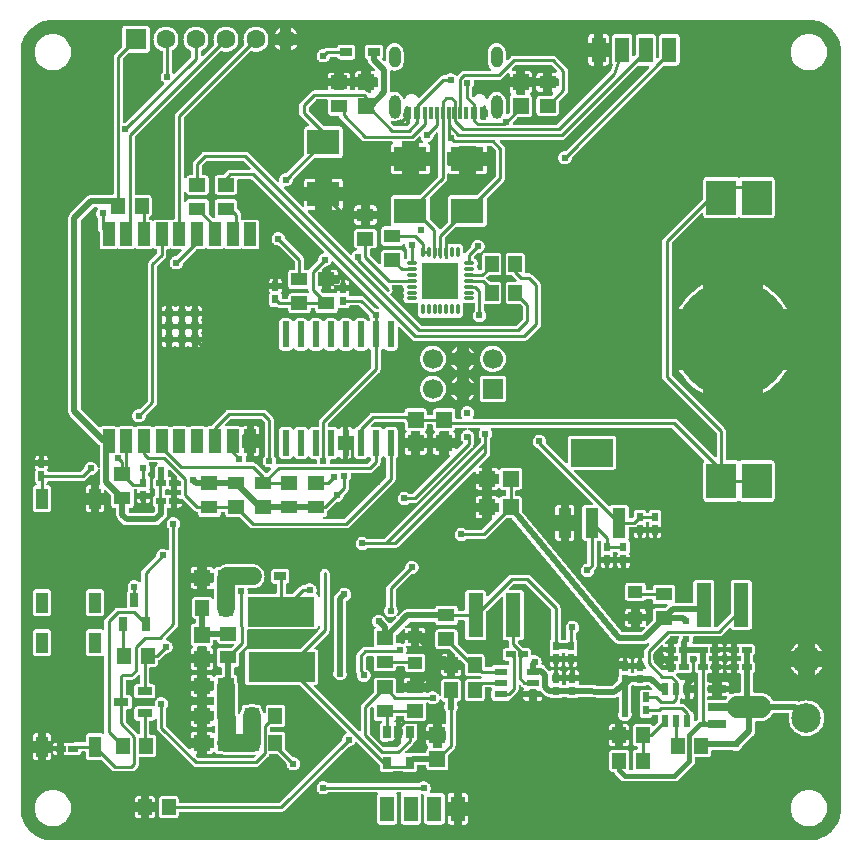
<source format=gtl>
G04 Layer: TopLayer*
G04 EasyEDA v6.5.51, 2025-09-17 03:24:35*
G04 4f8a5b0b326d43f2b3a6dc604e954ae0,d57bd40a603b42be9e37e0d49851eb9c,10*
G04 Gerber Generator version 0.2*
G04 Scale: 100 percent, Rotated: No, Reflected: No *
G04 Dimensions in millimeters *
G04 leading zeros omitted , absolute positions ,4 integer and 5 decimal *
%FSLAX45Y45*%
%MOMM*%

%AMMACRO1*21,1,$1,$2,0,0,$3*%
%ADD10C,0.2540*%
%ADD11C,0.5080*%
%ADD12C,0.5000*%
%ADD13C,0.4318*%
%ADD14C,1.5000*%
%ADD15C,0.5040*%
%ADD16R,2.5000X3.0000*%
%ADD17C,10.0000*%
%ADD18MACRO1,1.35X1.41X0.0000*%
%ADD19C,0.0163*%
%ADD20R,1.3500X1.4100*%
%ADD21MACRO1,1.35X1.41X-90.0000*%
%ADD22R,1.0000X0.7500*%
%ADD23R,2.7432X2.1590*%
%ADD24R,1.3000X3.7000*%
%ADD25R,0.7000X1.2500*%
%ADD26R,1.2500X0.7000*%
%ADD27MACRO1,1.377X1.1325X0.0000*%
%ADD28R,1.3770X1.1325*%
%ADD29MACRO1,1.377X1.1325X-90.0000*%
%ADD30MACRO1,1.377X1.1325X90.0000*%
%ADD31MACRO1,0.54X0.7901X0.0000*%
%ADD32R,0.5400X0.7901*%
%ADD33MACRO1,0.54X0.7901X90.0000*%
%ADD34MACRO1,0.54X0.7901X-90.0000*%
%ADD35R,0.6000X1.1000*%
%ADD36R,1.1000X0.6000*%
%ADD37R,0.7000X1.1000*%
%ADD38R,1.0000X2.0000*%
%ADD39R,0.7000X0.7000*%
%ADD40R,1.2500X1.0000*%
%ADD41R,0.5994X2.1996*%
%ADD42O,0.28001X0.950011*%
%ADD43O,0.950011X0.28001*%
%ADD44R,3.1500X3.1500*%
%ADD45MACRO1,0.672X1.575X-90.0000*%
%ADD46R,0.5000X1.1400*%
%ADD47R,0.3000X1.1400*%
%ADD48R,1.1000X2.5000*%
%ADD49R,3.6000X2.3400*%
%ADD50R,1.0000X1.8000*%
%ADD51R,5.7000X2.5000*%
%ADD52C,1.7000*%
%ADD53MACRO1,1.6998X1.6998X0.0000*%
%ADD54C,2.5000*%
%ADD55C,1.6000*%
%ADD56R,1.8000X1.8000*%
%ADD57R,1.1989X2.1590*%
%ADD58O,0.999998X1.999996*%
%ADD59O,0.999998X1.799996*%
%ADD60C,0.6200*%

%LPD*%
G36*
X300685Y-6974078D02*
G01*
X278079Y-6973163D01*
X256743Y-6970623D01*
X235610Y-6966356D01*
X214934Y-6960514D01*
X194767Y-6953046D01*
X175209Y-6944004D01*
X156464Y-6933438D01*
X138582Y-6921449D01*
X121716Y-6908139D01*
X105918Y-6893509D01*
X91338Y-6877659D01*
X78028Y-6860743D01*
X66141Y-6842861D01*
X55626Y-6824065D01*
X46634Y-6804507D01*
X39217Y-6784289D01*
X33426Y-6763562D01*
X29260Y-6742480D01*
X26771Y-6721094D01*
X25908Y-6699300D01*
X25908Y-300685D01*
X26822Y-278079D01*
X29362Y-256743D01*
X33629Y-235610D01*
X39471Y-214934D01*
X46939Y-194767D01*
X55981Y-175209D01*
X66548Y-156464D01*
X78536Y-138582D01*
X91846Y-121716D01*
X106476Y-105918D01*
X122326Y-91338D01*
X139242Y-78028D01*
X157124Y-66141D01*
X175920Y-55626D01*
X195478Y-46634D01*
X215696Y-39217D01*
X236423Y-33426D01*
X257505Y-29260D01*
X278892Y-26771D01*
X300685Y-25908D01*
X6699300Y-25908D01*
X6721906Y-26822D01*
X6743242Y-29362D01*
X6764375Y-33629D01*
X6785051Y-39471D01*
X6805218Y-46939D01*
X6824776Y-55981D01*
X6843522Y-66548D01*
X6861403Y-78536D01*
X6878269Y-91846D01*
X6894068Y-106476D01*
X6908647Y-122326D01*
X6921957Y-139242D01*
X6933844Y-157124D01*
X6944359Y-175920D01*
X6953351Y-195478D01*
X6960768Y-215696D01*
X6966559Y-236423D01*
X6970725Y-257505D01*
X6973214Y-278892D01*
X6974078Y-300685D01*
X6974078Y-6699300D01*
X6973163Y-6721906D01*
X6970623Y-6743242D01*
X6966356Y-6764375D01*
X6960514Y-6785051D01*
X6953046Y-6805218D01*
X6944004Y-6824776D01*
X6933438Y-6843522D01*
X6921449Y-6861403D01*
X6908139Y-6878269D01*
X6893509Y-6894068D01*
X6877659Y-6908647D01*
X6860743Y-6921957D01*
X6842861Y-6933844D01*
X6824065Y-6944359D01*
X6804507Y-6953351D01*
X6784289Y-6960768D01*
X6763562Y-6966559D01*
X6742480Y-6970725D01*
X6721094Y-6973214D01*
X6699300Y-6974078D01*
G37*

%LPC*%
G36*
X6691630Y-6854037D02*
G01*
X6708343Y-6854037D01*
X6724903Y-6852259D01*
X6741210Y-6848652D01*
X6757009Y-6843318D01*
X6772148Y-6836257D01*
X6786422Y-6827621D01*
X6799732Y-6817512D01*
X6811772Y-6805980D01*
X6822541Y-6793230D01*
X6831888Y-6779412D01*
X6839661Y-6764629D01*
X6845757Y-6749084D01*
X6850125Y-6732981D01*
X6852767Y-6716522D01*
X6853529Y-6700469D01*
X6852767Y-6683451D01*
X6850125Y-6666992D01*
X6845757Y-6650888D01*
X6839661Y-6635343D01*
X6831888Y-6620560D01*
X6822541Y-6606743D01*
X6811772Y-6593992D01*
X6799732Y-6582460D01*
X6786422Y-6572351D01*
X6772148Y-6563715D01*
X6757009Y-6556654D01*
X6741210Y-6551320D01*
X6724903Y-6547713D01*
X6708343Y-6545935D01*
X6691630Y-6545935D01*
X6675069Y-6547713D01*
X6658762Y-6551320D01*
X6642963Y-6556654D01*
X6627825Y-6563715D01*
X6613550Y-6572351D01*
X6600240Y-6582460D01*
X6588201Y-6593992D01*
X6577431Y-6606743D01*
X6568084Y-6620560D01*
X6560312Y-6635343D01*
X6554216Y-6650888D01*
X6549847Y-6666992D01*
X6547205Y-6683451D01*
X6546443Y-6699503D01*
X6547205Y-6716522D01*
X6549847Y-6732981D01*
X6554216Y-6749084D01*
X6560312Y-6764629D01*
X6568084Y-6779412D01*
X6577431Y-6793230D01*
X6588201Y-6805980D01*
X6600240Y-6817512D01*
X6613550Y-6827621D01*
X6627825Y-6836257D01*
X6642963Y-6843318D01*
X6658762Y-6848652D01*
X6675069Y-6852259D01*
G37*
G36*
X291642Y-6854037D02*
G01*
X308356Y-6854037D01*
X324916Y-6852259D01*
X341223Y-6848652D01*
X357022Y-6843318D01*
X372160Y-6836257D01*
X386435Y-6827621D01*
X399745Y-6817512D01*
X411784Y-6805980D01*
X422554Y-6793230D01*
X431901Y-6779412D01*
X439674Y-6764629D01*
X445770Y-6749084D01*
X450138Y-6732981D01*
X452780Y-6716522D01*
X453542Y-6700469D01*
X452780Y-6683451D01*
X450138Y-6666992D01*
X445770Y-6650888D01*
X439674Y-6635343D01*
X431901Y-6620560D01*
X422554Y-6606743D01*
X411784Y-6593992D01*
X399745Y-6582460D01*
X386435Y-6572351D01*
X372160Y-6563715D01*
X357022Y-6556654D01*
X341223Y-6551320D01*
X324916Y-6547713D01*
X308356Y-6545935D01*
X291642Y-6545935D01*
X275082Y-6547713D01*
X258775Y-6551320D01*
X242976Y-6556654D01*
X227838Y-6563715D01*
X213563Y-6572351D01*
X200304Y-6582460D01*
X188214Y-6593992D01*
X177444Y-6606743D01*
X168097Y-6620560D01*
X160324Y-6635343D01*
X154228Y-6650888D01*
X149860Y-6666992D01*
X147218Y-6683451D01*
X146456Y-6699503D01*
X147218Y-6716522D01*
X149860Y-6732981D01*
X154228Y-6749084D01*
X160324Y-6764629D01*
X168097Y-6779412D01*
X177444Y-6793230D01*
X188214Y-6805980D01*
X200304Y-6817512D01*
X213563Y-6827621D01*
X227838Y-6836257D01*
X242976Y-6843318D01*
X258775Y-6848652D01*
X275082Y-6852259D01*
G37*
G36*
X3765042Y-6839458D02*
G01*
X3788105Y-6839458D01*
X3794404Y-6838746D01*
X3799890Y-6836816D01*
X3804767Y-6833768D01*
X3808882Y-6829653D01*
X3811930Y-6824776D01*
X3813860Y-6819290D01*
X3814572Y-6812991D01*
X3814572Y-6765950D01*
X3765042Y-6765950D01*
G37*
G36*
X3669334Y-6839458D02*
G01*
X3692398Y-6839458D01*
X3692398Y-6765950D01*
X3642868Y-6765950D01*
X3642868Y-6812991D01*
X3643579Y-6819290D01*
X3645509Y-6824776D01*
X3648557Y-6829653D01*
X3652672Y-6833768D01*
X3657549Y-6836816D01*
X3663035Y-6838746D01*
G37*
G36*
X3069894Y-6839458D02*
G01*
X3188665Y-6839458D01*
X3194964Y-6838746D01*
X3200450Y-6836816D01*
X3205327Y-6833768D01*
X3209442Y-6829653D01*
X3212490Y-6824776D01*
X3214420Y-6819290D01*
X3215132Y-6812991D01*
X3215132Y-6598208D01*
X3214420Y-6591909D01*
X3212490Y-6586423D01*
X3209696Y-6581952D01*
X3208223Y-6577939D01*
X3208578Y-6573621D01*
X3210661Y-6569862D01*
X3214116Y-6567322D01*
X3218281Y-6566408D01*
X3240938Y-6566408D01*
X3245104Y-6567322D01*
X3248558Y-6569862D01*
X3250641Y-6573621D01*
X3250996Y-6577939D01*
X3249523Y-6581952D01*
X3246729Y-6586423D01*
X3244799Y-6591909D01*
X3244088Y-6598208D01*
X3244088Y-6812991D01*
X3244799Y-6819290D01*
X3246729Y-6824776D01*
X3249777Y-6829653D01*
X3253892Y-6833768D01*
X3258769Y-6836816D01*
X3264255Y-6838746D01*
X3270554Y-6839458D01*
X3389325Y-6839458D01*
X3395624Y-6838746D01*
X3401110Y-6836816D01*
X3405987Y-6833768D01*
X3410102Y-6829653D01*
X3413150Y-6824776D01*
X3415080Y-6819290D01*
X3415792Y-6812991D01*
X3415792Y-6598208D01*
X3415284Y-6593789D01*
X3415588Y-6589979D01*
X3417265Y-6586524D01*
X3420110Y-6583984D01*
X3423716Y-6582613D01*
X3427526Y-6582714D01*
X3435400Y-6584238D01*
X3439414Y-6585254D01*
X3442665Y-6587794D01*
X3444646Y-6591401D01*
X3445052Y-6595516D01*
X3444748Y-6598208D01*
X3444748Y-6812991D01*
X3445459Y-6819290D01*
X3447389Y-6824776D01*
X3450437Y-6829653D01*
X3454552Y-6833768D01*
X3459429Y-6836816D01*
X3464915Y-6838746D01*
X3471214Y-6839458D01*
X3589985Y-6839458D01*
X3596284Y-6838746D01*
X3601770Y-6836816D01*
X3606647Y-6833768D01*
X3610762Y-6829653D01*
X3613810Y-6824776D01*
X3615740Y-6819290D01*
X3616451Y-6812991D01*
X3616451Y-6598208D01*
X3615740Y-6591909D01*
X3613810Y-6586423D01*
X3610762Y-6581546D01*
X3606647Y-6577431D01*
X3601770Y-6574383D01*
X3596284Y-6572453D01*
X3589985Y-6571742D01*
X3499510Y-6571742D01*
X3495243Y-6570827D01*
X3491788Y-6568186D01*
X3489756Y-6564325D01*
X3489502Y-6559956D01*
X3495344Y-6546748D01*
X3497732Y-6537401D01*
X3498596Y-6527800D01*
X3497732Y-6518198D01*
X3495344Y-6508851D01*
X3491331Y-6500063D01*
X3485946Y-6492087D01*
X3479292Y-6485128D01*
X3471519Y-6479387D01*
X3462883Y-6475018D01*
X3453688Y-6472224D01*
X3444138Y-6470954D01*
X3434486Y-6471412D01*
X3425037Y-6473444D01*
X3416096Y-6477000D01*
X3407867Y-6482080D01*
X3402685Y-6486652D01*
X3399536Y-6488531D01*
X3395979Y-6489192D01*
X2636621Y-6489192D01*
X2632659Y-6488379D01*
X2620619Y-6479387D01*
X2611983Y-6475018D01*
X2602788Y-6472224D01*
X2593238Y-6470954D01*
X2583586Y-6471412D01*
X2574137Y-6473444D01*
X2565196Y-6477000D01*
X2556967Y-6482080D01*
X2549753Y-6488430D01*
X2543657Y-6495948D01*
X2538984Y-6504381D01*
X2535783Y-6513474D01*
X2534158Y-6522974D01*
X2534158Y-6532626D01*
X2535783Y-6542125D01*
X2538984Y-6551218D01*
X2543657Y-6559651D01*
X2549753Y-6567170D01*
X2556967Y-6573520D01*
X2565196Y-6578600D01*
X2574137Y-6582156D01*
X2583586Y-6584188D01*
X2593238Y-6584645D01*
X2602788Y-6583375D01*
X2611983Y-6580581D01*
X2620619Y-6576212D01*
X2632659Y-6567220D01*
X2636621Y-6566408D01*
X3040278Y-6566408D01*
X3044444Y-6567322D01*
X3047898Y-6569862D01*
X3049981Y-6573621D01*
X3050336Y-6577939D01*
X3048863Y-6581952D01*
X3046069Y-6586423D01*
X3044139Y-6591909D01*
X3043428Y-6598208D01*
X3043428Y-6812991D01*
X3044139Y-6819290D01*
X3046069Y-6824776D01*
X3049117Y-6829653D01*
X3053232Y-6833768D01*
X3058109Y-6836816D01*
X3063595Y-6838746D01*
G37*
G36*
X1115771Y-6787642D02*
G01*
X1137158Y-6787642D01*
X1143457Y-6786930D01*
X1148943Y-6785051D01*
X1153820Y-6781952D01*
X1157935Y-6777888D01*
X1160983Y-6772960D01*
X1162913Y-6767525D01*
X1163624Y-6761175D01*
X1163624Y-6733692D01*
X1115771Y-6733692D01*
G37*
G36*
X1025042Y-6787642D02*
G01*
X1046429Y-6787642D01*
X1046429Y-6733692D01*
X998575Y-6733692D01*
X998575Y-6761175D01*
X999286Y-6767525D01*
X1001166Y-6772960D01*
X1004265Y-6777888D01*
X1008380Y-6781952D01*
X1013256Y-6785051D01*
X1018692Y-6786930D01*
G37*
G36*
X1225042Y-6787642D02*
G01*
X1337157Y-6787642D01*
X1343507Y-6786930D01*
X1348943Y-6785051D01*
X1353820Y-6781952D01*
X1357934Y-6777888D01*
X1361033Y-6772960D01*
X1362913Y-6767525D01*
X1363624Y-6761175D01*
X1363624Y-6741668D01*
X1364437Y-6737756D01*
X1366621Y-6734505D01*
X1369923Y-6732270D01*
X1373784Y-6731508D01*
X2234692Y-6731508D01*
X2242718Y-6730695D01*
X2249932Y-6728510D01*
X2256637Y-6724954D01*
X2262835Y-6719824D01*
X2801518Y-6181191D01*
X2805023Y-6178905D01*
X2818688Y-6176975D01*
X2827883Y-6174181D01*
X2836519Y-6169812D01*
X2844292Y-6164072D01*
X2850946Y-6157112D01*
X2856331Y-6149136D01*
X2858109Y-6145225D01*
X2860344Y-6142075D01*
X2863646Y-6139992D01*
X2867507Y-6139281D01*
X2871317Y-6140094D01*
X2874568Y-6142228D01*
X3066846Y-6334506D01*
X3069031Y-6337808D01*
X3069793Y-6341719D01*
X3069793Y-6368694D01*
X3070504Y-6375044D01*
X3072434Y-6380480D01*
X3075482Y-6385407D01*
X3079597Y-6389471D01*
X3084474Y-6392570D01*
X3089960Y-6394500D01*
X3096260Y-6395212D01*
X3165144Y-6395212D01*
X3171444Y-6394500D01*
X3176930Y-6392570D01*
X3180740Y-6390182D01*
X3183331Y-6389014D01*
X3186176Y-6388608D01*
X3265271Y-6388608D01*
X3268065Y-6389014D01*
X3270656Y-6390182D01*
X3274517Y-6392570D01*
X3279952Y-6394500D01*
X3286302Y-6395212D01*
X3355136Y-6395212D01*
X3361486Y-6394500D01*
X3366922Y-6392570D01*
X3371850Y-6389471D01*
X3375914Y-6385407D01*
X3379012Y-6380480D01*
X3380892Y-6375044D01*
X3381603Y-6368694D01*
X3381603Y-6346393D01*
X3382416Y-6342481D01*
X3384600Y-6339179D01*
X3387902Y-6336995D01*
X3391763Y-6336233D01*
X3452418Y-6336233D01*
X3456330Y-6336995D01*
X3459632Y-6339179D01*
X3461816Y-6342481D01*
X3462578Y-6346393D01*
X3462578Y-6354826D01*
X3463290Y-6361176D01*
X3465220Y-6366611D01*
X3468319Y-6371539D01*
X3472383Y-6375603D01*
X3477310Y-6378702D01*
X3482746Y-6380581D01*
X3489045Y-6381292D01*
X3622954Y-6381292D01*
X3629253Y-6380581D01*
X3634689Y-6378702D01*
X3639616Y-6375603D01*
X3643680Y-6371539D01*
X3646779Y-6366611D01*
X3648710Y-6361176D01*
X3649421Y-6354826D01*
X3649421Y-6250279D01*
X3650183Y-6246418D01*
X3652367Y-6243116D01*
X3697224Y-6198260D01*
X3702354Y-6192012D01*
X3705910Y-6185357D01*
X3708095Y-6178143D01*
X3708908Y-6170117D01*
X3708908Y-5887720D01*
X3709619Y-5883910D01*
X3711752Y-5880658D01*
X3714546Y-5877712D01*
X3719931Y-5869736D01*
X3723944Y-5860948D01*
X3726332Y-5851601D01*
X3727196Y-5842000D01*
X3726332Y-5832398D01*
X3723944Y-5823051D01*
X3722522Y-5819902D01*
X3721608Y-5815736D01*
X3721608Y-5806846D01*
X3722268Y-5803239D01*
X3724198Y-5800090D01*
X3727094Y-5797804D01*
X3730650Y-5796737D01*
X3734257Y-5796330D01*
X3739743Y-5794451D01*
X3744620Y-5791352D01*
X3748735Y-5787288D01*
X3751783Y-5782360D01*
X3753713Y-5776925D01*
X3754424Y-5770575D01*
X3754424Y-5634024D01*
X3753713Y-5627674D01*
X3751783Y-5622239D01*
X3748735Y-5617311D01*
X3744620Y-5613247D01*
X3739743Y-5610148D01*
X3734257Y-5608269D01*
X3727958Y-5607558D01*
X3615842Y-5607558D01*
X3609492Y-5608269D01*
X3604056Y-5610148D01*
X3599179Y-5613247D01*
X3595065Y-5617311D01*
X3591966Y-5622239D01*
X3590086Y-5627674D01*
X3589375Y-5634024D01*
X3589375Y-5739180D01*
X3588613Y-5743041D01*
X3586429Y-5746292D01*
X3583228Y-5748528D01*
X3579368Y-5749340D01*
X3575507Y-5748629D01*
X3572205Y-5746546D01*
X3569919Y-5743346D01*
X3567531Y-5738063D01*
X3562146Y-5730087D01*
X3555492Y-5723128D01*
X3547719Y-5717387D01*
X3539083Y-5713018D01*
X3529888Y-5710224D01*
X3520338Y-5708954D01*
X3510686Y-5709412D01*
X3501237Y-5711444D01*
X3492296Y-5715000D01*
X3484067Y-5720080D01*
X3478885Y-5724652D01*
X3475736Y-5726531D01*
X3470401Y-5727192D01*
X3466541Y-5726430D01*
X3463239Y-5724194D01*
X3461054Y-5720943D01*
X3460242Y-5717032D01*
X3460242Y-5713171D01*
X3406292Y-5713171D01*
X3406292Y-5717032D01*
X3405479Y-5720943D01*
X3403295Y-5724194D01*
X3399993Y-5726430D01*
X3396132Y-5727192D01*
X3334867Y-5727192D01*
X3331006Y-5726430D01*
X3327704Y-5724194D01*
X3325520Y-5720943D01*
X3324707Y-5717032D01*
X3324707Y-5713171D01*
X3270758Y-5713171D01*
X3270758Y-5717032D01*
X3269945Y-5720943D01*
X3267760Y-5724194D01*
X3264458Y-5726430D01*
X3260598Y-5727192D01*
X3218992Y-5727192D01*
X3215132Y-5726430D01*
X3211830Y-5724194D01*
X3209239Y-5721654D01*
X3207054Y-5718352D01*
X3206242Y-5714441D01*
X3206242Y-5622442D01*
X3205530Y-5616092D01*
X3203651Y-5610656D01*
X3200552Y-5605780D01*
X3196488Y-5601665D01*
X3191560Y-5598566D01*
X3186125Y-5596686D01*
X3179775Y-5595975D01*
X3043224Y-5595975D01*
X3036874Y-5596686D01*
X3031439Y-5598566D01*
X3026511Y-5601665D01*
X3022447Y-5605780D01*
X3019348Y-5610656D01*
X3017469Y-5616092D01*
X3016758Y-5622442D01*
X3016758Y-5714390D01*
X3015945Y-5718251D01*
X3013760Y-5721553D01*
X2919476Y-5815888D01*
X2914345Y-5822086D01*
X2910789Y-5828792D01*
X2908604Y-5836005D01*
X2907792Y-5844032D01*
X2907792Y-6041745D01*
X2907030Y-6045657D01*
X2904794Y-6048959D01*
X2901543Y-6051143D01*
X2897632Y-6051905D01*
X2893720Y-6051143D01*
X2890469Y-6048959D01*
X2515158Y-5673648D01*
X2513025Y-5670550D01*
X2512161Y-5666841D01*
X2512771Y-5663133D01*
X2514650Y-5659831D01*
X2517597Y-5657494D01*
X2521204Y-5656376D01*
X2527198Y-5655716D01*
X2532684Y-5653786D01*
X2537561Y-5650687D01*
X2541676Y-5646623D01*
X2544775Y-5641695D01*
X2546654Y-5636260D01*
X2547366Y-5629910D01*
X2547366Y-5381091D01*
X2546654Y-5374741D01*
X2544775Y-5369306D01*
X2541676Y-5364378D01*
X2537561Y-5360314D01*
X2532684Y-5357215D01*
X2527198Y-5355285D01*
X2521102Y-5354624D01*
X2517495Y-5353507D01*
X2514549Y-5351170D01*
X2512669Y-5347868D01*
X2512110Y-5344160D01*
X2512923Y-5340451D01*
X2515057Y-5337352D01*
X2630424Y-5221935D01*
X2635554Y-5215737D01*
X2639110Y-5209032D01*
X2641295Y-5201818D01*
X2642108Y-5193792D01*
X2642108Y-4712208D01*
X2641295Y-4704181D01*
X2639110Y-4696968D01*
X2635554Y-4690262D01*
X2630779Y-4684420D01*
X2624937Y-4679645D01*
X2618232Y-4676089D01*
X2611018Y-4673904D01*
X2603500Y-4673142D01*
X2595981Y-4673904D01*
X2588768Y-4676089D01*
X2582062Y-4679645D01*
X2576220Y-4684420D01*
X2571445Y-4690262D01*
X2567889Y-4696968D01*
X2565704Y-4704181D01*
X2564892Y-4712208D01*
X2564892Y-4908143D01*
X2563977Y-4912410D01*
X2561336Y-4915865D01*
X2557475Y-4917948D01*
X2553106Y-4918151D01*
X2549042Y-4916576D01*
X2546045Y-4913426D01*
X2544622Y-4909261D01*
X2544114Y-4904740D01*
X2542235Y-4899304D01*
X2539136Y-4894376D01*
X2535021Y-4890312D01*
X2531668Y-4888179D01*
X2529027Y-4885740D01*
X2527350Y-4882540D01*
X2526944Y-4878933D01*
X2527858Y-4875377D01*
X2530144Y-4870348D01*
X2532532Y-4861001D01*
X2533396Y-4851400D01*
X2532532Y-4841798D01*
X2530144Y-4832451D01*
X2526131Y-4823663D01*
X2520746Y-4815687D01*
X2514092Y-4808728D01*
X2506319Y-4802987D01*
X2497683Y-4798618D01*
X2488488Y-4795824D01*
X2478938Y-4794554D01*
X2469286Y-4795012D01*
X2459837Y-4797044D01*
X2450896Y-4800600D01*
X2442667Y-4805680D01*
X2437485Y-4810252D01*
X2434336Y-4812131D01*
X2430780Y-4812792D01*
X2418537Y-4812792D01*
X2410510Y-4813604D01*
X2403297Y-4815789D01*
X2396591Y-4819345D01*
X2390394Y-4824476D01*
X2333193Y-4881626D01*
X2329891Y-4883810D01*
X2326030Y-4884572D01*
X2282698Y-4884572D01*
X2278786Y-4883810D01*
X2275535Y-4881626D01*
X2273300Y-4878324D01*
X2272538Y-4874412D01*
X2272538Y-4809845D01*
X2273147Y-4806340D01*
X2274976Y-4803241D01*
X2277770Y-4800955D01*
X2286660Y-4797907D01*
X2291588Y-4794808D01*
X2295652Y-4790694D01*
X2298750Y-4785817D01*
X2300630Y-4780330D01*
X2301341Y-4774031D01*
X2301341Y-4700168D01*
X2300630Y-4693869D01*
X2298750Y-4688382D01*
X2295652Y-4683506D01*
X2291588Y-4679391D01*
X2286660Y-4676292D01*
X2281224Y-4674412D01*
X2274874Y-4673701D01*
X2176018Y-4673701D01*
X2169718Y-4674412D01*
X2164232Y-4676292D01*
X2159355Y-4679391D01*
X2155240Y-4683506D01*
X2152192Y-4688382D01*
X2150262Y-4693869D01*
X2149551Y-4700168D01*
X2149551Y-4774031D01*
X2150262Y-4780330D01*
X2152192Y-4785817D01*
X2155240Y-4790694D01*
X2159355Y-4794808D01*
X2164232Y-4797907D01*
X2169718Y-4799787D01*
X2176018Y-4800498D01*
X2185162Y-4800498D01*
X2189073Y-4801260D01*
X2192324Y-4803495D01*
X2194560Y-4806797D01*
X2195322Y-4810658D01*
X2195322Y-4874412D01*
X2194560Y-4878324D01*
X2192324Y-4881626D01*
X2189073Y-4883810D01*
X2185162Y-4884572D01*
X1958492Y-4884572D01*
X1954377Y-4883759D01*
X1951024Y-4881321D01*
X1948891Y-4877714D01*
X1948383Y-4873548D01*
X1949196Y-4864100D01*
X1948332Y-4854498D01*
X1947367Y-4850739D01*
X1947113Y-4847031D01*
X1948180Y-4843526D01*
X1950415Y-4840579D01*
X1953564Y-4838700D01*
X1957222Y-4837988D01*
X1990496Y-4837988D01*
X2004009Y-4837125D01*
X2016963Y-4834534D01*
X2029460Y-4830318D01*
X2041296Y-4824476D01*
X2052269Y-4817160D01*
X2062175Y-4808423D01*
X2070912Y-4798517D01*
X2078228Y-4787544D01*
X2084070Y-4775708D01*
X2088286Y-4763211D01*
X2090877Y-4750257D01*
X2091740Y-4737100D01*
X2090877Y-4723942D01*
X2088286Y-4710988D01*
X2084070Y-4698492D01*
X2078228Y-4686655D01*
X2070912Y-4675682D01*
X2062175Y-4665776D01*
X2052269Y-4657039D01*
X2041296Y-4649724D01*
X2029460Y-4643882D01*
X2016963Y-4639665D01*
X2004009Y-4637074D01*
X1990496Y-4636211D01*
X1776831Y-4636211D01*
X1763318Y-4637074D01*
X1750364Y-4639665D01*
X1737868Y-4643882D01*
X1726031Y-4649724D01*
X1718614Y-4654702D01*
X1715922Y-4655972D01*
X1712975Y-4656378D01*
X1693773Y-4656378D01*
X1687474Y-4657090D01*
X1681988Y-4659020D01*
X1677111Y-4662119D01*
X1672996Y-4666183D01*
X1669491Y-4670247D01*
X1665732Y-4671822D01*
X1661668Y-4671822D01*
X1657908Y-4670247D01*
X1654403Y-4666183D01*
X1650288Y-4662119D01*
X1645412Y-4659020D01*
X1639925Y-4657090D01*
X1633626Y-4656378D01*
X1605280Y-4656378D01*
X1605280Y-4709718D01*
X1656842Y-4709718D01*
X1660601Y-4710430D01*
X1663801Y-4712512D01*
X1666036Y-4715611D01*
X1666951Y-4719320D01*
X1663700Y-4736642D01*
X1662785Y-4750155D01*
X1662785Y-4779721D01*
X1662023Y-4783632D01*
X1659839Y-4786934D01*
X1656537Y-4789119D01*
X1652625Y-4789881D01*
X1605280Y-4789881D01*
X1605280Y-4843221D01*
X1633626Y-4843221D01*
X1639925Y-4842510D01*
X1645412Y-4840579D01*
X1647240Y-4839462D01*
X1651254Y-4837988D01*
X1655572Y-4838293D01*
X1659331Y-4840376D01*
X1661871Y-4843830D01*
X1662785Y-4848047D01*
X1662785Y-4919014D01*
X1661871Y-4923231D01*
X1659280Y-4926685D01*
X1655419Y-4928768D01*
X1651101Y-4929073D01*
X1647088Y-4927498D01*
X1644040Y-4924399D01*
X1640535Y-4918811D01*
X1636420Y-4914747D01*
X1631543Y-4911648D01*
X1626057Y-4909769D01*
X1619758Y-4909058D01*
X1507642Y-4909058D01*
X1501292Y-4909769D01*
X1495856Y-4911648D01*
X1490980Y-4914747D01*
X1486865Y-4918811D01*
X1483766Y-4923739D01*
X1481886Y-4929174D01*
X1481175Y-4935524D01*
X1481175Y-5072075D01*
X1481886Y-5078425D01*
X1483766Y-5083860D01*
X1486865Y-5088788D01*
X1490980Y-5092852D01*
X1495856Y-5095951D01*
X1501292Y-5097830D01*
X1506169Y-5099050D01*
X1509115Y-5101336D01*
X1510995Y-5104536D01*
X1511655Y-5108143D01*
X1511554Y-5127498D01*
X1510741Y-5131358D01*
X1508506Y-5134660D01*
X1505254Y-5136845D01*
X1501394Y-5137607D01*
X1495145Y-5137607D01*
X1488846Y-5138318D01*
X1483410Y-5140198D01*
X1478483Y-5143296D01*
X1474419Y-5147360D01*
X1471320Y-5152288D01*
X1469390Y-5157724D01*
X1468678Y-5164074D01*
X1468678Y-5303926D01*
X1469390Y-5310225D01*
X1471320Y-5315712D01*
X1474419Y-5320588D01*
X1478483Y-5324703D01*
X1482547Y-5328208D01*
X1484122Y-5331968D01*
X1484122Y-5336032D01*
X1482547Y-5339791D01*
X1478483Y-5343296D01*
X1474419Y-5347411D01*
X1471320Y-5352288D01*
X1469390Y-5357774D01*
X1468678Y-5364073D01*
X1468678Y-5392420D01*
X1522018Y-5392420D01*
X1522018Y-5340553D01*
X1522780Y-5336692D01*
X1524965Y-5333390D01*
X1528267Y-5331155D01*
X1532178Y-5330393D01*
X1592021Y-5330393D01*
X1595932Y-5331155D01*
X1599234Y-5333390D01*
X1601419Y-5336692D01*
X1602181Y-5340553D01*
X1602181Y-5392420D01*
X1655521Y-5392420D01*
X1655521Y-5364073D01*
X1654810Y-5357774D01*
X1652879Y-5352288D01*
X1649780Y-5347411D01*
X1645716Y-5343296D01*
X1641652Y-5339791D01*
X1640078Y-5336032D01*
X1640078Y-5331968D01*
X1641652Y-5328208D01*
X1645716Y-5324703D01*
X1649780Y-5320588D01*
X1652879Y-5315712D01*
X1654810Y-5310225D01*
X1655521Y-5303926D01*
X1655521Y-5285536D01*
X1656283Y-5281625D01*
X1658467Y-5278374D01*
X1661769Y-5276138D01*
X1665681Y-5275376D01*
X1680260Y-5275376D01*
X1683867Y-5276037D01*
X1687017Y-5277967D01*
X1689252Y-5280863D01*
X1690319Y-5284419D01*
X1690573Y-5286451D01*
X1692452Y-5291886D01*
X1695551Y-5296814D01*
X1699666Y-5300878D01*
X1704543Y-5303977D01*
X1710029Y-5305856D01*
X1716328Y-5306618D01*
X1822957Y-5306618D01*
X1826818Y-5307380D01*
X1830120Y-5309565D01*
X1832356Y-5312867D01*
X1833118Y-5316778D01*
X1832356Y-5320639D01*
X1830120Y-5323941D01*
X1815490Y-5338572D01*
X1812239Y-5340756D01*
X1808327Y-5341518D01*
X1716328Y-5341518D01*
X1710029Y-5342229D01*
X1704543Y-5344160D01*
X1699666Y-5347258D01*
X1695551Y-5351322D01*
X1692452Y-5356250D01*
X1690573Y-5361686D01*
X1689862Y-5368036D01*
X1689862Y-5480100D01*
X1690573Y-5486450D01*
X1692452Y-5491886D01*
X1695551Y-5496814D01*
X1699666Y-5500878D01*
X1704543Y-5503976D01*
X1710029Y-5505907D01*
X1716328Y-5506618D01*
X1723136Y-5506618D01*
X1727047Y-5507380D01*
X1730349Y-5509564D01*
X1732534Y-5512866D01*
X1733296Y-5516778D01*
X1733296Y-5560618D01*
X1732534Y-5564530D01*
X1730349Y-5567832D01*
X1727047Y-5570016D01*
X1723136Y-5570778D01*
X1693773Y-5570778D01*
X1687474Y-5571490D01*
X1681988Y-5573420D01*
X1677111Y-5576519D01*
X1672996Y-5580583D01*
X1669491Y-5584647D01*
X1665732Y-5586222D01*
X1661668Y-5586222D01*
X1657908Y-5584647D01*
X1654403Y-5580583D01*
X1650288Y-5576519D01*
X1645412Y-5573420D01*
X1639925Y-5571490D01*
X1633626Y-5570778D01*
X1605280Y-5570778D01*
X1605280Y-5624118D01*
X1656842Y-5624118D01*
X1660601Y-5624830D01*
X1663801Y-5626912D01*
X1666036Y-5630011D01*
X1666951Y-5633720D01*
X1663700Y-5651042D01*
X1662785Y-5664555D01*
X1662785Y-5694121D01*
X1662023Y-5698032D01*
X1659839Y-5701334D01*
X1656537Y-5703519D01*
X1652625Y-5704281D01*
X1605280Y-5704281D01*
X1605280Y-5757621D01*
X1633626Y-5757621D01*
X1639925Y-5756910D01*
X1645412Y-5754979D01*
X1647240Y-5753862D01*
X1651254Y-5752388D01*
X1655572Y-5752693D01*
X1659331Y-5754776D01*
X1661871Y-5758230D01*
X1662785Y-5762447D01*
X1662785Y-5819952D01*
X1661871Y-5824169D01*
X1659331Y-5827623D01*
X1655572Y-5829706D01*
X1651254Y-5830011D01*
X1647240Y-5828538D01*
X1645412Y-5827420D01*
X1639925Y-5825490D01*
X1633626Y-5824778D01*
X1605280Y-5824778D01*
X1605280Y-5878118D01*
X1652625Y-5878118D01*
X1656537Y-5878880D01*
X1659839Y-5881065D01*
X1662023Y-5884367D01*
X1662785Y-5888278D01*
X1662785Y-5931865D01*
X1663700Y-5945378D01*
X1663700Y-5950610D01*
X1661718Y-5954572D01*
X1658213Y-5957316D01*
X1653844Y-5958281D01*
X1605280Y-5958281D01*
X1605280Y-6011621D01*
X1633626Y-6011621D01*
X1639925Y-6010910D01*
X1645412Y-6008979D01*
X1650288Y-6005880D01*
X1652066Y-6004153D01*
X1655368Y-6001969D01*
X1659229Y-6001207D01*
X1663141Y-6001969D01*
X1666443Y-6004153D01*
X1668627Y-6007455D01*
X1669389Y-6011367D01*
X1669389Y-6053632D01*
X1668627Y-6057544D01*
X1666443Y-6060846D01*
X1663141Y-6063030D01*
X1659229Y-6063792D01*
X1655368Y-6063030D01*
X1652066Y-6060846D01*
X1650288Y-6059119D01*
X1645412Y-6056020D01*
X1639925Y-6054090D01*
X1633626Y-6053378D01*
X1605280Y-6053378D01*
X1605280Y-6106718D01*
X1656842Y-6106718D01*
X1660601Y-6107430D01*
X1663801Y-6109512D01*
X1666036Y-6112611D01*
X1666951Y-6116320D01*
X1663700Y-6133642D01*
X1662836Y-6146800D01*
X1663700Y-6159957D01*
X1666443Y-6173470D01*
X1666951Y-6177280D01*
X1666036Y-6180988D01*
X1663801Y-6184087D01*
X1660601Y-6186170D01*
X1656842Y-6186881D01*
X1605280Y-6186881D01*
X1605280Y-6240221D01*
X1633626Y-6240221D01*
X1639925Y-6239510D01*
X1645412Y-6237579D01*
X1650288Y-6234480D01*
X1654403Y-6230416D01*
X1657908Y-6226352D01*
X1661668Y-6224778D01*
X1665732Y-6224778D01*
X1669491Y-6226352D01*
X1672996Y-6230416D01*
X1677111Y-6234480D01*
X1681988Y-6237579D01*
X1687474Y-6239510D01*
X1693773Y-6240221D01*
X1723999Y-6240221D01*
X1727250Y-6240729D01*
X1737614Y-6244234D01*
X1750517Y-6246825D01*
X1764030Y-6247688D01*
X1982470Y-6247688D01*
X1995982Y-6246825D01*
X2005330Y-6244945D01*
X2009597Y-6245047D01*
X2013508Y-6246876D01*
X2016252Y-6250127D01*
X2017420Y-6254242D01*
X2016810Y-6258509D01*
X2014474Y-6262116D01*
X2006295Y-6270294D01*
X2002993Y-6272530D01*
X1999081Y-6273292D01*
X1531518Y-6273292D01*
X1527606Y-6272530D01*
X1524304Y-6270294D01*
X1511554Y-6257544D01*
X1509369Y-6254242D01*
X1508556Y-6250381D01*
X1509369Y-6246469D01*
X1511554Y-6243167D01*
X1514856Y-6240983D01*
X1518716Y-6240221D01*
X1522120Y-6240221D01*
X1522120Y-6186881D01*
X1467307Y-6186881D01*
X1467307Y-6188760D01*
X1466494Y-6192672D01*
X1464310Y-6195923D01*
X1461008Y-6198158D01*
X1457147Y-6198920D01*
X1453235Y-6198158D01*
X1449933Y-6195923D01*
X1260805Y-6006795D01*
X1258570Y-6003493D01*
X1257808Y-5999581D01*
X1257808Y-5862320D01*
X1258519Y-5858510D01*
X1260652Y-5855258D01*
X1263446Y-5852312D01*
X1268831Y-5844336D01*
X1272844Y-5835548D01*
X1275232Y-5826201D01*
X1276096Y-5816600D01*
X1275232Y-5806998D01*
X1272844Y-5797651D01*
X1268831Y-5788863D01*
X1263446Y-5780887D01*
X1256792Y-5773928D01*
X1249019Y-5768187D01*
X1240383Y-5763818D01*
X1231188Y-5761024D01*
X1221638Y-5759754D01*
X1211986Y-5760212D01*
X1202537Y-5762244D01*
X1193596Y-5765800D01*
X1185367Y-5770880D01*
X1178153Y-5777230D01*
X1172057Y-5784748D01*
X1167384Y-5793181D01*
X1164183Y-5802274D01*
X1162558Y-5811774D01*
X1162558Y-5821426D01*
X1163828Y-5828893D01*
X1163675Y-5833110D01*
X1161846Y-5836869D01*
X1158646Y-5839561D01*
X1154582Y-5840730D01*
X1150467Y-5840222D01*
X1146149Y-5838698D01*
X1139799Y-5837986D01*
X1015949Y-5837986D01*
X1009650Y-5838698D01*
X1004163Y-5840628D01*
X999286Y-5843676D01*
X995171Y-5847791D01*
X992124Y-5852668D01*
X990193Y-5858154D01*
X989482Y-5864453D01*
X989482Y-5933338D01*
X990193Y-5939637D01*
X992124Y-5945124D01*
X995171Y-5950000D01*
X999286Y-5954115D01*
X1004163Y-5957163D01*
X1009650Y-5959094D01*
X1015949Y-5959805D01*
X1029157Y-5959805D01*
X1033018Y-5960567D01*
X1036319Y-5962802D01*
X1038504Y-5966104D01*
X1039317Y-5969965D01*
X1039317Y-6066434D01*
X1038453Y-6070498D01*
X1036066Y-6073851D01*
X1032560Y-6076035D01*
X1028446Y-6076594D01*
X1024483Y-6075476D01*
X1021283Y-6072886D01*
X1017524Y-6068364D01*
X918057Y-5968847D01*
X915822Y-5965545D01*
X915060Y-5961583D01*
X915822Y-5874867D01*
X916635Y-5871006D01*
X918819Y-5867755D01*
X922121Y-5865571D01*
X925982Y-5864809D01*
X939850Y-5864809D01*
X946150Y-5864098D01*
X951636Y-5862167D01*
X956513Y-5859119D01*
X960628Y-5855004D01*
X963676Y-5850128D01*
X965606Y-5844641D01*
X966317Y-5838342D01*
X966317Y-5769457D01*
X965606Y-5763158D01*
X963676Y-5757672D01*
X960628Y-5752795D01*
X956513Y-5748680D01*
X951636Y-5745632D01*
X946150Y-5743702D01*
X939850Y-5742990D01*
X926084Y-5742990D01*
X922223Y-5742228D01*
X918921Y-5740044D01*
X916736Y-5736793D01*
X915924Y-5732881D01*
X915162Y-5624118D01*
X915924Y-5620207D01*
X918108Y-5616905D01*
X921410Y-5614670D01*
X925321Y-5613908D01*
X964692Y-5613908D01*
X972718Y-5613095D01*
X979932Y-5610910D01*
X986637Y-5607354D01*
X992835Y-5602224D01*
X1021943Y-5573166D01*
X1025245Y-5570931D01*
X1029157Y-5570169D01*
X1033018Y-5570931D01*
X1036319Y-5573166D01*
X1038504Y-5576468D01*
X1039317Y-5580329D01*
X1039317Y-5637834D01*
X1038504Y-5641695D01*
X1036319Y-5644997D01*
X1033018Y-5647232D01*
X1029157Y-5647994D01*
X1015949Y-5647994D01*
X1009650Y-5648706D01*
X1004163Y-5650636D01*
X999286Y-5653684D01*
X995171Y-5657799D01*
X992124Y-5662676D01*
X990193Y-5668162D01*
X989482Y-5674461D01*
X989482Y-5743346D01*
X990193Y-5749645D01*
X992124Y-5755132D01*
X995171Y-5760008D01*
X999286Y-5764123D01*
X1004163Y-5767171D01*
X1009650Y-5769102D01*
X1015949Y-5769813D01*
X1139799Y-5769813D01*
X1146149Y-5769102D01*
X1151585Y-5767171D01*
X1156512Y-5764123D01*
X1160576Y-5760008D01*
X1163675Y-5755132D01*
X1165606Y-5749645D01*
X1166317Y-5743346D01*
X1166317Y-5674461D01*
X1165606Y-5668162D01*
X1163675Y-5662676D01*
X1160576Y-5657799D01*
X1156512Y-5653684D01*
X1151585Y-5650636D01*
X1146149Y-5648706D01*
X1139799Y-5647994D01*
X1126693Y-5647994D01*
X1122781Y-5647232D01*
X1119479Y-5644997D01*
X1117295Y-5641695D01*
X1116533Y-5637834D01*
X1116533Y-5515102D01*
X1117295Y-5511241D01*
X1119479Y-5507939D01*
X1122781Y-5505754D01*
X1126693Y-5504942D01*
X1159357Y-5504942D01*
X1165707Y-5504230D01*
X1171143Y-5502351D01*
X1176020Y-5499252D01*
X1180134Y-5495188D01*
X1183233Y-5490260D01*
X1185113Y-5484825D01*
X1185824Y-5478475D01*
X1185824Y-5456377D01*
X1186738Y-5452211D01*
X1189278Y-5448757D01*
X1193038Y-5446674D01*
X1195832Y-5445810D01*
X1202537Y-5442254D01*
X1208735Y-5437124D01*
X1252118Y-5393791D01*
X1255623Y-5391505D01*
X1269288Y-5389575D01*
X1278483Y-5386781D01*
X1287119Y-5382412D01*
X1294892Y-5376672D01*
X1301546Y-5369712D01*
X1306931Y-5361736D01*
X1310944Y-5352948D01*
X1313332Y-5343601D01*
X1314196Y-5334000D01*
X1313332Y-5324398D01*
X1310944Y-5315051D01*
X1306931Y-5306263D01*
X1301546Y-5298287D01*
X1294892Y-5291328D01*
X1287119Y-5285587D01*
X1278483Y-5281218D01*
X1269288Y-5278424D01*
X1264310Y-5277764D01*
X1260094Y-5276240D01*
X1256944Y-5273040D01*
X1255471Y-5268772D01*
X1255979Y-5264302D01*
X1258417Y-5260492D01*
X1347724Y-5171135D01*
X1352854Y-5164937D01*
X1356410Y-5158232D01*
X1358595Y-5151018D01*
X1359408Y-5142992D01*
X1359408Y-4338320D01*
X1360119Y-4334510D01*
X1362252Y-4331258D01*
X1365046Y-4328312D01*
X1370431Y-4320336D01*
X1374444Y-4311548D01*
X1376832Y-4302201D01*
X1377696Y-4292600D01*
X1376832Y-4282998D01*
X1374444Y-4273651D01*
X1370431Y-4264863D01*
X1365046Y-4256887D01*
X1358392Y-4249928D01*
X1350619Y-4244187D01*
X1341983Y-4239818D01*
X1332788Y-4237024D01*
X1323238Y-4235754D01*
X1313586Y-4236212D01*
X1304137Y-4238244D01*
X1295196Y-4241800D01*
X1286967Y-4246880D01*
X1279753Y-4253230D01*
X1273657Y-4260748D01*
X1268984Y-4269181D01*
X1265783Y-4278274D01*
X1264158Y-4287774D01*
X1264158Y-4297426D01*
X1265783Y-4306925D01*
X1268984Y-4316018D01*
X1273657Y-4324451D01*
X1279956Y-4332173D01*
X1281633Y-4335170D01*
X1282192Y-4338574D01*
X1282192Y-4505858D01*
X1281226Y-4510227D01*
X1278483Y-4513732D01*
X1274521Y-4515713D01*
X1270050Y-4515815D01*
X1265986Y-4514037D01*
X1261719Y-4510887D01*
X1253083Y-4506518D01*
X1243888Y-4503724D01*
X1234338Y-4502454D01*
X1224686Y-4502912D01*
X1215237Y-4504944D01*
X1206296Y-4508500D01*
X1198067Y-4513580D01*
X1190853Y-4519930D01*
X1184757Y-4527448D01*
X1180084Y-4535881D01*
X1176883Y-4544974D01*
X1175258Y-4554474D01*
X1175258Y-4557166D01*
X1174445Y-4561027D01*
X1172260Y-4564329D01*
X1058672Y-4677968D01*
X1053541Y-4684166D01*
X1049985Y-4690872D01*
X1047800Y-4698085D01*
X1046987Y-4706112D01*
X1046987Y-4777638D01*
X1046226Y-4781550D01*
X1043940Y-4784902D01*
X1040637Y-4787087D01*
X1036675Y-4787798D01*
X1032764Y-4786985D01*
X1029512Y-4784699D01*
X1028192Y-4783328D01*
X1020419Y-4777587D01*
X1011783Y-4773218D01*
X1002588Y-4770424D01*
X993038Y-4769154D01*
X983386Y-4769612D01*
X973937Y-4771644D01*
X964996Y-4775200D01*
X956767Y-4780280D01*
X949553Y-4786630D01*
X943457Y-4794148D01*
X938784Y-4802581D01*
X935583Y-4811674D01*
X933958Y-4821174D01*
X933958Y-4830826D01*
X935583Y-4840325D01*
X940053Y-4853635D01*
X939444Y-4857902D01*
X937107Y-4861560D01*
X935380Y-4863287D01*
X932332Y-4868214D01*
X930402Y-4873650D01*
X929690Y-4880000D01*
X929690Y-4993132D01*
X928928Y-4997043D01*
X926693Y-5000294D01*
X923442Y-5002530D01*
X919530Y-5003292D01*
X851408Y-5003292D01*
X843381Y-5004104D01*
X836168Y-5006289D01*
X829462Y-5009845D01*
X823264Y-5014976D01*
X747776Y-5090464D01*
X742645Y-5096662D01*
X739089Y-5103368D01*
X736904Y-5110581D01*
X736092Y-5118608D01*
X736092Y-5180126D01*
X735177Y-5184343D01*
X732637Y-5187746D01*
X728878Y-5189829D01*
X724560Y-5190185D01*
X720547Y-5188712D01*
X718007Y-5187137D01*
X712520Y-5185206D01*
X706221Y-5184495D01*
X607364Y-5184495D01*
X601065Y-5185206D01*
X595579Y-5187137D01*
X590702Y-5190236D01*
X586587Y-5194300D01*
X583488Y-5199227D01*
X581609Y-5204663D01*
X580898Y-5211013D01*
X580898Y-5389829D01*
X581609Y-5396179D01*
X583488Y-5401614D01*
X586587Y-5406542D01*
X590702Y-5410606D01*
X595579Y-5413705D01*
X601065Y-5415635D01*
X607364Y-5416346D01*
X706221Y-5416346D01*
X712520Y-5415635D01*
X718007Y-5413705D01*
X720547Y-5412130D01*
X724560Y-5410657D01*
X728878Y-5411012D01*
X732637Y-5413095D01*
X735177Y-5416550D01*
X736092Y-5420715D01*
X736092Y-6055817D01*
X736447Y-6059373D01*
X735888Y-6063792D01*
X733450Y-6067602D01*
X729640Y-6069939D01*
X725170Y-6070447D01*
X720902Y-6068974D01*
X718007Y-6067094D01*
X712520Y-6065215D01*
X706221Y-6064504D01*
X607364Y-6064504D01*
X601065Y-6065215D01*
X595579Y-6067094D01*
X590702Y-6070193D01*
X586587Y-6074308D01*
X583488Y-6079185D01*
X581609Y-6084671D01*
X580898Y-6090970D01*
X580898Y-6131661D01*
X580136Y-6135522D01*
X577900Y-6138824D01*
X574598Y-6141008D01*
X570738Y-6141821D01*
X491286Y-6141821D01*
X483260Y-6142583D01*
X477774Y-6144260D01*
X474827Y-6144717D01*
X434695Y-6144717D01*
X428345Y-6145428D01*
X422452Y-6147460D01*
X419100Y-6148019D01*
X415747Y-6147460D01*
X409854Y-6145428D01*
X403504Y-6144717D01*
X390702Y-6144717D01*
X390702Y-6177737D01*
X398018Y-6177737D01*
X401929Y-6178499D01*
X405231Y-6180734D01*
X407416Y-6184036D01*
X408178Y-6187897D01*
X408178Y-6207302D01*
X407416Y-6211163D01*
X405231Y-6214465D01*
X401929Y-6216700D01*
X398018Y-6217462D01*
X390702Y-6217462D01*
X390702Y-6250533D01*
X403504Y-6250533D01*
X409854Y-6249771D01*
X415747Y-6247739D01*
X419100Y-6247180D01*
X422452Y-6247739D01*
X428345Y-6249771D01*
X434695Y-6250533D01*
X512521Y-6250533D01*
X518871Y-6249771D01*
X524306Y-6247892D01*
X529234Y-6244793D01*
X533298Y-6240729D01*
X536397Y-6235801D01*
X538327Y-6230366D01*
X538581Y-6228029D01*
X539648Y-6224524D01*
X541883Y-6221577D01*
X545033Y-6219698D01*
X548640Y-6219037D01*
X570738Y-6219037D01*
X574598Y-6219799D01*
X577900Y-6221984D01*
X580136Y-6225286D01*
X580898Y-6229197D01*
X580898Y-6269837D01*
X581609Y-6276136D01*
X583488Y-6281623D01*
X586587Y-6286500D01*
X590702Y-6290614D01*
X595579Y-6293662D01*
X601065Y-6295593D01*
X607364Y-6296304D01*
X706221Y-6296304D01*
X712063Y-6295644D01*
X715060Y-6295745D01*
X717905Y-6296761D01*
X720344Y-6298590D01*
X798728Y-6376924D01*
X804976Y-6382054D01*
X811631Y-6385610D01*
X818896Y-6387795D01*
X826922Y-6388608D01*
X964692Y-6388608D01*
X972718Y-6387795D01*
X979932Y-6385610D01*
X986637Y-6382054D01*
X992835Y-6376924D01*
X1017524Y-6352235D01*
X1022654Y-6346037D01*
X1026210Y-6339332D01*
X1028395Y-6332118D01*
X1029208Y-6324092D01*
X1029208Y-6277102D01*
X1029969Y-6273241D01*
X1032205Y-6269939D01*
X1035456Y-6267754D01*
X1039368Y-6266942D01*
X1146657Y-6266942D01*
X1153007Y-6266230D01*
X1158443Y-6264351D01*
X1163320Y-6261252D01*
X1167434Y-6257188D01*
X1170533Y-6252260D01*
X1172413Y-6246825D01*
X1173124Y-6240475D01*
X1173124Y-6103924D01*
X1172413Y-6097574D01*
X1170533Y-6092139D01*
X1167434Y-6087211D01*
X1163320Y-6083147D01*
X1158443Y-6080048D01*
X1153007Y-6078169D01*
X1146657Y-6077458D01*
X1126693Y-6077458D01*
X1122781Y-6076645D01*
X1119479Y-6074460D01*
X1117295Y-6071158D01*
X1116533Y-6067298D01*
X1116533Y-5969965D01*
X1117295Y-5966104D01*
X1119479Y-5962802D01*
X1122781Y-5960567D01*
X1126693Y-5959805D01*
X1139799Y-5959805D01*
X1146149Y-5959094D01*
X1151585Y-5957163D01*
X1156512Y-5954115D01*
X1160576Y-5950000D01*
X1161846Y-5948070D01*
X1164844Y-5944971D01*
X1168908Y-5943396D01*
X1173226Y-5943701D01*
X1177036Y-5945784D01*
X1179677Y-5949238D01*
X1180592Y-5953455D01*
X1180592Y-6019292D01*
X1181404Y-6027318D01*
X1183589Y-6034532D01*
X1187145Y-6041237D01*
X1192276Y-6047435D01*
X1483664Y-6338824D01*
X1489862Y-6343954D01*
X1496568Y-6347510D01*
X1503781Y-6349695D01*
X1511808Y-6350508D01*
X2018792Y-6350508D01*
X2026818Y-6349695D01*
X2034032Y-6347510D01*
X2040737Y-6343954D01*
X2046935Y-6338824D01*
X2122424Y-6263335D01*
X2127554Y-6257137D01*
X2131110Y-6250432D01*
X2131618Y-6248755D01*
X2133701Y-6244996D01*
X2137156Y-6242456D01*
X2141372Y-6241542D01*
X2194966Y-6241542D01*
X2198827Y-6242354D01*
X2202129Y-6244539D01*
X2277160Y-6319570D01*
X2279345Y-6322872D01*
X2280158Y-6326733D01*
X2280158Y-6329426D01*
X2281783Y-6338925D01*
X2284984Y-6348018D01*
X2289657Y-6356451D01*
X2295753Y-6363970D01*
X2302967Y-6370320D01*
X2311196Y-6375400D01*
X2320137Y-6378956D01*
X2329586Y-6380988D01*
X2339238Y-6381445D01*
X2348788Y-6380175D01*
X2357983Y-6377381D01*
X2366619Y-6373012D01*
X2374392Y-6367272D01*
X2381046Y-6360312D01*
X2386431Y-6352336D01*
X2390444Y-6343548D01*
X2392832Y-6334201D01*
X2393696Y-6324600D01*
X2392832Y-6314998D01*
X2390444Y-6305651D01*
X2386431Y-6296863D01*
X2381046Y-6288887D01*
X2374392Y-6281928D01*
X2366619Y-6276187D01*
X2357983Y-6271818D01*
X2348788Y-6269024D01*
X2335123Y-6267094D01*
X2331618Y-6264808D01*
X2268321Y-6201511D01*
X2266137Y-6198209D01*
X2265324Y-6194348D01*
X2265324Y-6078524D01*
X2264613Y-6072174D01*
X2262733Y-6066739D01*
X2259634Y-6061811D01*
X2255520Y-6057747D01*
X2250643Y-6054648D01*
X2245207Y-6052769D01*
X2238857Y-6052058D01*
X2144268Y-6052058D01*
X2140356Y-6051245D01*
X2137105Y-6049060D01*
X2134870Y-6045758D01*
X2134108Y-6041898D01*
X2134108Y-6025692D01*
X2134870Y-6021832D01*
X2137105Y-6018530D01*
X2139645Y-6015939D01*
X2142947Y-6013754D01*
X2146858Y-6012942D01*
X2238857Y-6012942D01*
X2245207Y-6012230D01*
X2250643Y-6010351D01*
X2255520Y-6007252D01*
X2259634Y-6003188D01*
X2262733Y-5998260D01*
X2264613Y-5992825D01*
X2265324Y-5986475D01*
X2265324Y-5849924D01*
X2264613Y-5843574D01*
X2262733Y-5838139D01*
X2259634Y-5833211D01*
X2255520Y-5829147D01*
X2250643Y-5826048D01*
X2245207Y-5824169D01*
X2238857Y-5823458D01*
X2126742Y-5823458D01*
X2120442Y-5824169D01*
X2114956Y-5826048D01*
X2110079Y-5829147D01*
X2105964Y-5833211D01*
X2102916Y-5838139D01*
X2100986Y-5843574D01*
X2100275Y-5849924D01*
X2100224Y-5889447D01*
X2099411Y-5893409D01*
X2097125Y-5896762D01*
X2093722Y-5898946D01*
X2089708Y-5899607D01*
X2085746Y-5898642D01*
X2082495Y-5896203D01*
X2080463Y-5892698D01*
X2075992Y-5879592D01*
X2070150Y-5867755D01*
X2067052Y-5863082D01*
X2065782Y-5860389D01*
X2065324Y-5857443D01*
X2065324Y-5849924D01*
X2064613Y-5843574D01*
X2062683Y-5838139D01*
X2059635Y-5833211D01*
X2055520Y-5829147D01*
X2050643Y-5826048D01*
X2045157Y-5824169D01*
X2038857Y-5823458D01*
X2018538Y-5823458D01*
X2015236Y-5822899D01*
X2008936Y-5820765D01*
X1995982Y-5818174D01*
X1982825Y-5817311D01*
X1969617Y-5818174D01*
X1956714Y-5820765D01*
X1950364Y-5822899D01*
X1947062Y-5823458D01*
X1926742Y-5823458D01*
X1920392Y-5824169D01*
X1914956Y-5826048D01*
X1910080Y-5829147D01*
X1905965Y-5833211D01*
X1902866Y-5838139D01*
X1900986Y-5843574D01*
X1900275Y-5849924D01*
X1900275Y-5857443D01*
X1899818Y-5860389D01*
X1898548Y-5863082D01*
X1895449Y-5867755D01*
X1889607Y-5879592D01*
X1885340Y-5892088D01*
X1884730Y-5895187D01*
X1883054Y-5899099D01*
X1879904Y-5901994D01*
X1875891Y-5903315D01*
X1871675Y-5902909D01*
X1868017Y-5900775D01*
X1865477Y-5897372D01*
X1864614Y-5893206D01*
X1864614Y-5664555D01*
X1863699Y-5651042D01*
X1860092Y-5633364D01*
X1860092Y-5597245D01*
X1859381Y-5590946D01*
X1857502Y-5585510D01*
X1854403Y-5580583D01*
X1850339Y-5576519D01*
X1845411Y-5573420D01*
X1842719Y-5572455D01*
X1839163Y-5570321D01*
X1836775Y-5566968D01*
X1835912Y-5562904D01*
X1835912Y-5516778D01*
X1836674Y-5512866D01*
X1838909Y-5509564D01*
X1842211Y-5507380D01*
X1846072Y-5506618D01*
X1852879Y-5506618D01*
X1859229Y-5505907D01*
X1864664Y-5503976D01*
X1869592Y-5500878D01*
X1873656Y-5496814D01*
X1876755Y-5491886D01*
X1878634Y-5486450D01*
X1879346Y-5480100D01*
X1879346Y-5388102D01*
X1880158Y-5384241D01*
X1882343Y-5380939D01*
X1931924Y-5331307D01*
X1937054Y-5325110D01*
X1940610Y-5318404D01*
X1942795Y-5311190D01*
X1943607Y-5303164D01*
X1943607Y-5196586D01*
X1944370Y-5192674D01*
X1946605Y-5189372D01*
X1949856Y-5187188D01*
X1953768Y-5186426D01*
X2518359Y-5186426D01*
X2524658Y-5185714D01*
X2530144Y-5183784D01*
X2532532Y-5182260D01*
X2536494Y-5180838D01*
X2539441Y-5180990D01*
X2539238Y-5178044D01*
X2540711Y-5174132D01*
X2542235Y-5171694D01*
X2544114Y-5166258D01*
X2544622Y-5161737D01*
X2546045Y-5157571D01*
X2549042Y-5154422D01*
X2553106Y-5152847D01*
X2557475Y-5153050D01*
X2561336Y-5155133D01*
X2563977Y-5158587D01*
X2564892Y-5162854D01*
X2564892Y-5174081D01*
X2564130Y-5177993D01*
X2561894Y-5181295D01*
X2556510Y-5186730D01*
X2552954Y-5189016D01*
X2548839Y-5189677D01*
X2548128Y-5190388D01*
X2547416Y-5194554D01*
X2545130Y-5198059D01*
X2391562Y-5351627D01*
X2388311Y-5353812D01*
X2384399Y-5354574D01*
X1952040Y-5354574D01*
X1945741Y-5355285D01*
X1940255Y-5357215D01*
X1935378Y-5360314D01*
X1931263Y-5364378D01*
X1928164Y-5369306D01*
X1926285Y-5374741D01*
X1925574Y-5381091D01*
X1925574Y-5629910D01*
X1926285Y-5636260D01*
X1928164Y-5641695D01*
X1931263Y-5646623D01*
X1935378Y-5650687D01*
X1940255Y-5653786D01*
X1945741Y-5655716D01*
X1952040Y-5656427D01*
X2384501Y-5656427D01*
X2388362Y-5657189D01*
X2391664Y-5659374D01*
X2785770Y-6053480D01*
X2788005Y-6056782D01*
X2788767Y-6060694D01*
X2787954Y-6064605D01*
X2785719Y-6067907D01*
X2772867Y-6075680D01*
X2765653Y-6082030D01*
X2759557Y-6089548D01*
X2754884Y-6097981D01*
X2751683Y-6107074D01*
X2750058Y-6116574D01*
X2750058Y-6119266D01*
X2749245Y-6123127D01*
X2747060Y-6126429D01*
X2222195Y-6651294D01*
X2218893Y-6653530D01*
X2214981Y-6654292D01*
X1373784Y-6654292D01*
X1369923Y-6653530D01*
X1366621Y-6651294D01*
X1364437Y-6648043D01*
X1363624Y-6644131D01*
X1363624Y-6624624D01*
X1362913Y-6618274D01*
X1361033Y-6612839D01*
X1357934Y-6607911D01*
X1353820Y-6603847D01*
X1348943Y-6600748D01*
X1343507Y-6598869D01*
X1337157Y-6598158D01*
X1225042Y-6598158D01*
X1218742Y-6598869D01*
X1213256Y-6600748D01*
X1208379Y-6603847D01*
X1204264Y-6607911D01*
X1201216Y-6612839D01*
X1199286Y-6618274D01*
X1198575Y-6624624D01*
X1198575Y-6761175D01*
X1199286Y-6767525D01*
X1201216Y-6772960D01*
X1204264Y-6777888D01*
X1208379Y-6781952D01*
X1213256Y-6785051D01*
X1218742Y-6786930D01*
G37*
G36*
X998575Y-6652107D02*
G01*
X1046429Y-6652107D01*
X1046429Y-6598158D01*
X1025042Y-6598158D01*
X1018692Y-6598869D01*
X1013256Y-6600748D01*
X1008380Y-6603847D01*
X1004265Y-6607911D01*
X1001166Y-6612839D01*
X999286Y-6618274D01*
X998575Y-6624624D01*
G37*
G36*
X1115771Y-6652107D02*
G01*
X1163624Y-6652107D01*
X1163624Y-6624624D01*
X1162913Y-6618274D01*
X1160983Y-6612839D01*
X1157935Y-6607911D01*
X1153820Y-6603847D01*
X1148943Y-6600748D01*
X1143457Y-6598869D01*
X1137158Y-6598158D01*
X1115771Y-6598158D01*
G37*
G36*
X3765042Y-6645300D02*
G01*
X3814572Y-6645300D01*
X3814572Y-6598208D01*
X3813860Y-6591909D01*
X3811930Y-6586423D01*
X3808882Y-6581546D01*
X3804767Y-6577431D01*
X3799890Y-6574383D01*
X3794404Y-6572453D01*
X3788105Y-6571742D01*
X3765042Y-6571742D01*
G37*
G36*
X3642868Y-6645300D02*
G01*
X3692398Y-6645300D01*
X3692398Y-6571742D01*
X3669334Y-6571742D01*
X3663035Y-6572453D01*
X3657549Y-6574383D01*
X3652672Y-6577431D01*
X3648557Y-6581546D01*
X3645509Y-6586423D01*
X3643579Y-6591909D01*
X3642868Y-6598208D01*
G37*
G36*
X5143957Y-6473698D02*
G01*
X5564428Y-6473647D01*
X5573471Y-6472377D01*
X5581751Y-6469634D01*
X5589422Y-6465366D01*
X5596534Y-6459474D01*
X5724448Y-6331458D01*
X5729935Y-6324193D01*
X5733846Y-6316319D01*
X5736234Y-6307937D01*
X5737098Y-6298742D01*
X5737098Y-6277102D01*
X5737860Y-6273241D01*
X5740095Y-6269939D01*
X5743346Y-6267754D01*
X5747258Y-6266942D01*
X5845657Y-6266942D01*
X5852007Y-6266230D01*
X5857443Y-6264351D01*
X5862320Y-6261252D01*
X5866434Y-6257188D01*
X5869533Y-6252260D01*
X5871413Y-6246825D01*
X5872124Y-6240475D01*
X5872124Y-6220968D01*
X5872937Y-6217056D01*
X5875121Y-6213805D01*
X5878423Y-6211570D01*
X5882284Y-6210808D01*
X6057036Y-6210808D01*
X6060846Y-6211519D01*
X6066637Y-6213856D01*
X6076086Y-6215888D01*
X6085738Y-6216345D01*
X6095288Y-6215075D01*
X6104483Y-6212281D01*
X6113119Y-6207912D01*
X6120892Y-6202172D01*
X6127546Y-6195212D01*
X6132931Y-6187236D01*
X6136182Y-6180124D01*
X6138265Y-6177127D01*
X6229654Y-6085687D01*
X6232804Y-6082233D01*
X6235547Y-6078677D01*
X6237935Y-6074918D01*
X6240018Y-6070955D01*
X6241745Y-6066840D01*
X6243066Y-6062573D01*
X6244031Y-6058204D01*
X6244640Y-6053734D01*
X6244844Y-6049060D01*
X6244844Y-5973927D01*
X6245606Y-5970066D01*
X6247790Y-5966764D01*
X6251092Y-5964580D01*
X6255004Y-5963767D01*
X6285992Y-5963767D01*
X6296761Y-5963310D01*
X6307988Y-5961786D01*
X6319012Y-5959246D01*
X6329781Y-5955639D01*
X6340144Y-5951067D01*
X6350050Y-5945530D01*
X6359398Y-5939129D01*
X6368084Y-5931865D01*
X6376060Y-5923788D01*
X6383223Y-5914999D01*
X6389624Y-5905550D01*
X6393230Y-5899099D01*
X6395516Y-5896406D01*
X6398615Y-5894578D01*
X6402070Y-5893968D01*
X6523126Y-5893968D01*
X6527393Y-5894933D01*
X6530848Y-5897575D01*
X6532930Y-5901436D01*
X6533134Y-5905855D01*
X6530238Y-5922670D01*
X6529324Y-5939586D01*
X6530238Y-5956503D01*
X6533083Y-5973165D01*
X6537756Y-5989421D01*
X6544259Y-6005068D01*
X6552438Y-6019850D01*
X6562242Y-6033668D01*
X6573520Y-6046266D01*
X6586118Y-6057544D01*
X6599936Y-6067348D01*
X6614718Y-6075527D01*
X6630365Y-6082030D01*
X6646621Y-6086703D01*
X6663283Y-6089548D01*
X6680200Y-6090462D01*
X6697116Y-6089548D01*
X6713778Y-6086703D01*
X6730034Y-6082030D01*
X6745681Y-6075527D01*
X6760464Y-6067348D01*
X6774281Y-6057544D01*
X6786880Y-6046266D01*
X6798157Y-6033668D01*
X6807962Y-6019850D01*
X6816140Y-6005068D01*
X6822643Y-5989421D01*
X6827316Y-5973165D01*
X6830161Y-5956503D01*
X6831075Y-5939586D01*
X6830161Y-5922670D01*
X6827316Y-5906008D01*
X6822643Y-5889752D01*
X6816140Y-5874105D01*
X6807962Y-5859322D01*
X6798157Y-5845505D01*
X6786880Y-5832906D01*
X6774281Y-5821629D01*
X6760464Y-5811824D01*
X6745681Y-5803646D01*
X6730034Y-5797143D01*
X6713778Y-5792470D01*
X6697116Y-5789625D01*
X6680200Y-5788710D01*
X6663283Y-5789625D01*
X6646621Y-5792470D01*
X6630365Y-5797143D01*
X6620814Y-5801106D01*
X6617614Y-5801868D01*
X6614312Y-5801512D01*
X6611264Y-5800140D01*
X6608876Y-5798566D01*
X6605066Y-5796534D01*
X6600952Y-5794857D01*
X6596684Y-5793486D01*
X6592316Y-5792520D01*
X6587896Y-5791962D01*
X6583222Y-5791758D01*
X6402070Y-5791758D01*
X6398564Y-5791149D01*
X6395466Y-5789320D01*
X6393180Y-5786577D01*
X6390436Y-5781598D01*
X6384137Y-5771997D01*
X6377076Y-5763158D01*
X6369202Y-5754979D01*
X6360617Y-5747613D01*
X6351371Y-5741060D01*
X6341567Y-5735370D01*
X6331254Y-5730697D01*
X6320536Y-5726938D01*
X6309563Y-5724245D01*
X6298336Y-5722620D01*
X6286804Y-5721959D01*
X6238900Y-5721959D01*
X6234988Y-5721197D01*
X6231686Y-5719013D01*
X6229502Y-5715711D01*
X6228740Y-5711799D01*
X6228740Y-5562498D01*
X6229502Y-5558536D01*
X6231788Y-5555183D01*
X6237173Y-5550001D01*
X6240170Y-5545175D01*
X6242100Y-5539740D01*
X6242812Y-5533390D01*
X6242812Y-5480558D01*
X6242100Y-5474208D01*
X6240170Y-5468772D01*
X6237122Y-5463844D01*
X6230010Y-5457190D01*
X6228334Y-5454243D01*
X6227775Y-5450941D01*
X6227368Y-5414924D01*
X6228181Y-5410911D01*
X6230416Y-5407558D01*
X6235649Y-5402478D01*
X6238697Y-5397601D01*
X6240627Y-5392166D01*
X6241338Y-5385816D01*
X6241338Y-5332984D01*
X6240627Y-5326634D01*
X6238697Y-5321198D01*
X6235598Y-5316270D01*
X6231534Y-5312206D01*
X6226606Y-5309108D01*
X6221171Y-5307228D01*
X6214821Y-5306517D01*
X6136995Y-5306517D01*
X6130645Y-5307228D01*
X6124752Y-5309260D01*
X6121400Y-5309819D01*
X6118047Y-5309260D01*
X6112154Y-5307228D01*
X6105804Y-5306517D01*
X6093002Y-5306517D01*
X6093002Y-5339537D01*
X6100318Y-5339537D01*
X6104229Y-5340299D01*
X6107531Y-5342534D01*
X6109716Y-5345836D01*
X6110478Y-5349697D01*
X6110478Y-5369102D01*
X6109716Y-5372963D01*
X6107531Y-5376265D01*
X6104229Y-5378500D01*
X6100318Y-5379262D01*
X6093002Y-5379262D01*
X6093002Y-5412333D01*
X6105804Y-5412333D01*
X6115913Y-5411063D01*
X6119672Y-5411927D01*
X6122771Y-5414162D01*
X6124854Y-5417362D01*
X6125616Y-5421071D01*
X6125870Y-5444693D01*
X6125006Y-5448858D01*
X6122517Y-5452313D01*
X6118809Y-5454446D01*
X6114592Y-5454904D01*
X6107328Y-5454091D01*
X6094476Y-5454091D01*
X6094476Y-5487111D01*
X6101842Y-5487111D01*
X6105702Y-5487924D01*
X6109004Y-5490108D01*
X6111240Y-5493410D01*
X6112002Y-5497271D01*
X6112002Y-5516676D01*
X6111240Y-5520537D01*
X6109004Y-5523839D01*
X6105702Y-5526074D01*
X6101842Y-5526836D01*
X6094476Y-5526836D01*
X6094476Y-5559907D01*
X6107328Y-5559907D01*
X6114796Y-5559044D01*
X6119012Y-5559450D01*
X6122720Y-5561533D01*
X6125210Y-5564987D01*
X6126124Y-5569153D01*
X6126124Y-5711799D01*
X6125311Y-5715711D01*
X6123127Y-5719013D01*
X6119825Y-5721197D01*
X6115964Y-5721959D01*
X6101029Y-5721959D01*
X6090259Y-5722467D01*
X6079032Y-5723991D01*
X6068009Y-5726531D01*
X6057239Y-5730138D01*
X6046876Y-5734659D01*
X6041694Y-5737555D01*
X6037478Y-5738825D01*
X6033109Y-5738215D01*
X6029401Y-5735726D01*
X6027115Y-5731967D01*
X6026658Y-5727547D01*
X6026912Y-5725058D01*
X6026912Y-5715152D01*
X5967984Y-5715152D01*
X5967984Y-5751525D01*
X5998108Y-5751525D01*
X6001816Y-5752236D01*
X6005017Y-5754268D01*
X6007252Y-5757316D01*
X6008217Y-5761024D01*
X6007760Y-5764784D01*
X6005931Y-5768136D01*
X6003798Y-5770778D01*
X5997854Y-5779516D01*
X5995568Y-5781903D01*
X5992672Y-5783427D01*
X5989421Y-5783986D01*
X5850382Y-5783986D01*
X5846470Y-5783224D01*
X5843219Y-5780989D01*
X5840984Y-5777687D01*
X5840222Y-5773826D01*
X5840222Y-5761685D01*
X5840984Y-5757773D01*
X5843219Y-5754522D01*
X5846470Y-5752287D01*
X5850382Y-5751525D01*
X5876544Y-5751525D01*
X5876544Y-5715152D01*
X5850382Y-5715152D01*
X5846470Y-5714390D01*
X5843219Y-5712206D01*
X5840984Y-5708904D01*
X5840222Y-5704992D01*
X5840222Y-5679033D01*
X5840984Y-5675122D01*
X5843219Y-5671820D01*
X5846470Y-5669635D01*
X5850382Y-5668873D01*
X5876544Y-5668873D01*
X5876544Y-5632500D01*
X5850382Y-5632500D01*
X5846470Y-5631738D01*
X5843219Y-5629503D01*
X5840984Y-5626252D01*
X5840222Y-5622340D01*
X5840222Y-5566765D01*
X5841085Y-5562701D01*
X5843473Y-5559348D01*
X5847029Y-5557164D01*
X5852820Y-5555132D01*
X5856173Y-5554573D01*
X5859526Y-5555132D01*
X5865418Y-5557215D01*
X5871768Y-5557926D01*
X5884621Y-5557926D01*
X5884621Y-5524855D01*
X5877255Y-5524855D01*
X5873394Y-5524093D01*
X5870092Y-5521909D01*
X5867857Y-5518607D01*
X5867095Y-5514695D01*
X5867095Y-5495340D01*
X5867857Y-5491429D01*
X5870092Y-5488127D01*
X5873394Y-5485942D01*
X5877255Y-5485180D01*
X5884621Y-5485180D01*
X5884621Y-5452110D01*
X5871870Y-5452110D01*
X5863844Y-5453176D01*
X5859576Y-5452821D01*
X5855868Y-5450738D01*
X5853277Y-5447334D01*
X5852363Y-5443169D01*
X5852160Y-5421731D01*
X5853023Y-5417566D01*
X5855512Y-5414111D01*
X5859170Y-5411978D01*
X5863437Y-5411520D01*
X5870295Y-5412333D01*
X5883097Y-5412333D01*
X5883097Y-5379262D01*
X5875782Y-5379262D01*
X5871870Y-5378500D01*
X5868568Y-5376265D01*
X5866384Y-5372963D01*
X5865622Y-5369102D01*
X5865622Y-5349697D01*
X5866384Y-5345836D01*
X5868568Y-5342534D01*
X5871870Y-5340299D01*
X5875782Y-5339537D01*
X5883097Y-5339537D01*
X5883097Y-5306517D01*
X5870295Y-5306517D01*
X5863945Y-5307228D01*
X5858052Y-5309260D01*
X5854700Y-5309819D01*
X5851347Y-5309260D01*
X5845454Y-5307228D01*
X5839104Y-5306517D01*
X5761278Y-5306517D01*
X5754928Y-5307228D01*
X5750661Y-5308092D01*
X5725160Y-5308092D01*
X5721197Y-5307279D01*
X5717844Y-5305044D01*
X5715660Y-5301640D01*
X5715000Y-5297678D01*
X5715863Y-5293766D01*
X5717844Y-5289448D01*
X5720232Y-5280101D01*
X5721096Y-5270500D01*
X5720232Y-5260898D01*
X5719572Y-5258308D01*
X5719318Y-5254650D01*
X5720384Y-5251094D01*
X5722620Y-5248198D01*
X5725769Y-5246268D01*
X5729427Y-5245608D01*
X5938012Y-5245608D01*
X5946038Y-5244795D01*
X5953252Y-5242610D01*
X5959957Y-5239054D01*
X5966155Y-5233924D01*
X6025845Y-5174284D01*
X6028842Y-5172202D01*
X6032347Y-5171338D01*
X6035954Y-5171744D01*
X6039154Y-5173370D01*
X6041644Y-5176062D01*
X6043777Y-5179517D01*
X6047892Y-5183581D01*
X6052769Y-5186680D01*
X6058255Y-5188610D01*
X6064554Y-5189321D01*
X6193434Y-5189321D01*
X6199733Y-5188610D01*
X6205220Y-5186680D01*
X6210096Y-5183581D01*
X6214211Y-5179517D01*
X6217259Y-5174589D01*
X6219190Y-5169154D01*
X6219901Y-5162804D01*
X6219901Y-4793996D01*
X6219190Y-4787646D01*
X6217259Y-4782210D01*
X6214211Y-4777282D01*
X6210096Y-4773218D01*
X6205220Y-4770120D01*
X6199733Y-4768189D01*
X6193434Y-4767478D01*
X6064554Y-4767478D01*
X6058255Y-4768189D01*
X6052769Y-4770120D01*
X6047892Y-4773218D01*
X6043777Y-4777282D01*
X6040729Y-4782210D01*
X6038799Y-4787646D01*
X6038088Y-4793996D01*
X6038088Y-5048605D01*
X6037326Y-5052517D01*
X6035090Y-5055819D01*
X5925515Y-5165394D01*
X5922213Y-5167630D01*
X5918301Y-5168392D01*
X5910072Y-5168392D01*
X5906160Y-5167630D01*
X5902909Y-5165394D01*
X5900674Y-5162143D01*
X5899912Y-5158232D01*
X5899912Y-4793996D01*
X5899200Y-4787646D01*
X5897270Y-4782210D01*
X5894222Y-4777282D01*
X5890107Y-4773218D01*
X5885230Y-4770120D01*
X5879744Y-4768189D01*
X5873445Y-4767478D01*
X5744565Y-4767478D01*
X5738266Y-4768189D01*
X5732780Y-4770120D01*
X5727903Y-4773218D01*
X5723788Y-4777282D01*
X5720740Y-4782210D01*
X5718810Y-4787646D01*
X5718098Y-4793996D01*
X5718098Y-4955032D01*
X5717336Y-4958943D01*
X5715101Y-4962194D01*
X5711799Y-4964430D01*
X5707938Y-4965192D01*
X5577789Y-4965192D01*
X5573623Y-4964328D01*
X5570220Y-4961788D01*
X5568137Y-4958130D01*
X5567680Y-4953914D01*
X5568442Y-4947158D01*
X5568442Y-4835042D01*
X5567730Y-4828692D01*
X5565851Y-4823256D01*
X5562752Y-4818380D01*
X5558688Y-4814265D01*
X5553760Y-4811166D01*
X5548325Y-4809286D01*
X5541975Y-4808575D01*
X5405424Y-4808575D01*
X5399074Y-4809286D01*
X5393639Y-4811166D01*
X5388711Y-4814265D01*
X5384647Y-4818380D01*
X5381548Y-4823256D01*
X5379669Y-4828692D01*
X5378958Y-4835042D01*
X5378958Y-4842357D01*
X5378145Y-4846218D01*
X5375960Y-4849520D01*
X5372658Y-4851704D01*
X5368798Y-4852517D01*
X5330952Y-4852517D01*
X5327091Y-4851704D01*
X5323789Y-4849520D01*
X5321604Y-4846218D01*
X5320792Y-4842357D01*
X5320792Y-4818989D01*
X5320080Y-4812639D01*
X5318201Y-4807204D01*
X5315102Y-4802276D01*
X5311038Y-4798212D01*
X5306110Y-4795113D01*
X5300675Y-4793234D01*
X5294325Y-4792522D01*
X5170474Y-4792522D01*
X5164124Y-4793234D01*
X5158689Y-4795113D01*
X5153761Y-4798212D01*
X5149697Y-4802276D01*
X5146598Y-4807204D01*
X5144719Y-4812639D01*
X5144008Y-4818989D01*
X5144008Y-4917846D01*
X5144719Y-4924145D01*
X5146598Y-4929632D01*
X5149697Y-4934508D01*
X5153761Y-4938623D01*
X5158689Y-4941671D01*
X5164124Y-4943602D01*
X5170474Y-4944313D01*
X5294325Y-4944313D01*
X5300675Y-4943602D01*
X5306110Y-4941671D01*
X5311038Y-4938623D01*
X5317388Y-4931918D01*
X5320385Y-4930292D01*
X5323738Y-4929733D01*
X5368798Y-4929733D01*
X5372658Y-4930495D01*
X5375960Y-4932680D01*
X5378145Y-4935982D01*
X5378958Y-4939893D01*
X5378958Y-4947158D01*
X5379669Y-4953457D01*
X5381548Y-4958943D01*
X5384647Y-4963820D01*
X5388711Y-4967935D01*
X5393639Y-4970983D01*
X5399074Y-4972913D01*
X5405424Y-4973624D01*
X5494070Y-4973624D01*
X5497982Y-4974386D01*
X5501284Y-4976622D01*
X5503468Y-4979924D01*
X5504230Y-4983784D01*
X5503468Y-4987696D01*
X5501284Y-4990998D01*
X5486654Y-5005578D01*
X5483352Y-5007813D01*
X5479440Y-5008575D01*
X5405424Y-5008575D01*
X5399074Y-5009286D01*
X5393639Y-5011216D01*
X5388711Y-5014264D01*
X5384647Y-5018379D01*
X5381548Y-5023256D01*
X5379669Y-5028742D01*
X5378958Y-5035042D01*
X5378958Y-5109718D01*
X5378196Y-5113578D01*
X5376011Y-5116880D01*
X5335981Y-5157266D01*
X5332780Y-5159451D01*
X5328970Y-5160264D01*
X5325160Y-5159603D01*
X5321858Y-5157520D01*
X5319572Y-5154371D01*
X5318607Y-5150612D01*
X5319166Y-5146751D01*
X5320080Y-5144160D01*
X5320792Y-5137810D01*
X5320792Y-5119776D01*
X5269992Y-5119776D01*
X5269992Y-5164328D01*
X5294325Y-5164328D01*
X5300675Y-5163616D01*
X5303570Y-5162600D01*
X5308041Y-5162092D01*
X5312308Y-5163566D01*
X5315508Y-5166766D01*
X5316982Y-5170982D01*
X5316524Y-5175504D01*
X5314137Y-5179314D01*
X5290210Y-5203494D01*
X5286908Y-5205730D01*
X5282996Y-5206492D01*
X5120081Y-5206492D01*
X5115763Y-5205526D01*
X5112258Y-5202834D01*
X4275429Y-4191711D01*
X4273702Y-4188714D01*
X4273092Y-4185259D01*
X4273092Y-4085945D01*
X4272381Y-4079646D01*
X4270502Y-4074210D01*
X4267403Y-4069283D01*
X4263339Y-4065219D01*
X4258411Y-4062120D01*
X4252976Y-4060190D01*
X4246626Y-4059478D01*
X4225493Y-4059478D01*
X4221581Y-4058716D01*
X4218279Y-4056532D01*
X4216095Y-4053230D01*
X4215333Y-4049318D01*
X4215333Y-4015181D01*
X4216095Y-4011269D01*
X4218279Y-4007967D01*
X4221581Y-4005783D01*
X4225493Y-4005021D01*
X4246626Y-4005021D01*
X4252976Y-4004310D01*
X4258411Y-4002379D01*
X4263339Y-3999280D01*
X4267403Y-3995216D01*
X4270502Y-3990289D01*
X4272381Y-3984853D01*
X4273092Y-3978554D01*
X4273092Y-3844645D01*
X4272381Y-3838346D01*
X4270502Y-3832910D01*
X4267403Y-3827983D01*
X4263339Y-3823919D01*
X4258411Y-3820820D01*
X4252976Y-3818890D01*
X4246626Y-3818178D01*
X4106773Y-3818178D01*
X4100474Y-3818890D01*
X4094987Y-3820820D01*
X4090111Y-3823919D01*
X4085996Y-3827983D01*
X4082491Y-3832047D01*
X4078732Y-3833622D01*
X4074668Y-3833622D01*
X4070908Y-3832047D01*
X4067403Y-3827983D01*
X4063288Y-3823919D01*
X4058412Y-3820820D01*
X4052925Y-3818890D01*
X4046626Y-3818178D01*
X4018279Y-3818178D01*
X4018279Y-3871518D01*
X4070146Y-3871518D01*
X4074007Y-3872280D01*
X4077309Y-3874465D01*
X4079544Y-3877767D01*
X4080306Y-3881678D01*
X4080306Y-3941521D01*
X4079544Y-3945432D01*
X4077309Y-3948734D01*
X4074007Y-3950919D01*
X4070146Y-3951681D01*
X4018279Y-3951681D01*
X4018279Y-4005021D01*
X4046626Y-4005021D01*
X4052925Y-4004310D01*
X4058412Y-4002379D01*
X4063288Y-3999280D01*
X4067403Y-3995216D01*
X4070908Y-3991152D01*
X4074668Y-3989578D01*
X4078732Y-3989578D01*
X4082491Y-3991152D01*
X4085996Y-3995216D01*
X4090111Y-3999280D01*
X4094987Y-4002379D01*
X4100474Y-4004310D01*
X4106773Y-4005021D01*
X4127957Y-4005021D01*
X4131818Y-4005783D01*
X4135120Y-4007967D01*
X4137304Y-4011269D01*
X4138117Y-4015181D01*
X4138117Y-4049318D01*
X4137304Y-4053230D01*
X4135120Y-4056532D01*
X4131818Y-4058716D01*
X4127957Y-4059478D01*
X4106773Y-4059478D01*
X4100474Y-4060190D01*
X4094987Y-4062120D01*
X4090111Y-4065219D01*
X4085996Y-4069283D01*
X4082491Y-4073347D01*
X4078732Y-4074922D01*
X4074668Y-4074922D01*
X4070908Y-4073347D01*
X4067403Y-4069283D01*
X4063288Y-4065219D01*
X4058412Y-4062120D01*
X4052925Y-4060190D01*
X4046626Y-4059478D01*
X4018279Y-4059478D01*
X4018279Y-4112818D01*
X4070146Y-4112818D01*
X4074007Y-4113580D01*
X4077309Y-4115765D01*
X4079544Y-4119067D01*
X4080306Y-4122978D01*
X4080306Y-4182821D01*
X4079544Y-4186732D01*
X4077309Y-4190034D01*
X4074007Y-4192219D01*
X4070146Y-4192981D01*
X4018279Y-4192981D01*
X4018279Y-4252518D01*
X4017518Y-4256379D01*
X4015333Y-4259681D01*
X3935120Y-4339894D01*
X3931818Y-4342130D01*
X3927906Y-4342892D01*
X3805021Y-4342892D01*
X3801059Y-4342079D01*
X3789019Y-4333087D01*
X3780383Y-4328718D01*
X3771188Y-4325924D01*
X3761638Y-4324654D01*
X3751986Y-4325112D01*
X3742537Y-4327144D01*
X3733596Y-4330700D01*
X3725367Y-4335780D01*
X3718153Y-4342130D01*
X3712057Y-4349648D01*
X3707384Y-4358081D01*
X3704183Y-4367174D01*
X3702558Y-4376674D01*
X3702558Y-4386326D01*
X3704183Y-4395825D01*
X3707384Y-4404918D01*
X3712057Y-4413351D01*
X3718153Y-4420870D01*
X3725367Y-4427220D01*
X3733596Y-4432300D01*
X3742537Y-4435856D01*
X3751986Y-4437888D01*
X3761638Y-4438345D01*
X3771188Y-4437075D01*
X3780383Y-4434281D01*
X3789019Y-4429912D01*
X3801059Y-4420920D01*
X3805021Y-4420108D01*
X3947617Y-4420108D01*
X3955643Y-4419295D01*
X3962857Y-4417110D01*
X3969562Y-4413554D01*
X3975760Y-4408424D01*
X4134916Y-4249267D01*
X4138218Y-4247083D01*
X4142130Y-4246321D01*
X4182618Y-4246321D01*
X4186936Y-4247286D01*
X4190441Y-4249978D01*
X5051348Y-5290159D01*
X5057952Y-5296865D01*
X5065217Y-5302046D01*
X5073294Y-5305856D01*
X5081930Y-5308244D01*
X5091633Y-5309108D01*
X5308346Y-5309108D01*
X5313324Y-5308904D01*
X5317490Y-5308346D01*
X5322112Y-5307279D01*
X5326126Y-5306009D01*
X5330494Y-5304180D01*
X5333492Y-5302605D01*
X5337454Y-5301488D01*
X5341467Y-5301996D01*
X5345023Y-5304078D01*
X5347462Y-5307380D01*
X5348376Y-5311343D01*
X5347665Y-5315407D01*
X5345379Y-5318810D01*
X5319776Y-5344464D01*
X5314645Y-5350662D01*
X5311089Y-5357368D01*
X5308904Y-5364581D01*
X5308092Y-5372608D01*
X5308092Y-5419852D01*
X5307330Y-5423763D01*
X5305094Y-5427065D01*
X5301792Y-5429250D01*
X5297881Y-5430012D01*
X5290362Y-5430012D01*
X5290362Y-5469280D01*
X5298490Y-5469280D01*
X5302148Y-5469991D01*
X5305298Y-5471922D01*
X5307584Y-5474868D01*
X5308600Y-5478475D01*
X5308904Y-5481218D01*
X5311089Y-5488432D01*
X5314645Y-5495137D01*
X5319776Y-5501335D01*
X5322570Y-5504129D01*
X5324754Y-5507431D01*
X5325516Y-5511342D01*
X5324754Y-5515203D01*
X5322570Y-5518505D01*
X5319268Y-5520740D01*
X5315356Y-5521502D01*
X5290362Y-5521502D01*
X5290362Y-5528818D01*
X5289600Y-5532729D01*
X5287365Y-5536031D01*
X5284063Y-5538216D01*
X5280202Y-5538978D01*
X5260797Y-5538978D01*
X5256936Y-5538216D01*
X5253634Y-5536031D01*
X5251399Y-5532729D01*
X5250637Y-5528818D01*
X5250637Y-5521502D01*
X5217617Y-5521502D01*
X5217617Y-5534304D01*
X5218430Y-5541822D01*
X5218023Y-5546039D01*
X5215890Y-5549747D01*
X5212435Y-5552236D01*
X5208270Y-5553100D01*
X5205628Y-5553100D01*
X5201462Y-5552186D01*
X5198059Y-5549696D01*
X5195976Y-5545988D01*
X5195570Y-5541772D01*
X5196433Y-5534304D01*
X5196433Y-5521502D01*
X5163362Y-5521502D01*
X5163362Y-5528818D01*
X5162600Y-5532729D01*
X5160365Y-5536031D01*
X5157063Y-5538216D01*
X5153202Y-5538978D01*
X5133797Y-5538978D01*
X5129936Y-5538216D01*
X5126634Y-5536031D01*
X5124399Y-5532729D01*
X5123637Y-5528818D01*
X5123637Y-5521502D01*
X5090617Y-5521502D01*
X5090617Y-5534304D01*
X5091328Y-5540654D01*
X5093360Y-5546547D01*
X5093919Y-5549900D01*
X5093360Y-5553252D01*
X5091328Y-5559145D01*
X5090617Y-5565495D01*
X5090617Y-5578602D01*
X5090007Y-5582005D01*
X5088483Y-5586374D01*
X5086858Y-5595874D01*
X5086858Y-5605526D01*
X5088686Y-5616092D01*
X5088686Y-5619699D01*
X5087366Y-5623102D01*
X5084978Y-5625795D01*
X5040274Y-5661152D01*
X5037175Y-5662828D01*
X5033721Y-5663336D01*
X4760264Y-5656529D01*
X4756556Y-5655716D01*
X4753406Y-5653582D01*
X4751222Y-5650484D01*
X4750358Y-5646775D01*
X4751171Y-5642254D01*
X4751933Y-5635904D01*
X4751933Y-5623102D01*
X4718862Y-5623102D01*
X4718862Y-5630418D01*
X4718100Y-5634329D01*
X4715865Y-5637631D01*
X4712563Y-5639816D01*
X4708702Y-5640578D01*
X4689297Y-5640578D01*
X4685436Y-5639816D01*
X4682134Y-5637631D01*
X4679899Y-5634329D01*
X4679137Y-5630418D01*
X4679137Y-5623102D01*
X4646117Y-5623102D01*
X4646117Y-5635904D01*
X4646930Y-5643422D01*
X4646523Y-5647639D01*
X4644440Y-5651296D01*
X4640986Y-5653836D01*
X4636820Y-5654700D01*
X4621428Y-5654700D01*
X4617313Y-5653786D01*
X4613910Y-5651296D01*
X4611776Y-5647588D01*
X4611370Y-5643372D01*
X4612233Y-5635904D01*
X4612233Y-5623102D01*
X4579162Y-5623102D01*
X4579162Y-5630418D01*
X4578400Y-5634329D01*
X4576165Y-5637631D01*
X4572863Y-5639816D01*
X4569002Y-5640578D01*
X4549597Y-5640578D01*
X4545736Y-5639816D01*
X4542434Y-5637631D01*
X4540199Y-5634329D01*
X4539437Y-5630418D01*
X4539437Y-5623102D01*
X4531868Y-5623102D01*
X4527956Y-5622340D01*
X4524705Y-5620105D01*
X4522470Y-5616803D01*
X4521708Y-5612942D01*
X4521708Y-5581040D01*
X4522470Y-5577179D01*
X4524705Y-5573877D01*
X4527956Y-5571642D01*
X4531868Y-5570880D01*
X4539437Y-5570880D01*
X4539437Y-5531561D01*
X4532884Y-5531561D01*
X4526534Y-5532272D01*
X4521098Y-5534202D01*
X4516120Y-5537301D01*
X4513021Y-5538622D01*
X4509617Y-5538825D01*
X4506315Y-5537860D01*
X4503572Y-5535879D01*
X4468723Y-5501081D01*
X4465269Y-5497880D01*
X4461713Y-5495188D01*
X4457954Y-5492750D01*
X4453991Y-5490718D01*
X4450029Y-5489041D01*
X4443526Y-5487263D01*
X4440021Y-5485536D01*
X4437481Y-5482539D01*
X4436211Y-5478830D01*
X4436414Y-5474919D01*
X4437532Y-5470601D01*
X4438396Y-5461000D01*
X4437532Y-5451398D01*
X4435144Y-5442051D01*
X4431131Y-5433263D01*
X4425746Y-5425287D01*
X4419092Y-5418328D01*
X4411319Y-5412587D01*
X4402683Y-5408218D01*
X4393488Y-5405424D01*
X4383938Y-5404154D01*
X4374286Y-5404612D01*
X4364837Y-5406644D01*
X4362958Y-5407355D01*
X4359097Y-5408117D01*
X4355236Y-5407304D01*
X4351985Y-5405120D01*
X4349800Y-5401818D01*
X4349038Y-5397957D01*
X4349038Y-5371084D01*
X4348327Y-5364734D01*
X4346397Y-5359298D01*
X4343298Y-5354370D01*
X4339234Y-5350306D01*
X4334306Y-5347208D01*
X4328871Y-5345328D01*
X4322521Y-5344617D01*
X4289501Y-5344617D01*
X4285640Y-5343804D01*
X4282338Y-5341620D01*
X4240174Y-5299456D01*
X4237990Y-5296154D01*
X4237228Y-5292293D01*
X4237228Y-5288381D01*
X4237990Y-5284470D01*
X4240174Y-5281168D01*
X4243476Y-5278983D01*
X4247388Y-5278221D01*
X4263034Y-5278221D01*
X4269333Y-5277510D01*
X4274820Y-5275580D01*
X4279696Y-5272481D01*
X4283811Y-5268417D01*
X4286859Y-5263489D01*
X4288790Y-5258054D01*
X4289501Y-5251704D01*
X4289501Y-4882896D01*
X4288790Y-4876546D01*
X4286859Y-4871110D01*
X4283811Y-4866182D01*
X4279696Y-4862118D01*
X4274820Y-4859020D01*
X4269333Y-4857089D01*
X4263034Y-4856378D01*
X4168648Y-4856378D01*
X4164736Y-4855616D01*
X4161434Y-4853432D01*
X4159250Y-4850130D01*
X4158487Y-4846218D01*
X4159250Y-4842357D01*
X4161434Y-4839055D01*
X4196435Y-4804105D01*
X4199737Y-4801870D01*
X4203598Y-4801108D01*
X4297781Y-4801108D01*
X4301693Y-4801870D01*
X4304995Y-4804105D01*
X4517694Y-5016804D01*
X4519930Y-5020106D01*
X4520692Y-5024018D01*
X4520692Y-5262118D01*
X4520133Y-5265369D01*
X4518609Y-5268315D01*
X4512106Y-5274665D01*
X4509008Y-5279593D01*
X4507077Y-5285028D01*
X4506366Y-5291378D01*
X4506366Y-5369204D01*
X4507077Y-5375554D01*
X4509160Y-5381447D01*
X4509719Y-5384800D01*
X4509160Y-5388152D01*
X4507077Y-5394045D01*
X4506366Y-5400344D01*
X4506366Y-5413197D01*
X4539437Y-5413197D01*
X4539437Y-5405882D01*
X4540199Y-5401970D01*
X4542434Y-5398668D01*
X4545736Y-5396484D01*
X4549597Y-5395722D01*
X4569002Y-5395722D01*
X4572863Y-5396484D01*
X4576165Y-5398668D01*
X4578350Y-5401970D01*
X4579162Y-5405882D01*
X4579162Y-5413197D01*
X4612182Y-5413197D01*
X4612182Y-5400395D01*
X4611370Y-5392877D01*
X4611776Y-5388660D01*
X4613910Y-5384952D01*
X4617313Y-5382463D01*
X4621479Y-5381599D01*
X4624171Y-5381599D01*
X4628337Y-5382514D01*
X4631740Y-5385003D01*
X4633823Y-5388711D01*
X4634230Y-5392928D01*
X4633366Y-5400344D01*
X4633366Y-5413197D01*
X4666437Y-5413197D01*
X4666437Y-5405882D01*
X4667199Y-5401970D01*
X4669434Y-5398668D01*
X4672736Y-5396484D01*
X4676597Y-5395722D01*
X4696002Y-5395722D01*
X4699863Y-5396484D01*
X4703165Y-5398668D01*
X4705350Y-5401970D01*
X4706162Y-5405882D01*
X4706162Y-5413197D01*
X4739182Y-5413197D01*
X4739182Y-5400344D01*
X4738471Y-5394045D01*
X4736439Y-5388152D01*
X4735880Y-5384800D01*
X4736439Y-5381447D01*
X4738471Y-5375554D01*
X4739182Y-5369204D01*
X4739182Y-5291378D01*
X4738471Y-5285028D01*
X4736592Y-5279593D01*
X4733493Y-5274665D01*
X4726990Y-5268315D01*
X4725466Y-5265369D01*
X4724908Y-5262118D01*
X4724908Y-5225338D01*
X4725416Y-5222240D01*
X4726838Y-5219395D01*
X4729022Y-5217160D01*
X4736592Y-5211572D01*
X4743246Y-5204612D01*
X4748631Y-5196636D01*
X4752644Y-5187848D01*
X4755032Y-5178501D01*
X4755896Y-5168900D01*
X4755032Y-5159298D01*
X4752644Y-5149951D01*
X4748631Y-5141163D01*
X4743246Y-5133187D01*
X4736592Y-5126228D01*
X4728819Y-5120487D01*
X4720183Y-5116118D01*
X4710988Y-5113324D01*
X4701438Y-5112054D01*
X4691786Y-5112512D01*
X4682337Y-5114544D01*
X4673396Y-5118100D01*
X4665167Y-5123180D01*
X4657953Y-5129530D01*
X4651857Y-5137048D01*
X4647184Y-5145481D01*
X4643983Y-5154574D01*
X4642358Y-5164074D01*
X4642358Y-5173726D01*
X4643983Y-5183225D01*
X4647133Y-5192166D01*
X4647692Y-5195519D01*
X4647692Y-5262118D01*
X4647184Y-5265369D01*
X4645660Y-5268264D01*
X4638040Y-5275884D01*
X4634738Y-5278170D01*
X4630775Y-5278983D01*
X4614824Y-5278983D01*
X4610862Y-5278170D01*
X4607509Y-5275884D01*
X4599940Y-5268264D01*
X4598416Y-5265369D01*
X4597908Y-5262118D01*
X4597908Y-5004308D01*
X4597095Y-4996281D01*
X4594910Y-4989068D01*
X4591354Y-4982362D01*
X4586224Y-4976164D01*
X4345635Y-4735576D01*
X4339437Y-4730445D01*
X4332732Y-4726889D01*
X4325518Y-4724704D01*
X4317492Y-4723892D01*
X4183887Y-4723892D01*
X4175861Y-4724704D01*
X4168648Y-4726889D01*
X4161993Y-4730445D01*
X4155744Y-4735576D01*
X3986834Y-4904435D01*
X3983532Y-4906670D01*
X3979672Y-4907432D01*
X3975760Y-4906670D01*
X3972509Y-4904435D01*
X3970274Y-4901133D01*
X3969512Y-4897272D01*
X3969512Y-4882896D01*
X3968800Y-4876546D01*
X3966870Y-4871110D01*
X3963822Y-4866182D01*
X3959707Y-4862118D01*
X3954830Y-4859020D01*
X3949344Y-4857089D01*
X3943045Y-4856378D01*
X3814165Y-4856378D01*
X3807866Y-4857089D01*
X3802379Y-4859020D01*
X3797503Y-4862118D01*
X3793388Y-4866182D01*
X3790340Y-4871110D01*
X3788410Y-4876546D01*
X3787698Y-4882896D01*
X3787698Y-5019141D01*
X3786936Y-5023053D01*
X3784752Y-5026304D01*
X3781450Y-5028539D01*
X3777589Y-5029301D01*
X3737203Y-5029555D01*
X3733292Y-5028793D01*
X3729939Y-5026609D01*
X3727754Y-5023307D01*
X3726942Y-5019395D01*
X3726942Y-5012842D01*
X3726230Y-5006492D01*
X3724351Y-5001056D01*
X3721252Y-4996180D01*
X3717188Y-4992065D01*
X3712260Y-4988966D01*
X3706825Y-4987086D01*
X3700475Y-4986375D01*
X3563924Y-4986375D01*
X3557574Y-4987086D01*
X3552139Y-4988966D01*
X3547211Y-4992065D01*
X3543147Y-4996180D01*
X3540048Y-5001056D01*
X3538169Y-5006492D01*
X3537915Y-5008575D01*
X3536848Y-5012080D01*
X3534613Y-5015026D01*
X3531463Y-5016906D01*
X3527806Y-5017617D01*
X3302203Y-5017617D01*
X3297529Y-5017820D01*
X3293110Y-5018379D01*
X3288741Y-5019344D01*
X3284474Y-5020716D01*
X3280308Y-5022392D01*
X3276346Y-5024475D01*
X3272586Y-5026863D01*
X3269030Y-5029606D01*
X3265576Y-5032756D01*
X3225495Y-5072837D01*
X3221939Y-5075123D01*
X3217722Y-5075783D01*
X3213658Y-5074666D01*
X3210356Y-5071973D01*
X3208477Y-5068163D01*
X3208324Y-5063896D01*
X3209899Y-5059934D01*
X3211931Y-5056936D01*
X3215944Y-5048148D01*
X3218332Y-5038801D01*
X3219196Y-5029200D01*
X3218332Y-5019598D01*
X3215944Y-5010251D01*
X3211931Y-5001463D01*
X3206546Y-4993487D01*
X3203752Y-4990541D01*
X3201619Y-4987290D01*
X3200908Y-4983480D01*
X3200908Y-4858918D01*
X3201670Y-4855006D01*
X3203905Y-4851704D01*
X3334918Y-4720691D01*
X3338423Y-4718405D01*
X3352088Y-4716475D01*
X3361283Y-4713681D01*
X3369919Y-4709312D01*
X3377692Y-4703572D01*
X3384346Y-4696612D01*
X3389731Y-4688636D01*
X3393744Y-4679848D01*
X3396132Y-4670501D01*
X3396996Y-4660900D01*
X3396132Y-4651298D01*
X3393744Y-4641951D01*
X3389731Y-4633163D01*
X3384346Y-4625187D01*
X3377692Y-4618228D01*
X3369919Y-4612487D01*
X3361283Y-4608118D01*
X3352088Y-4605324D01*
X3342538Y-4604054D01*
X3332886Y-4604512D01*
X3323437Y-4606544D01*
X3314496Y-4610100D01*
X3306267Y-4615180D01*
X3299053Y-4621530D01*
X3292957Y-4629048D01*
X3288284Y-4637481D01*
X3285083Y-4646574D01*
X3283458Y-4656074D01*
X3283458Y-4658766D01*
X3282645Y-4662627D01*
X3280460Y-4665929D01*
X3135376Y-4811064D01*
X3130245Y-4817262D01*
X3126689Y-4823968D01*
X3124504Y-4831181D01*
X3123692Y-4839208D01*
X3123692Y-4983226D01*
X3123133Y-4986629D01*
X3121456Y-4989626D01*
X3115157Y-4997348D01*
X3110484Y-5005781D01*
X3107283Y-5014874D01*
X3105658Y-5024374D01*
X3105658Y-5034026D01*
X3107283Y-5043525D01*
X3110484Y-5052618D01*
X3115157Y-5061051D01*
X3121253Y-5068570D01*
X3128467Y-5074920D01*
X3136696Y-5080000D01*
X3145637Y-5083556D01*
X3155086Y-5085588D01*
X3164738Y-5086045D01*
X3174288Y-5084775D01*
X3183483Y-5081981D01*
X3192170Y-5077561D01*
X3196082Y-5075834D01*
X3200400Y-5075834D01*
X3204311Y-5077663D01*
X3207156Y-5080914D01*
X3208375Y-5085029D01*
X3207715Y-5089296D01*
X3205378Y-5092954D01*
X3163925Y-5134406D01*
X3160471Y-5136692D01*
X3156356Y-5137353D01*
X3152292Y-5136337D01*
X3148990Y-5133746D01*
X3147466Y-5131968D01*
X3115665Y-5100116D01*
X3113582Y-5097119D01*
X3110331Y-5090007D01*
X3104946Y-5082032D01*
X3098292Y-5075072D01*
X3090519Y-5069332D01*
X3081883Y-5064963D01*
X3072688Y-5062169D01*
X3063138Y-5060899D01*
X3053486Y-5061356D01*
X3044037Y-5063388D01*
X3035096Y-5066944D01*
X3026867Y-5072024D01*
X3019653Y-5078374D01*
X3013557Y-5085892D01*
X3008884Y-5094325D01*
X3005683Y-5103418D01*
X3004058Y-5112918D01*
X3004058Y-5122570D01*
X3005683Y-5132070D01*
X3008884Y-5141163D01*
X3013557Y-5149596D01*
X3019653Y-5157114D01*
X3031134Y-5167071D01*
X3032760Y-5170830D01*
X3032760Y-5174894D01*
X3031185Y-5178653D01*
X3028238Y-5181498D01*
X3026511Y-5182565D01*
X3022447Y-5186680D01*
X3019348Y-5191556D01*
X3017469Y-5196992D01*
X3016758Y-5203342D01*
X3016758Y-5315458D01*
X3017520Y-5322214D01*
X3017062Y-5326430D01*
X3014980Y-5330088D01*
X3011576Y-5332628D01*
X3007410Y-5333492D01*
X2946908Y-5333492D01*
X2938881Y-5334304D01*
X2931668Y-5336489D01*
X2924962Y-5340045D01*
X2918764Y-5345176D01*
X2881376Y-5382564D01*
X2876245Y-5388762D01*
X2872689Y-5395468D01*
X2870504Y-5402681D01*
X2869692Y-5410708D01*
X2869692Y-5536692D01*
X2870504Y-5544718D01*
X2872689Y-5551932D01*
X2876702Y-5559501D01*
X2877769Y-5562650D01*
X2877769Y-5565952D01*
X2877058Y-5570423D01*
X2877058Y-5580126D01*
X2878683Y-5589625D01*
X2881884Y-5598718D01*
X2886557Y-5607151D01*
X2892653Y-5614670D01*
X2899867Y-5621020D01*
X2908096Y-5626100D01*
X2917037Y-5629656D01*
X2926486Y-5631688D01*
X2936138Y-5632145D01*
X2945688Y-5630875D01*
X2954883Y-5628081D01*
X2963519Y-5623712D01*
X2971292Y-5617972D01*
X2977946Y-5611012D01*
X2983331Y-5603036D01*
X2987344Y-5594248D01*
X2989732Y-5584901D01*
X2990596Y-5575300D01*
X2989732Y-5565698D01*
X2987344Y-5556351D01*
X2983331Y-5547563D01*
X2977946Y-5539587D01*
X2971292Y-5532628D01*
X2963519Y-5526887D01*
X2950362Y-5520182D01*
X2947822Y-5516727D01*
X2946908Y-5512562D01*
X2946908Y-5430418D01*
X2947670Y-5426506D01*
X2949905Y-5423204D01*
X2959404Y-5413705D01*
X2962706Y-5411470D01*
X2966618Y-5410708D01*
X3006598Y-5410708D01*
X3010458Y-5411470D01*
X3013760Y-5413705D01*
X3015945Y-5416956D01*
X3016758Y-5420868D01*
X3016758Y-5515457D01*
X3017469Y-5521807D01*
X3019348Y-5527243D01*
X3022447Y-5532120D01*
X3026511Y-5536234D01*
X3031439Y-5539333D01*
X3036874Y-5541213D01*
X3043224Y-5541924D01*
X3179775Y-5541924D01*
X3186125Y-5541213D01*
X3191560Y-5539333D01*
X3196488Y-5536234D01*
X3200552Y-5532120D01*
X3203651Y-5527243D01*
X3205530Y-5521807D01*
X3206242Y-5515457D01*
X3206242Y-5508193D01*
X3207054Y-5504281D01*
X3209239Y-5500979D01*
X3212541Y-5498795D01*
X3216402Y-5498033D01*
X3266948Y-5498033D01*
X3270808Y-5498795D01*
X3274110Y-5500979D01*
X3276295Y-5504281D01*
X3277108Y-5508193D01*
X3277108Y-5518810D01*
X3277819Y-5525160D01*
X3279698Y-5530596D01*
X3282797Y-5535523D01*
X3286861Y-5539587D01*
X3291789Y-5542686D01*
X3297224Y-5544566D01*
X3303574Y-5545328D01*
X3427425Y-5545328D01*
X3433775Y-5544566D01*
X3439210Y-5542686D01*
X3444138Y-5539587D01*
X3448202Y-5535523D01*
X3451301Y-5530596D01*
X3453180Y-5525160D01*
X3453892Y-5518810D01*
X3453892Y-5419953D01*
X3453180Y-5413654D01*
X3451301Y-5408168D01*
X3448202Y-5403291D01*
X3444138Y-5399176D01*
X3439210Y-5396128D01*
X3433775Y-5394198D01*
X3427425Y-5393486D01*
X3303574Y-5393486D01*
X3302050Y-5393639D01*
X3297834Y-5393232D01*
X3294126Y-5391150D01*
X3291636Y-5387695D01*
X3290773Y-5383530D01*
X3294532Y-5369001D01*
X3295396Y-5359400D01*
X3294532Y-5349798D01*
X3290773Y-5335270D01*
X3291636Y-5331104D01*
X3294126Y-5327650D01*
X3297834Y-5325567D01*
X3302050Y-5325110D01*
X3303574Y-5325313D01*
X3327908Y-5325313D01*
X3327908Y-5280761D01*
X3277108Y-5280761D01*
X3277108Y-5298897D01*
X3276244Y-5302910D01*
X3273907Y-5306314D01*
X3270402Y-5308447D01*
X3266338Y-5309057D01*
X3262376Y-5307990D01*
X3259683Y-5306618D01*
X3250488Y-5303824D01*
X3240938Y-5302554D01*
X3231286Y-5303012D01*
X3221837Y-5305044D01*
X3220212Y-5305704D01*
X3216351Y-5306415D01*
X3212490Y-5305602D01*
X3209188Y-5303418D01*
X3207004Y-5300116D01*
X3206242Y-5296255D01*
X3206242Y-5241391D01*
X3207054Y-5237530D01*
X3209239Y-5234228D01*
X3261410Y-5182057D01*
X3264611Y-5179872D01*
X3268421Y-5179110D01*
X3272231Y-5179771D01*
X3275533Y-5181854D01*
X3277819Y-5185003D01*
X3278733Y-5188762D01*
X3277819Y-5193639D01*
X3277108Y-5199989D01*
X3277108Y-5218023D01*
X3327908Y-5218023D01*
X3327908Y-5173472D01*
X3303574Y-5173472D01*
X3297224Y-5174183D01*
X3292348Y-5175097D01*
X3288588Y-5174183D01*
X3285439Y-5171897D01*
X3283356Y-5168646D01*
X3282696Y-5164785D01*
X3283508Y-5161026D01*
X3285693Y-5157774D01*
X3320287Y-5123180D01*
X3323590Y-5120995D01*
X3327450Y-5120233D01*
X3527806Y-5120233D01*
X3531463Y-5120894D01*
X3534613Y-5122773D01*
X3536848Y-5125720D01*
X3537915Y-5129225D01*
X3538169Y-5131257D01*
X3540048Y-5136743D01*
X3543147Y-5141620D01*
X3547211Y-5145735D01*
X3552139Y-5148783D01*
X3557574Y-5150713D01*
X3563924Y-5151424D01*
X3700475Y-5151424D01*
X3706825Y-5150713D01*
X3712260Y-5148783D01*
X3717188Y-5145735D01*
X3721252Y-5141620D01*
X3724351Y-5136743D01*
X3726230Y-5131257D01*
X3726942Y-5124958D01*
X3726942Y-5116931D01*
X3727704Y-5113070D01*
X3729888Y-5109768D01*
X3733190Y-5107584D01*
X3737051Y-5106771D01*
X3777487Y-5106517D01*
X3781399Y-5107279D01*
X3784701Y-5109464D01*
X3786936Y-5112816D01*
X3787698Y-5116677D01*
X3787698Y-5251704D01*
X3788410Y-5258054D01*
X3790340Y-5263489D01*
X3793388Y-5268417D01*
X3797503Y-5272481D01*
X3802379Y-5275580D01*
X3807866Y-5277510D01*
X3814165Y-5278221D01*
X3943045Y-5278221D01*
X3949344Y-5277510D01*
X3954830Y-5275580D01*
X3959707Y-5272481D01*
X3963822Y-5268417D01*
X3966870Y-5263489D01*
X3968800Y-5258054D01*
X3969512Y-5251704D01*
X3969512Y-5035194D01*
X3970274Y-5031333D01*
X3972509Y-5028031D01*
X4090365Y-4910175D01*
X4093667Y-4907940D01*
X4097528Y-4907178D01*
X4101439Y-4907940D01*
X4104690Y-4910175D01*
X4106926Y-4913477D01*
X4107687Y-4917338D01*
X4107687Y-5251704D01*
X4108399Y-5258054D01*
X4110329Y-5263489D01*
X4113377Y-5268417D01*
X4117492Y-5272481D01*
X4122369Y-5275580D01*
X4127855Y-5277510D01*
X4134154Y-5278221D01*
X4149851Y-5278221D01*
X4153712Y-5278983D01*
X4157014Y-5281168D01*
X4159199Y-5284470D01*
X4160012Y-5288381D01*
X4160012Y-5312003D01*
X4160774Y-5320030D01*
X4162958Y-5327243D01*
X4164279Y-5329631D01*
X4165447Y-5333644D01*
X4164888Y-5337759D01*
X4162755Y-5341315D01*
X4159351Y-5343753D01*
X4155287Y-5344617D01*
X4135678Y-5344617D01*
X4129328Y-5345328D01*
X4123893Y-5347208D01*
X4118965Y-5350306D01*
X4114901Y-5354370D01*
X4111802Y-5359298D01*
X4109872Y-5364734D01*
X4109161Y-5371084D01*
X4109161Y-5423916D01*
X4109872Y-5430266D01*
X4111802Y-5435701D01*
X4114901Y-5440629D01*
X4118965Y-5444693D01*
X4123893Y-5447792D01*
X4129328Y-5449671D01*
X4135678Y-5450433D01*
X4154932Y-5450433D01*
X4158843Y-5451195D01*
X4162094Y-5453380D01*
X4164329Y-5456682D01*
X4165092Y-5460593D01*
X4165092Y-5478373D01*
X4164228Y-5482539D01*
X4161688Y-5485942D01*
X4158030Y-5488076D01*
X4153814Y-5488482D01*
X4148531Y-5487873D01*
X4039666Y-5487873D01*
X4033316Y-5488584D01*
X4027881Y-5490514D01*
X4022953Y-5493613D01*
X4018889Y-5497677D01*
X4017162Y-5500420D01*
X4014876Y-5502960D01*
X4011879Y-5504637D01*
X4008526Y-5505196D01*
X3964584Y-5505196D01*
X3960723Y-5504434D01*
X3957421Y-5502198D01*
X3955237Y-5498947D01*
X3954424Y-5495036D01*
X3954424Y-5418124D01*
X3953713Y-5411774D01*
X3951833Y-5406339D01*
X3948734Y-5401411D01*
X3944620Y-5397347D01*
X3939743Y-5394248D01*
X3934307Y-5392369D01*
X3927957Y-5391658D01*
X3812032Y-5391607D01*
X3809136Y-5390642D01*
X3806698Y-5388813D01*
X3729939Y-5312054D01*
X3727754Y-5308752D01*
X3726942Y-5304840D01*
X3726942Y-5212842D01*
X3726230Y-5206542D01*
X3724351Y-5201056D01*
X3721252Y-5196179D01*
X3717188Y-5192064D01*
X3712260Y-5189016D01*
X3706825Y-5187086D01*
X3700475Y-5186375D01*
X3563924Y-5186375D01*
X3557574Y-5187086D01*
X3552139Y-5189016D01*
X3547211Y-5192064D01*
X3543147Y-5196179D01*
X3540048Y-5201056D01*
X3538169Y-5206542D01*
X3537458Y-5212842D01*
X3537458Y-5324957D01*
X3538169Y-5331307D01*
X3540048Y-5336743D01*
X3543147Y-5341620D01*
X3547211Y-5345734D01*
X3552139Y-5348833D01*
X3557574Y-5350713D01*
X3563924Y-5351424D01*
X3655923Y-5351424D01*
X3659835Y-5352237D01*
X3663137Y-5354421D01*
X3703574Y-5394858D01*
X3705809Y-5398160D01*
X3706571Y-5402072D01*
X3706571Y-5445607D01*
X3750106Y-5445607D01*
X3754018Y-5446420D01*
X3757320Y-5448604D01*
X3786378Y-5477713D01*
X3788613Y-5481015D01*
X3789375Y-5484876D01*
X3789375Y-5554675D01*
X3790086Y-5561025D01*
X3792016Y-5566460D01*
X3795064Y-5571388D01*
X3799179Y-5575452D01*
X3804056Y-5578551D01*
X3809542Y-5580430D01*
X3815842Y-5581142D01*
X3918762Y-5581142D01*
X3924249Y-5581904D01*
X3927906Y-5583174D01*
X3930802Y-5585764D01*
X3932529Y-5589270D01*
X3932834Y-5593130D01*
X3931615Y-5596839D01*
X3929126Y-5599836D01*
X3925671Y-5601665D01*
X3920642Y-5603189D01*
X3914698Y-5606338D01*
X3912412Y-5607253D01*
X3909923Y-5607558D01*
X3815842Y-5607558D01*
X3809542Y-5608269D01*
X3804056Y-5610148D01*
X3799179Y-5613247D01*
X3795064Y-5617311D01*
X3792016Y-5622239D01*
X3790086Y-5627674D01*
X3789375Y-5634024D01*
X3789375Y-5770575D01*
X3790086Y-5776925D01*
X3792016Y-5782360D01*
X3795064Y-5787288D01*
X3799179Y-5791352D01*
X3804056Y-5794451D01*
X3809542Y-5796330D01*
X3815842Y-5797042D01*
X3927957Y-5797042D01*
X3934307Y-5796330D01*
X3939743Y-5794451D01*
X3944620Y-5791352D01*
X3948734Y-5787288D01*
X3951833Y-5782360D01*
X3953713Y-5776925D01*
X3954424Y-5770575D01*
X3954424Y-5687568D01*
X3955237Y-5683656D01*
X3957421Y-5680405D01*
X3960723Y-5678170D01*
X3964584Y-5677408D01*
X4006951Y-5677408D01*
X4010761Y-5678170D01*
X4014012Y-5680252D01*
X4016248Y-5683453D01*
X4017111Y-5687263D01*
X4016501Y-5691073D01*
X4013860Y-5698134D01*
X4013200Y-5704332D01*
X4013200Y-5763209D01*
X4013911Y-5769559D01*
X4015790Y-5774994D01*
X4018889Y-5779871D01*
X4022953Y-5783986D01*
X4027881Y-5787085D01*
X4033316Y-5788964D01*
X4039666Y-5789676D01*
X4148531Y-5789676D01*
X4154830Y-5788964D01*
X4160316Y-5787085D01*
X4165193Y-5783986D01*
X4169308Y-5779871D01*
X4172356Y-5774994D01*
X4173016Y-5773115D01*
X4174896Y-5769864D01*
X4177842Y-5767527D01*
X4180941Y-5765850D01*
X4187139Y-5760720D01*
X4230624Y-5717235D01*
X4235754Y-5711037D01*
X4239310Y-5704382D01*
X4241495Y-5697118D01*
X4242308Y-5689092D01*
X4242308Y-5667654D01*
X4243070Y-5663742D01*
X4245305Y-5660440D01*
X4248556Y-5658256D01*
X4252468Y-5657494D01*
X4256379Y-5658256D01*
X4259630Y-5660440D01*
X4264964Y-5665724D01*
X4271162Y-5670854D01*
X4277868Y-5674410D01*
X4282948Y-5676646D01*
X4286351Y-5680862D01*
X4287774Y-5684418D01*
X4287774Y-5688177D01*
X4285843Y-5692546D01*
X4283913Y-5698032D01*
X4283202Y-5704332D01*
X4283202Y-5712409D01*
X4330242Y-5712409D01*
X4330242Y-5704840D01*
X4331055Y-5700979D01*
X4333240Y-5697677D01*
X4336542Y-5695492D01*
X4340402Y-5694680D01*
X4387799Y-5694680D01*
X4391710Y-5695492D01*
X4394962Y-5697677D01*
X4397197Y-5700979D01*
X4397959Y-5704840D01*
X4397959Y-5712409D01*
X4429150Y-5712409D01*
X4433062Y-5713222D01*
X4436364Y-5715406D01*
X4458716Y-5737809D01*
X4460189Y-5739993D01*
X4462119Y-5741162D01*
X4466590Y-5745327D01*
X4470095Y-5748020D01*
X4473854Y-5750458D01*
X4477816Y-5752490D01*
X4481982Y-5754217D01*
X4486249Y-5755538D01*
X4490618Y-5756503D01*
X4494936Y-5757113D01*
X4504029Y-5757316D01*
X4507839Y-5758180D01*
X4511090Y-5760415D01*
X4516272Y-5765749D01*
X4521098Y-5768797D01*
X4526534Y-5770727D01*
X4532884Y-5771438D01*
X4585716Y-5771438D01*
X4592066Y-5770727D01*
X4597501Y-5768797D01*
X4602327Y-5765749D01*
X4607509Y-5760415D01*
X4610862Y-5758129D01*
X4614824Y-5757316D01*
X4643475Y-5757316D01*
X4647438Y-5758129D01*
X4650790Y-5760415D01*
X4655972Y-5765749D01*
X4660798Y-5768797D01*
X4666234Y-5770727D01*
X4672584Y-5771438D01*
X4725416Y-5771438D01*
X4731766Y-5770727D01*
X4737201Y-5768797D01*
X4742129Y-5765698D01*
X4746244Y-5761583D01*
X4749647Y-5759348D01*
X4753711Y-5758586D01*
X5052872Y-5766104D01*
X5062016Y-5765546D01*
X5070652Y-5763463D01*
X5078018Y-5760313D01*
X5081930Y-5759500D01*
X5085842Y-5760212D01*
X5089194Y-5762396D01*
X5091430Y-5765698D01*
X5092192Y-5769660D01*
X5092192Y-5878880D01*
X5091633Y-5882233D01*
X5088483Y-5891174D01*
X5086858Y-5900674D01*
X5086858Y-5910326D01*
X5088483Y-5919825D01*
X5091684Y-5928918D01*
X5096357Y-5937351D01*
X5102453Y-5944870D01*
X5109667Y-5951220D01*
X5117896Y-5956300D01*
X5126837Y-5959856D01*
X5136286Y-5961888D01*
X5145938Y-5962345D01*
X5155488Y-5961075D01*
X5164683Y-5958281D01*
X5173319Y-5953912D01*
X5181092Y-5948172D01*
X5187746Y-5941212D01*
X5193131Y-5933236D01*
X5197144Y-5924448D01*
X5199532Y-5915101D01*
X5200396Y-5905500D01*
X5199532Y-5895898D01*
X5197144Y-5886551D01*
X5195722Y-5883402D01*
X5194808Y-5879236D01*
X5194808Y-5674207D01*
X5195265Y-5671159D01*
X5196586Y-5668416D01*
X5198668Y-5666232D01*
X5208828Y-5658154D01*
X5212080Y-5656427D01*
X5215788Y-5656021D01*
X5219344Y-5656884D01*
X5222392Y-5659018D01*
X5227421Y-5664149D01*
X5232298Y-5667197D01*
X5237734Y-5669127D01*
X5244084Y-5669838D01*
X5296916Y-5669838D01*
X5303266Y-5669127D01*
X5308701Y-5667197D01*
X5313527Y-5664149D01*
X5318709Y-5658815D01*
X5322062Y-5656529D01*
X5326024Y-5655716D01*
X5337657Y-5655716D01*
X5341518Y-5656478D01*
X5344820Y-5658713D01*
X5367934Y-5681776D01*
X5370118Y-5685028D01*
X5370880Y-5688787D01*
X5370220Y-5692648D01*
X5368137Y-5695899D01*
X5364988Y-5698185D01*
X5361228Y-5699099D01*
X5357368Y-5698540D01*
X5354066Y-5697372D01*
X5347716Y-5696661D01*
X5294884Y-5696661D01*
X5288534Y-5697372D01*
X5283098Y-5699302D01*
X5278170Y-5702401D01*
X5274106Y-5706465D01*
X5271008Y-5711393D01*
X5269128Y-5716828D01*
X5268417Y-5723178D01*
X5268417Y-5801004D01*
X5269128Y-5807354D01*
X5271160Y-5813247D01*
X5271719Y-5816600D01*
X5271160Y-5819952D01*
X5269128Y-5825845D01*
X5268417Y-5832195D01*
X5268417Y-5910021D01*
X5269128Y-5916371D01*
X5271008Y-5921806D01*
X5274106Y-5926734D01*
X5278170Y-5930798D01*
X5283098Y-5933897D01*
X5288534Y-5935827D01*
X5294884Y-5936538D01*
X5347716Y-5936538D01*
X5354066Y-5935827D01*
X5359501Y-5933897D01*
X5364429Y-5930798D01*
X5368493Y-5926734D01*
X5371592Y-5921806D01*
X5373420Y-5916523D01*
X5375605Y-5912967D01*
X5378958Y-5910580D01*
X5383022Y-5909716D01*
X5414213Y-5909716D01*
X5418124Y-5910478D01*
X5421426Y-5912713D01*
X5423611Y-5915964D01*
X5424373Y-5919876D01*
X5424373Y-5961380D01*
X5423611Y-5965291D01*
X5421426Y-5968593D01*
X5388051Y-6001918D01*
X5385104Y-6004001D01*
X5381548Y-6004864D01*
X5377942Y-6004458D01*
X5374741Y-6002832D01*
X5372303Y-6000140D01*
X5371134Y-5998311D01*
X5367020Y-5994247D01*
X5362143Y-5991148D01*
X5356707Y-5989269D01*
X5350357Y-5988558D01*
X5238242Y-5988558D01*
X5231942Y-5989269D01*
X5226456Y-5991148D01*
X5221579Y-5994247D01*
X5217464Y-5998311D01*
X5214416Y-6003239D01*
X5212486Y-6008674D01*
X5211775Y-6015024D01*
X5211775Y-6151575D01*
X5212486Y-6157925D01*
X5214416Y-6163360D01*
X5217464Y-6168288D01*
X5221579Y-6172352D01*
X5226456Y-6175451D01*
X5231942Y-6177330D01*
X5238242Y-6178042D01*
X5245557Y-6178042D01*
X5249418Y-6178854D01*
X5252720Y-6181039D01*
X5254904Y-6184341D01*
X5255717Y-6188202D01*
X5255717Y-6194298D01*
X5254904Y-6198158D01*
X5252720Y-6201460D01*
X5249418Y-6203645D01*
X5245557Y-6204458D01*
X5238242Y-6204458D01*
X5231942Y-6205169D01*
X5226456Y-6207048D01*
X5221579Y-6210147D01*
X5217464Y-6214211D01*
X5214416Y-6219139D01*
X5212486Y-6224574D01*
X5211775Y-6230924D01*
X5211775Y-6367475D01*
X5211318Y-6371691D01*
X5209235Y-6375349D01*
X5205780Y-6377838D01*
X5201666Y-6378702D01*
X5186934Y-6378702D01*
X5182819Y-6377838D01*
X5179364Y-6375349D01*
X5177282Y-6371691D01*
X5176824Y-6367475D01*
X5176824Y-6230924D01*
X5176113Y-6224574D01*
X5174183Y-6219139D01*
X5171135Y-6214211D01*
X5167020Y-6210147D01*
X5162143Y-6207048D01*
X5156657Y-6205169D01*
X5150358Y-6204458D01*
X5038242Y-6204458D01*
X5031892Y-6205169D01*
X5026456Y-6207048D01*
X5021580Y-6210147D01*
X5017465Y-6214211D01*
X5014366Y-6219139D01*
X5012486Y-6224574D01*
X5011775Y-6230924D01*
X5011775Y-6367475D01*
X5012486Y-6373825D01*
X5014366Y-6379260D01*
X5017465Y-6384188D01*
X5021580Y-6388252D01*
X5026456Y-6391351D01*
X5031892Y-6393230D01*
X5038242Y-6393942D01*
X5043678Y-6393942D01*
X5047183Y-6394602D01*
X5050282Y-6396380D01*
X5052517Y-6399174D01*
X5055158Y-6403797D01*
X5061051Y-6410909D01*
X5111242Y-6461048D01*
X5118506Y-6466535D01*
X5126380Y-6470446D01*
X5134762Y-6472834D01*
G37*
G36*
X157378Y-6296304D02*
G01*
X175463Y-6296304D01*
X175463Y-6231737D01*
X130911Y-6231737D01*
X130911Y-6269837D01*
X131622Y-6276136D01*
X133502Y-6281623D01*
X136601Y-6286500D01*
X140716Y-6290614D01*
X145592Y-6293662D01*
X151079Y-6295593D01*
G37*
G36*
X238150Y-6296304D02*
G01*
X256235Y-6296304D01*
X262534Y-6295593D01*
X268020Y-6293662D01*
X272897Y-6290614D01*
X277012Y-6286500D01*
X280111Y-6281623D01*
X281990Y-6276136D01*
X282702Y-6269837D01*
X282702Y-6240678D01*
X283616Y-6236462D01*
X286258Y-6233007D01*
X288544Y-6231737D01*
X238150Y-6231737D01*
G37*
G36*
X325678Y-6250533D02*
G01*
X338480Y-6250533D01*
X338480Y-6217462D01*
X303022Y-6217462D01*
X303022Y-6221577D01*
X302260Y-6225489D01*
X300075Y-6228791D01*
X296773Y-6230975D01*
X295757Y-6231178D01*
X298450Y-6232194D01*
X301498Y-6235293D01*
X304901Y-6240729D01*
X308965Y-6244793D01*
X313893Y-6247892D01*
X319328Y-6249771D01*
G37*
G36*
X5128971Y-6178042D02*
G01*
X5150358Y-6178042D01*
X5156657Y-6177330D01*
X5162143Y-6175451D01*
X5167020Y-6172352D01*
X5171135Y-6168288D01*
X5174183Y-6163360D01*
X5176113Y-6157925D01*
X5176824Y-6151575D01*
X5176824Y-6124092D01*
X5128971Y-6124092D01*
G37*
G36*
X5038242Y-6178042D02*
G01*
X5059629Y-6178042D01*
X5059629Y-6124092D01*
X5011775Y-6124092D01*
X5011775Y-6151575D01*
X5012486Y-6157925D01*
X5014366Y-6163360D01*
X5017465Y-6168288D01*
X5021580Y-6172352D01*
X5026456Y-6175451D01*
X5031892Y-6177330D01*
G37*
G36*
X303022Y-6177737D02*
G01*
X338480Y-6177737D01*
X338480Y-6144717D01*
X325678Y-6144717D01*
X319328Y-6145428D01*
X313893Y-6147308D01*
X308965Y-6150406D01*
X304901Y-6154470D01*
X303022Y-6157417D01*
G37*
G36*
X130911Y-6129070D02*
G01*
X175463Y-6129070D01*
X175463Y-6064504D01*
X157378Y-6064504D01*
X151079Y-6065215D01*
X145592Y-6067094D01*
X140716Y-6070193D01*
X136601Y-6074308D01*
X133502Y-6079185D01*
X131622Y-6084671D01*
X130911Y-6090970D01*
G37*
G36*
X238150Y-6129070D02*
G01*
X282702Y-6129070D01*
X282702Y-6090970D01*
X281990Y-6084671D01*
X280111Y-6079185D01*
X277012Y-6074308D01*
X272897Y-6070193D01*
X268020Y-6067094D01*
X262534Y-6065215D01*
X256235Y-6064504D01*
X238150Y-6064504D01*
G37*
G36*
X1467307Y-6106718D02*
G01*
X1522120Y-6106718D01*
X1522120Y-6053378D01*
X1493774Y-6053378D01*
X1487424Y-6054090D01*
X1481988Y-6056020D01*
X1477060Y-6059119D01*
X1472996Y-6063183D01*
X1469898Y-6068110D01*
X1468018Y-6073546D01*
X1467307Y-6079845D01*
G37*
G36*
X5128971Y-6042507D02*
G01*
X5176824Y-6042507D01*
X5176824Y-6015024D01*
X5176113Y-6008674D01*
X5174183Y-6003239D01*
X5171135Y-5998311D01*
X5167020Y-5994247D01*
X5162143Y-5991148D01*
X5156657Y-5989269D01*
X5150358Y-5988558D01*
X5128971Y-5988558D01*
G37*
G36*
X5011775Y-6042507D02*
G01*
X5059629Y-6042507D01*
X5059629Y-5988558D01*
X5038242Y-5988558D01*
X5031892Y-5989269D01*
X5026456Y-5991148D01*
X5021580Y-5994247D01*
X5017465Y-5998311D01*
X5014366Y-6003239D01*
X5012486Y-6008674D01*
X5011775Y-6015024D01*
G37*
G36*
X1493774Y-6011621D02*
G01*
X1522120Y-6011621D01*
X1522120Y-5958281D01*
X1467307Y-5958281D01*
X1467307Y-5985154D01*
X1468018Y-5991453D01*
X1469898Y-5996889D01*
X1472996Y-6001816D01*
X1477060Y-6005880D01*
X1481988Y-6008979D01*
X1487424Y-6010910D01*
G37*
G36*
X1467307Y-5878118D02*
G01*
X1522120Y-5878118D01*
X1522120Y-5824778D01*
X1493774Y-5824778D01*
X1487424Y-5825490D01*
X1481988Y-5827420D01*
X1477060Y-5830519D01*
X1472996Y-5834583D01*
X1469898Y-5839510D01*
X1468018Y-5844946D01*
X1467307Y-5851245D01*
G37*
G36*
X4309668Y-5789676D02*
G01*
X4330242Y-5789676D01*
X4330242Y-5755132D01*
X4283202Y-5755132D01*
X4283202Y-5763209D01*
X4283913Y-5769559D01*
X4285843Y-5774994D01*
X4288891Y-5779871D01*
X4293006Y-5783986D01*
X4297883Y-5787085D01*
X4303369Y-5788964D01*
G37*
G36*
X4397959Y-5789676D02*
G01*
X4418533Y-5789676D01*
X4424883Y-5788964D01*
X4430318Y-5787085D01*
X4435246Y-5783986D01*
X4439310Y-5779871D01*
X4442409Y-5774994D01*
X4444288Y-5769559D01*
X4445000Y-5763209D01*
X4445000Y-5755132D01*
X4397959Y-5755132D01*
G37*
G36*
X1493774Y-5757621D02*
G01*
X1522120Y-5757621D01*
X1522120Y-5704281D01*
X1467307Y-5704281D01*
X1467307Y-5731154D01*
X1468018Y-5737453D01*
X1469898Y-5742889D01*
X1472996Y-5747816D01*
X1477060Y-5751880D01*
X1481988Y-5754979D01*
X1487424Y-5756910D01*
G37*
G36*
X5967984Y-5668873D02*
G01*
X6026912Y-5668873D01*
X6026912Y-5658967D01*
X6026200Y-5652668D01*
X6024321Y-5647182D01*
X6021222Y-5642305D01*
X6017158Y-5638190D01*
X6012230Y-5635142D01*
X6006795Y-5633212D01*
X6000445Y-5632500D01*
X5967984Y-5632500D01*
G37*
G36*
X3406292Y-5643829D02*
G01*
X3460242Y-5643829D01*
X3460242Y-5622442D01*
X3459530Y-5616092D01*
X3457651Y-5610656D01*
X3454552Y-5605780D01*
X3450488Y-5601665D01*
X3445560Y-5598566D01*
X3440125Y-5596686D01*
X3433775Y-5595975D01*
X3406292Y-5595975D01*
G37*
G36*
X3270758Y-5643829D02*
G01*
X3324707Y-5643829D01*
X3324707Y-5595975D01*
X3297224Y-5595975D01*
X3290874Y-5596686D01*
X3285439Y-5598566D01*
X3280511Y-5601665D01*
X3276447Y-5605780D01*
X3273348Y-5610656D01*
X3271469Y-5616092D01*
X3270758Y-5622442D01*
G37*
G36*
X1467307Y-5624118D02*
G01*
X1522120Y-5624118D01*
X1522120Y-5570778D01*
X1493774Y-5570778D01*
X1487424Y-5571490D01*
X1481988Y-5573420D01*
X1477060Y-5576519D01*
X1472996Y-5580583D01*
X1469898Y-5585510D01*
X1468018Y-5590946D01*
X1467307Y-5597245D01*
G37*
G36*
X2732938Y-5619445D02*
G01*
X2742488Y-5618175D01*
X2751683Y-5615381D01*
X2760319Y-5611012D01*
X2768092Y-5605272D01*
X2774746Y-5598312D01*
X2780131Y-5590336D01*
X2784144Y-5581548D01*
X2786532Y-5572201D01*
X2787396Y-5562600D01*
X2786532Y-5552998D01*
X2784144Y-5543651D01*
X2782722Y-5540502D01*
X2781808Y-5536336D01*
X2781808Y-4953050D01*
X2782570Y-4949190D01*
X2784805Y-4945888D01*
X2788666Y-4942789D01*
X2798470Y-4937912D01*
X2806192Y-4932172D01*
X2812846Y-4925212D01*
X2818231Y-4917236D01*
X2822244Y-4908448D01*
X2824632Y-4899101D01*
X2825496Y-4889500D01*
X2824632Y-4879898D01*
X2822244Y-4870551D01*
X2818231Y-4861763D01*
X2812846Y-4853787D01*
X2806192Y-4846828D01*
X2798419Y-4841087D01*
X2789783Y-4836718D01*
X2780588Y-4833924D01*
X2771038Y-4832654D01*
X2761386Y-4833112D01*
X2751937Y-4835144D01*
X2742996Y-4838700D01*
X2734767Y-4843780D01*
X2727553Y-4850130D01*
X2721457Y-4857648D01*
X2716784Y-4866081D01*
X2716072Y-4868062D01*
X2713685Y-4871872D01*
X2694381Y-4891176D01*
X2691180Y-4894630D01*
X2688488Y-4898186D01*
X2686050Y-4901946D01*
X2684018Y-4905908D01*
X2682290Y-4910074D01*
X2680970Y-4914341D01*
X2680004Y-4918710D01*
X2679395Y-4923129D01*
X2679192Y-4927803D01*
X2679192Y-5535980D01*
X2678633Y-5539333D01*
X2675483Y-5548274D01*
X2673858Y-5557774D01*
X2673858Y-5567426D01*
X2675483Y-5576925D01*
X2678684Y-5586018D01*
X2683357Y-5594451D01*
X2689453Y-5601970D01*
X2696667Y-5608320D01*
X2704896Y-5613400D01*
X2713837Y-5616956D01*
X2723286Y-5618988D01*
G37*
G36*
X3706571Y-5581142D02*
G01*
X3727958Y-5581142D01*
X3734257Y-5580430D01*
X3739743Y-5578551D01*
X3744620Y-5575452D01*
X3748735Y-5571388D01*
X3751783Y-5566460D01*
X3753713Y-5561025D01*
X3754424Y-5554675D01*
X3754424Y-5527192D01*
X3706571Y-5527192D01*
G37*
G36*
X3615842Y-5581142D02*
G01*
X3637229Y-5581142D01*
X3637229Y-5527192D01*
X3589375Y-5527192D01*
X3589375Y-5554675D01*
X3590086Y-5561025D01*
X3591966Y-5566460D01*
X3595065Y-5571388D01*
X3599179Y-5575452D01*
X3604056Y-5578551D01*
X3609492Y-5580430D01*
G37*
G36*
X6749034Y-5573674D02*
G01*
X6760464Y-5567375D01*
X6774281Y-5557570D01*
X6786880Y-5546293D01*
X6798157Y-5533644D01*
X6807962Y-5519877D01*
X6814261Y-5508447D01*
X6749034Y-5508447D01*
G37*
G36*
X6611366Y-5573674D02*
G01*
X6611366Y-5508447D01*
X6546138Y-5508447D01*
X6552438Y-5519877D01*
X6562242Y-5533644D01*
X6573520Y-5546293D01*
X6586118Y-5557570D01*
X6599936Y-5567375D01*
G37*
G36*
X4646117Y-5570880D02*
G01*
X4679137Y-5570880D01*
X4679137Y-5531561D01*
X4672584Y-5531561D01*
X4666234Y-5532272D01*
X4660798Y-5534202D01*
X4655870Y-5537301D01*
X4651806Y-5541365D01*
X4648708Y-5546293D01*
X4646828Y-5551728D01*
X4646117Y-5558078D01*
G37*
G36*
X4579162Y-5570880D02*
G01*
X4612233Y-5570880D01*
X4612233Y-5558078D01*
X4611471Y-5551728D01*
X4609592Y-5546293D01*
X4606493Y-5541365D01*
X4602429Y-5537301D01*
X4597501Y-5534202D01*
X4592066Y-5532272D01*
X4585716Y-5531561D01*
X4579162Y-5531561D01*
G37*
G36*
X4718862Y-5570880D02*
G01*
X4751933Y-5570880D01*
X4751933Y-5558078D01*
X4751171Y-5551728D01*
X4749292Y-5546293D01*
X4746193Y-5541365D01*
X4742129Y-5537301D01*
X4737201Y-5534202D01*
X4731766Y-5532272D01*
X4725416Y-5531561D01*
X4718862Y-5531561D01*
G37*
G36*
X6029452Y-5559907D02*
G01*
X6042304Y-5559907D01*
X6042304Y-5526836D01*
X6002985Y-5526836D01*
X6002985Y-5533390D01*
X6003696Y-5539740D01*
X6005576Y-5545175D01*
X6008674Y-5550103D01*
X6012789Y-5554167D01*
X6017666Y-5557266D01*
X6023152Y-5559196D01*
G37*
G36*
X5936792Y-5557926D02*
G01*
X5949645Y-5557926D01*
X5955944Y-5557215D01*
X5961430Y-5555284D01*
X5966307Y-5552236D01*
X5970422Y-5548122D01*
X5973470Y-5543245D01*
X5975400Y-5537758D01*
X5976112Y-5531459D01*
X5976112Y-5524855D01*
X5936792Y-5524855D01*
G37*
G36*
X1495145Y-5530392D02*
G01*
X1522018Y-5530392D01*
X1522018Y-5475579D01*
X1468678Y-5475579D01*
X1468678Y-5503926D01*
X1469390Y-5510276D01*
X1471320Y-5515711D01*
X1474419Y-5520639D01*
X1478483Y-5524703D01*
X1483410Y-5527802D01*
X1488846Y-5529681D01*
G37*
G36*
X1602181Y-5530392D02*
G01*
X1629054Y-5530392D01*
X1635353Y-5529681D01*
X1640789Y-5527802D01*
X1645716Y-5524703D01*
X1649780Y-5520639D01*
X1652879Y-5515711D01*
X1654810Y-5510276D01*
X1655521Y-5503926D01*
X1655521Y-5475579D01*
X1602181Y-5475579D01*
G37*
G36*
X4532884Y-5504738D02*
G01*
X4539437Y-5504738D01*
X4539437Y-5465419D01*
X4506366Y-5465419D01*
X4506366Y-5478221D01*
X4507077Y-5484571D01*
X4509008Y-5490006D01*
X4512106Y-5494934D01*
X4516170Y-5498998D01*
X4521098Y-5502097D01*
X4526534Y-5504027D01*
G37*
G36*
X4659884Y-5504738D02*
G01*
X4666437Y-5504738D01*
X4666437Y-5465419D01*
X4633366Y-5465419D01*
X4633366Y-5478221D01*
X4634077Y-5484571D01*
X4636008Y-5490006D01*
X4639106Y-5494934D01*
X4643170Y-5498998D01*
X4648098Y-5502097D01*
X4653534Y-5504027D01*
G37*
G36*
X4579162Y-5504738D02*
G01*
X4585716Y-5504738D01*
X4592066Y-5504027D01*
X4597501Y-5502097D01*
X4602429Y-5498998D01*
X4606493Y-5494934D01*
X4609592Y-5490006D01*
X4611471Y-5484571D01*
X4612182Y-5478221D01*
X4612182Y-5465419D01*
X4579162Y-5465419D01*
G37*
G36*
X4706162Y-5504738D02*
G01*
X4712716Y-5504738D01*
X4719066Y-5504027D01*
X4724501Y-5502097D01*
X4729429Y-5498998D01*
X4733493Y-5494934D01*
X4736592Y-5490006D01*
X4738471Y-5484571D01*
X4739182Y-5478221D01*
X4739182Y-5465419D01*
X4706162Y-5465419D01*
G37*
G36*
X6002985Y-5487111D02*
G01*
X6042304Y-5487111D01*
X6042304Y-5454091D01*
X6029452Y-5454091D01*
X6023152Y-5454802D01*
X6017666Y-5456682D01*
X6012789Y-5459780D01*
X6008674Y-5463844D01*
X6005576Y-5468772D01*
X6003696Y-5474208D01*
X6002985Y-5480558D01*
G37*
G36*
X5936792Y-5485180D02*
G01*
X5976112Y-5485180D01*
X5976112Y-5478576D01*
X5975400Y-5472277D01*
X5973470Y-5466791D01*
X5970422Y-5461914D01*
X5966307Y-5457799D01*
X5961430Y-5454751D01*
X5955944Y-5452821D01*
X5949645Y-5452110D01*
X5936792Y-5452110D01*
G37*
G36*
X5090617Y-5469280D02*
G01*
X5123637Y-5469280D01*
X5123637Y-5429961D01*
X5117084Y-5429961D01*
X5110734Y-5430672D01*
X5105298Y-5432602D01*
X5100370Y-5435701D01*
X5096306Y-5439765D01*
X5093208Y-5444693D01*
X5091328Y-5450128D01*
X5090617Y-5456478D01*
G37*
G36*
X5217617Y-5469280D02*
G01*
X5250637Y-5469280D01*
X5250637Y-5429961D01*
X5244084Y-5429961D01*
X5237734Y-5430672D01*
X5232298Y-5432602D01*
X5227370Y-5435701D01*
X5223306Y-5439765D01*
X5220208Y-5444693D01*
X5218328Y-5450128D01*
X5217617Y-5456478D01*
G37*
G36*
X5163362Y-5469280D02*
G01*
X5196433Y-5469280D01*
X5196433Y-5456478D01*
X5195671Y-5450128D01*
X5193792Y-5444693D01*
X5190693Y-5439765D01*
X5186629Y-5435701D01*
X5181701Y-5432602D01*
X5176266Y-5430672D01*
X5169916Y-5429961D01*
X5163362Y-5429961D01*
G37*
G36*
X3589375Y-5445607D02*
G01*
X3637229Y-5445607D01*
X3637229Y-5391658D01*
X3615842Y-5391658D01*
X3609492Y-5392369D01*
X3604056Y-5394248D01*
X3599179Y-5397347D01*
X3595065Y-5401411D01*
X3591966Y-5406339D01*
X3590086Y-5411774D01*
X3589375Y-5418124D01*
G37*
G36*
X157378Y-5416346D02*
G01*
X256235Y-5416346D01*
X262534Y-5415635D01*
X268020Y-5413705D01*
X272897Y-5410606D01*
X277012Y-5406542D01*
X280111Y-5401614D01*
X281990Y-5396179D01*
X282702Y-5389829D01*
X282702Y-5211013D01*
X281990Y-5204663D01*
X280111Y-5199227D01*
X277012Y-5194300D01*
X272897Y-5190236D01*
X268020Y-5187137D01*
X262534Y-5185206D01*
X256235Y-5184495D01*
X157378Y-5184495D01*
X151079Y-5185206D01*
X145592Y-5187137D01*
X140716Y-5190236D01*
X136601Y-5194300D01*
X133502Y-5199227D01*
X131622Y-5204663D01*
X130911Y-5211013D01*
X130911Y-5389829D01*
X131622Y-5396179D01*
X133502Y-5401614D01*
X136601Y-5406542D01*
X140716Y-5410606D01*
X145592Y-5413705D01*
X151079Y-5415635D01*
G37*
G36*
X6027978Y-5412333D02*
G01*
X6040780Y-5412333D01*
X6040780Y-5379262D01*
X6001461Y-5379262D01*
X6001461Y-5385816D01*
X6002172Y-5392166D01*
X6004102Y-5397601D01*
X6007201Y-5402529D01*
X6011265Y-5406593D01*
X6016193Y-5409692D01*
X6021628Y-5411571D01*
G37*
G36*
X5935319Y-5412333D02*
G01*
X5948121Y-5412333D01*
X5954471Y-5411571D01*
X5959906Y-5409692D01*
X5964834Y-5406593D01*
X5968898Y-5402529D01*
X5971997Y-5397601D01*
X5973927Y-5392166D01*
X5974638Y-5385816D01*
X5974638Y-5379262D01*
X5935319Y-5379262D01*
G37*
G36*
X6546138Y-5370728D02*
G01*
X6611366Y-5370728D01*
X6611366Y-5305501D01*
X6599936Y-5311800D01*
X6586118Y-5321604D01*
X6573520Y-5332882D01*
X6562242Y-5345531D01*
X6552438Y-5359298D01*
G37*
G36*
X6749034Y-5370728D02*
G01*
X6814261Y-5370728D01*
X6807962Y-5359298D01*
X6798157Y-5345531D01*
X6786880Y-5332882D01*
X6774281Y-5321604D01*
X6760464Y-5311800D01*
X6749034Y-5305501D01*
G37*
G36*
X5935319Y-5339537D02*
G01*
X5974638Y-5339537D01*
X5974638Y-5332984D01*
X5973927Y-5326634D01*
X5971997Y-5321198D01*
X5968898Y-5316270D01*
X5964834Y-5312206D01*
X5959906Y-5309108D01*
X5954471Y-5307228D01*
X5948121Y-5306517D01*
X5935319Y-5306517D01*
G37*
G36*
X6001461Y-5339537D02*
G01*
X6040780Y-5339537D01*
X6040780Y-5306517D01*
X6027978Y-5306517D01*
X6021628Y-5307228D01*
X6016193Y-5309108D01*
X6011265Y-5312206D01*
X6007201Y-5316270D01*
X6004102Y-5321198D01*
X6002172Y-5326634D01*
X6001461Y-5332984D01*
G37*
G36*
X3403092Y-5325313D02*
G01*
X3427425Y-5325313D01*
X3433775Y-5324602D01*
X3439210Y-5322671D01*
X3444138Y-5319623D01*
X3448202Y-5315508D01*
X3451301Y-5310632D01*
X3453180Y-5305145D01*
X3453892Y-5298846D01*
X3453892Y-5280761D01*
X3403092Y-5280761D01*
G37*
G36*
X3403092Y-5218023D02*
G01*
X3453892Y-5218023D01*
X3453892Y-5199989D01*
X3453180Y-5193639D01*
X3451301Y-5188204D01*
X3448202Y-5183276D01*
X3444138Y-5179212D01*
X3439210Y-5176113D01*
X3433775Y-5174183D01*
X3427425Y-5173472D01*
X3403092Y-5173472D01*
G37*
G36*
X5170474Y-5164328D02*
G01*
X5194808Y-5164328D01*
X5194808Y-5119776D01*
X5144008Y-5119776D01*
X5144008Y-5137810D01*
X5144719Y-5144160D01*
X5146598Y-5149596D01*
X5149697Y-5154523D01*
X5153761Y-5158587D01*
X5158689Y-5161686D01*
X5164124Y-5163616D01*
G37*
G36*
X157378Y-5077104D02*
G01*
X256235Y-5077104D01*
X262534Y-5076393D01*
X268020Y-5074462D01*
X272897Y-5071414D01*
X277012Y-5067300D01*
X280111Y-5062423D01*
X281990Y-5056936D01*
X282702Y-5050637D01*
X282702Y-4871770D01*
X281990Y-4865471D01*
X280111Y-4859985D01*
X277012Y-4855108D01*
X272897Y-4850993D01*
X268020Y-4847894D01*
X262534Y-4846015D01*
X256235Y-4845304D01*
X157378Y-4845304D01*
X151079Y-4846015D01*
X145592Y-4847894D01*
X140716Y-4850993D01*
X136601Y-4855108D01*
X133502Y-4859985D01*
X131622Y-4865471D01*
X130911Y-4871770D01*
X130911Y-5050637D01*
X131622Y-5056936D01*
X133502Y-5062423D01*
X136601Y-5067300D01*
X140716Y-5071414D01*
X145592Y-5074462D01*
X151079Y-5076393D01*
G37*
G36*
X607364Y-5077104D02*
G01*
X706221Y-5077104D01*
X712520Y-5076393D01*
X718007Y-5074462D01*
X722884Y-5071414D01*
X726998Y-5067300D01*
X730097Y-5062423D01*
X731977Y-5056936D01*
X732688Y-5050637D01*
X732688Y-4871770D01*
X731977Y-4865471D01*
X730097Y-4859985D01*
X726998Y-4855108D01*
X722884Y-4850993D01*
X718007Y-4847894D01*
X712520Y-4846015D01*
X706221Y-4845304D01*
X607364Y-4845304D01*
X601065Y-4846015D01*
X595579Y-4847894D01*
X590702Y-4850993D01*
X586587Y-4855108D01*
X583488Y-4859985D01*
X581609Y-4865471D01*
X580898Y-4871770D01*
X580898Y-5050637D01*
X581609Y-5056936D01*
X583488Y-5062423D01*
X586587Y-5067300D01*
X590702Y-5071414D01*
X595579Y-5074462D01*
X601065Y-5076393D01*
G37*
G36*
X5269992Y-5057038D02*
G01*
X5320792Y-5057038D01*
X5320792Y-5038953D01*
X5320080Y-5032654D01*
X5318201Y-5027168D01*
X5315102Y-5022291D01*
X5311038Y-5018176D01*
X5306110Y-5015128D01*
X5300675Y-5013198D01*
X5294325Y-5012486D01*
X5269992Y-5012486D01*
G37*
G36*
X5144008Y-5057038D02*
G01*
X5194808Y-5057038D01*
X5194808Y-5012486D01*
X5170474Y-5012486D01*
X5164124Y-5013198D01*
X5158689Y-5015128D01*
X5153761Y-5018176D01*
X5149697Y-5022291D01*
X5146598Y-5027168D01*
X5144719Y-5032654D01*
X5144008Y-5038953D01*
G37*
G36*
X1493774Y-4843221D02*
G01*
X1522120Y-4843221D01*
X1522120Y-4789881D01*
X1467307Y-4789881D01*
X1467307Y-4816754D01*
X1468018Y-4823053D01*
X1469898Y-4828489D01*
X1472996Y-4833416D01*
X1477060Y-4837480D01*
X1481988Y-4840579D01*
X1487424Y-4842510D01*
G37*
G36*
X4828438Y-4743145D02*
G01*
X4837988Y-4741875D01*
X4847183Y-4739081D01*
X4855819Y-4734712D01*
X4863592Y-4728972D01*
X4870246Y-4722012D01*
X4875631Y-4714036D01*
X4879644Y-4705248D01*
X4882032Y-4695901D01*
X4882743Y-4687519D01*
X4883658Y-4684115D01*
X4885690Y-4681169D01*
X4891024Y-4675835D01*
X4896154Y-4669637D01*
X4899710Y-4662932D01*
X4901895Y-4655718D01*
X4902708Y-4647692D01*
X4902708Y-4445863D01*
X4903470Y-4442002D01*
X4905705Y-4438700D01*
X4908956Y-4436465D01*
X4912868Y-4435703D01*
X4918506Y-4435703D01*
X4929733Y-4434179D01*
X4933645Y-4435246D01*
X4936845Y-4437837D01*
X4938776Y-4441444D01*
X4939131Y-4445508D01*
X4938217Y-4453178D01*
X4938217Y-4531004D01*
X4938928Y-4537354D01*
X4940960Y-4543247D01*
X4941519Y-4546600D01*
X4940960Y-4549952D01*
X4938928Y-4555845D01*
X4938217Y-4562195D01*
X4938217Y-4574997D01*
X4971237Y-4574997D01*
X4971237Y-4567682D01*
X4971999Y-4563770D01*
X4974234Y-4560468D01*
X4977536Y-4558284D01*
X4981397Y-4557522D01*
X5000802Y-4557522D01*
X5004663Y-4558284D01*
X5007965Y-4560468D01*
X5010200Y-4563770D01*
X5010962Y-4567682D01*
X5010962Y-4574997D01*
X5044033Y-4574997D01*
X5044033Y-4562195D01*
X5043271Y-4555845D01*
X5041239Y-4549952D01*
X5040680Y-4546600D01*
X5041239Y-4543247D01*
X5043220Y-4537506D01*
X5045405Y-4533950D01*
X5048758Y-4531563D01*
X5052822Y-4530699D01*
X5069078Y-4530699D01*
X5073142Y-4531563D01*
X5076494Y-4533950D01*
X5078679Y-4537506D01*
X5080660Y-4543247D01*
X5081219Y-4546600D01*
X5080660Y-4549952D01*
X5078628Y-4555845D01*
X5077917Y-4562195D01*
X5077917Y-4574997D01*
X5110937Y-4574997D01*
X5110937Y-4567682D01*
X5111699Y-4563770D01*
X5113934Y-4560468D01*
X5117236Y-4558284D01*
X5121097Y-4557522D01*
X5140502Y-4557522D01*
X5144363Y-4558284D01*
X5147665Y-4560468D01*
X5149900Y-4563770D01*
X5150662Y-4567682D01*
X5150662Y-4574997D01*
X5183733Y-4574997D01*
X5183733Y-4562195D01*
X5182971Y-4555845D01*
X5180939Y-4549952D01*
X5180380Y-4546600D01*
X5180939Y-4543247D01*
X5182971Y-4537354D01*
X5183733Y-4531004D01*
X5183733Y-4453178D01*
X5182971Y-4446828D01*
X5181092Y-4441393D01*
X5177942Y-4436364D01*
X5174234Y-4432452D01*
X5172202Y-4429353D01*
X5171440Y-4425746D01*
X5171998Y-4422089D01*
X5174284Y-4415536D01*
X5174996Y-4409236D01*
X5174996Y-4333595D01*
X5175758Y-4329684D01*
X5177993Y-4326382D01*
X5181295Y-4324197D01*
X5185156Y-4323435D01*
X5223306Y-4323435D01*
X5231333Y-4322622D01*
X5235194Y-4321454D01*
X5238140Y-4320997D01*
X5250637Y-4320997D01*
X5250637Y-4316730D01*
X5251399Y-4312869D01*
X5253634Y-4309567D01*
X5256733Y-4306468D01*
X5259984Y-4304284D01*
X5263896Y-4303522D01*
X5280202Y-4303522D01*
X5284063Y-4304284D01*
X5287365Y-4306468D01*
X5289600Y-4309770D01*
X5290362Y-4313682D01*
X5290362Y-4320997D01*
X5323433Y-4320997D01*
X5323433Y-4308195D01*
X5322671Y-4301845D01*
X5320639Y-4295952D01*
X5320080Y-4292600D01*
X5320639Y-4289247D01*
X5322620Y-4283506D01*
X5324805Y-4279950D01*
X5328158Y-4277563D01*
X5332222Y-4276699D01*
X5335778Y-4276699D01*
X5339842Y-4277563D01*
X5343194Y-4279950D01*
X5345379Y-4283506D01*
X5347360Y-4289247D01*
X5347919Y-4292600D01*
X5347360Y-4295952D01*
X5345328Y-4301845D01*
X5344617Y-4308195D01*
X5344617Y-4320997D01*
X5377637Y-4320997D01*
X5377637Y-4313682D01*
X5378399Y-4309770D01*
X5380634Y-4306468D01*
X5383936Y-4304284D01*
X5387797Y-4303522D01*
X5407202Y-4303522D01*
X5411063Y-4304284D01*
X5414365Y-4306468D01*
X5416600Y-4309770D01*
X5417362Y-4313682D01*
X5417362Y-4320997D01*
X5450433Y-4320997D01*
X5450433Y-4308195D01*
X5449671Y-4301845D01*
X5447639Y-4295952D01*
X5447080Y-4292600D01*
X5447639Y-4289247D01*
X5449671Y-4283354D01*
X5450433Y-4277004D01*
X5450433Y-4199178D01*
X5449671Y-4192828D01*
X5447792Y-4187393D01*
X5444693Y-4182465D01*
X5440629Y-4178401D01*
X5435701Y-4175302D01*
X5430266Y-4173372D01*
X5423916Y-4172661D01*
X5371084Y-4172661D01*
X5364734Y-4173372D01*
X5359298Y-4175302D01*
X5354370Y-4178401D01*
X5350306Y-4182465D01*
X5347208Y-4187393D01*
X5345379Y-4192676D01*
X5343194Y-4196232D01*
X5339842Y-4198620D01*
X5335778Y-4199483D01*
X5332222Y-4199483D01*
X5328158Y-4198620D01*
X5324805Y-4196232D01*
X5322620Y-4192676D01*
X5320792Y-4187393D01*
X5317693Y-4182465D01*
X5313629Y-4178401D01*
X5308701Y-4175302D01*
X5303266Y-4173372D01*
X5296916Y-4172661D01*
X5244084Y-4172661D01*
X5237734Y-4173372D01*
X5232298Y-4175302D01*
X5227370Y-4178401D01*
X5223306Y-4182465D01*
X5220208Y-4187393D01*
X5218328Y-4192828D01*
X5217617Y-4199178D01*
X5217617Y-4232198D01*
X5216804Y-4236059D01*
X5214620Y-4239361D01*
X5210759Y-4243222D01*
X5207457Y-4245406D01*
X5203596Y-4246219D01*
X5185156Y-4246219D01*
X5181295Y-4245406D01*
X5177993Y-4243222D01*
X5175758Y-4239920D01*
X5174996Y-4236059D01*
X5174996Y-4160367D01*
X5174284Y-4154068D01*
X5172405Y-4148582D01*
X5169306Y-4143705D01*
X5165191Y-4139590D01*
X5160314Y-4136542D01*
X5154828Y-4134612D01*
X5148529Y-4133900D01*
X5039664Y-4133900D01*
X5033365Y-4134612D01*
X5027879Y-4136542D01*
X5023002Y-4139590D01*
X5020411Y-4142181D01*
X5017109Y-4144365D01*
X5013248Y-4145127D01*
X5009337Y-4144365D01*
X5006035Y-4142181D01*
X4714951Y-3851046D01*
X4712766Y-3847744D01*
X4711954Y-3843883D01*
X4712766Y-3839972D01*
X4714951Y-3836670D01*
X4718253Y-3834485D01*
X4722114Y-3833723D01*
X5043525Y-3833723D01*
X5049875Y-3833012D01*
X5055311Y-3831082D01*
X5060188Y-3827983D01*
X5064302Y-3823919D01*
X5067401Y-3818991D01*
X5069281Y-3813556D01*
X5069992Y-3807206D01*
X5069992Y-3574389D01*
X5069281Y-3568039D01*
X5067401Y-3562604D01*
X5064302Y-3557676D01*
X5060188Y-3553612D01*
X5055311Y-3550513D01*
X5049875Y-3548583D01*
X5043525Y-3547872D01*
X4684674Y-3547872D01*
X4678324Y-3548583D01*
X4672888Y-3550513D01*
X4668012Y-3553612D01*
X4663897Y-3557676D01*
X4660798Y-3562604D01*
X4658918Y-3568039D01*
X4658207Y-3574389D01*
X4658207Y-3769766D01*
X4657394Y-3773678D01*
X4655210Y-3776929D01*
X4651908Y-3779164D01*
X4648047Y-3779926D01*
X4644136Y-3779164D01*
X4640834Y-3776929D01*
X4478121Y-3614216D01*
X4476089Y-3611321D01*
X4475175Y-3607968D01*
X4476496Y-3594100D01*
X4475632Y-3584498D01*
X4473244Y-3575151D01*
X4469231Y-3566363D01*
X4463846Y-3558387D01*
X4457192Y-3551428D01*
X4449419Y-3545687D01*
X4440783Y-3541318D01*
X4431588Y-3538524D01*
X4422038Y-3537254D01*
X4412386Y-3537712D01*
X4402937Y-3539744D01*
X4393996Y-3543300D01*
X4385767Y-3548379D01*
X4378553Y-3554729D01*
X4372457Y-3562248D01*
X4367784Y-3570681D01*
X4364583Y-3579774D01*
X4362958Y-3589274D01*
X4362958Y-3598926D01*
X4364583Y-3608425D01*
X4367784Y-3617518D01*
X4372457Y-3625951D01*
X4378553Y-3633470D01*
X4385767Y-3639820D01*
X4393996Y-3644900D01*
X4401413Y-3647846D01*
X4404817Y-3650081D01*
X4871262Y-4116527D01*
X4873447Y-4119829D01*
X4874209Y-4123740D01*
X4873447Y-4127601D01*
X4871262Y-4130903D01*
X4867960Y-4133138D01*
X4864049Y-4133900D01*
X4809693Y-4133900D01*
X4803343Y-4134612D01*
X4797907Y-4136542D01*
X4792980Y-4139590D01*
X4788916Y-4143705D01*
X4785817Y-4148582D01*
X4783886Y-4154068D01*
X4783175Y-4160367D01*
X4783175Y-4409236D01*
X4783886Y-4415536D01*
X4785817Y-4421022D01*
X4788916Y-4425899D01*
X4792980Y-4430014D01*
X4797907Y-4433062D01*
X4803343Y-4434992D01*
X4809693Y-4435703D01*
X4815332Y-4435703D01*
X4819243Y-4436465D01*
X4822494Y-4438700D01*
X4824730Y-4442002D01*
X4825492Y-4445863D01*
X4825492Y-4620260D01*
X4824933Y-4623612D01*
X4823256Y-4626610D01*
X4820666Y-4628896D01*
X4817465Y-4630166D01*
X4809337Y-4631944D01*
X4800396Y-4635500D01*
X4792167Y-4640580D01*
X4784953Y-4646930D01*
X4778857Y-4654448D01*
X4774184Y-4662881D01*
X4770983Y-4671974D01*
X4769358Y-4681474D01*
X4769358Y-4691126D01*
X4770983Y-4700625D01*
X4774184Y-4709718D01*
X4778857Y-4718151D01*
X4784953Y-4725670D01*
X4792167Y-4732020D01*
X4800396Y-4737100D01*
X4809337Y-4740656D01*
X4818786Y-4742688D01*
G37*
G36*
X1467307Y-4709718D02*
G01*
X1522120Y-4709718D01*
X1522120Y-4656378D01*
X1493774Y-4656378D01*
X1487424Y-4657090D01*
X1481988Y-4659020D01*
X1477060Y-4662119D01*
X1472996Y-4666183D01*
X1469898Y-4671110D01*
X1468018Y-4676546D01*
X1467307Y-4682845D01*
G37*
G36*
X5010962Y-4666538D02*
G01*
X5017516Y-4666538D01*
X5023866Y-4665827D01*
X5029301Y-4663897D01*
X5034229Y-4660798D01*
X5038293Y-4656734D01*
X5041392Y-4651806D01*
X5043271Y-4646371D01*
X5044033Y-4640021D01*
X5044033Y-4627219D01*
X5010962Y-4627219D01*
G37*
G36*
X5150662Y-4666538D02*
G01*
X5157216Y-4666538D01*
X5163566Y-4665827D01*
X5169001Y-4663897D01*
X5173929Y-4660798D01*
X5177993Y-4656734D01*
X5181092Y-4651806D01*
X5182971Y-4646371D01*
X5183733Y-4640021D01*
X5183733Y-4627219D01*
X5150662Y-4627219D01*
G37*
G36*
X4964684Y-4666538D02*
G01*
X4971237Y-4666538D01*
X4971237Y-4627219D01*
X4938217Y-4627219D01*
X4938217Y-4640021D01*
X4938928Y-4646371D01*
X4940808Y-4651806D01*
X4943906Y-4656734D01*
X4947970Y-4660798D01*
X4952898Y-4663897D01*
X4958334Y-4665827D01*
G37*
G36*
X5104384Y-4666538D02*
G01*
X5110937Y-4666538D01*
X5110937Y-4627219D01*
X5077917Y-4627219D01*
X5077917Y-4640021D01*
X5078628Y-4646371D01*
X5080508Y-4651806D01*
X5083606Y-4656734D01*
X5087670Y-4660798D01*
X5092598Y-4663897D01*
X5098034Y-4665827D01*
G37*
G36*
X2923438Y-4514545D02*
G01*
X2932988Y-4513275D01*
X2942183Y-4510481D01*
X2950819Y-4506112D01*
X2962859Y-4497120D01*
X2966821Y-4496308D01*
X3199892Y-4496308D01*
X3207918Y-4495495D01*
X3215132Y-4493310D01*
X3221837Y-4489754D01*
X3228035Y-4484624D01*
X3862933Y-3849776D01*
X3866235Y-3847541D01*
X3870147Y-3846779D01*
X3874008Y-3847541D01*
X3877310Y-3849776D01*
X3879494Y-3853027D01*
X3880307Y-3856939D01*
X3880307Y-3871518D01*
X3935120Y-3871518D01*
X3935120Y-3818178D01*
X3919016Y-3818178D01*
X3915156Y-3817416D01*
X3911854Y-3815232D01*
X3909669Y-3811930D01*
X3908856Y-3808018D01*
X3909669Y-3804158D01*
X3911854Y-3800856D01*
X3989324Y-3723335D01*
X3994454Y-3717137D01*
X3998010Y-3710432D01*
X4000195Y-3703218D01*
X4001008Y-3695192D01*
X4001008Y-3576320D01*
X4001719Y-3572510D01*
X4003852Y-3569258D01*
X4006646Y-3566312D01*
X4012031Y-3558336D01*
X4016044Y-3549548D01*
X4018432Y-3540201D01*
X4019296Y-3530600D01*
X4018432Y-3520998D01*
X4016044Y-3511651D01*
X4012031Y-3502863D01*
X4007510Y-3496157D01*
X4005884Y-3492093D01*
X4006138Y-3487724D01*
X4008170Y-3483864D01*
X4011676Y-3481222D01*
X4015943Y-3480308D01*
X5538571Y-3480308D01*
X5542483Y-3481070D01*
X5545785Y-3483305D01*
X5812993Y-3750513D01*
X5814974Y-3753307D01*
X5815939Y-3756609D01*
X5815685Y-3760063D01*
X5814364Y-3763213D01*
X5810402Y-3769360D01*
X5808522Y-3774744D01*
X5807811Y-3781094D01*
X5807811Y-4079951D01*
X5808522Y-4086250D01*
X5810453Y-4091736D01*
X5813501Y-4096613D01*
X5817616Y-4100728D01*
X5822492Y-4103776D01*
X5827979Y-4105706D01*
X5834278Y-4106418D01*
X6083147Y-4106418D01*
X6089446Y-4105706D01*
X6094933Y-4103776D01*
X6099810Y-4100728D01*
X6101537Y-4099001D01*
X6104839Y-4096816D01*
X6108700Y-4096004D01*
X6112611Y-4096816D01*
X6115913Y-4099001D01*
X6117590Y-4100728D01*
X6122517Y-4103776D01*
X6127953Y-4105706D01*
X6134303Y-4106418D01*
X6383121Y-4106418D01*
X6389471Y-4105706D01*
X6394907Y-4103776D01*
X6399834Y-4100728D01*
X6403898Y-4096613D01*
X6406997Y-4091736D01*
X6408928Y-4086250D01*
X6409639Y-4079951D01*
X6409639Y-3781094D01*
X6408928Y-3774744D01*
X6406997Y-3769309D01*
X6403898Y-3764381D01*
X6399834Y-3760317D01*
X6394907Y-3757218D01*
X6389471Y-3755288D01*
X6383121Y-3754577D01*
X6134303Y-3754577D01*
X6127953Y-3755288D01*
X6122517Y-3757218D01*
X6117590Y-3760317D01*
X6115913Y-3761994D01*
X6112611Y-3764178D01*
X6108700Y-3764991D01*
X6104839Y-3764178D01*
X6101537Y-3761994D01*
X6099810Y-3760317D01*
X6094933Y-3757218D01*
X6089446Y-3755288D01*
X6083147Y-3754577D01*
X6007455Y-3754577D01*
X6003594Y-3753815D01*
X6000292Y-3751630D01*
X5998057Y-3748328D01*
X5997295Y-3744417D01*
X5997295Y-3508095D01*
X5996533Y-3500069D01*
X5994349Y-3492855D01*
X5990742Y-3486200D01*
X5985662Y-3479952D01*
X5540705Y-3034995D01*
X5538470Y-3031693D01*
X5537708Y-3027781D01*
X5537708Y-1921408D01*
X5538470Y-1917496D01*
X5540705Y-1914194D01*
X5790438Y-1664462D01*
X5793740Y-1662226D01*
X5797651Y-1661464D01*
X5801512Y-1662226D01*
X5804814Y-1664462D01*
X5807049Y-1667764D01*
X5807811Y-1671624D01*
X5807811Y-1679905D01*
X5808522Y-1686255D01*
X5810402Y-1691690D01*
X5813501Y-1696618D01*
X5817616Y-1700682D01*
X5822492Y-1703781D01*
X5827979Y-1705711D01*
X5834278Y-1706422D01*
X6083147Y-1706422D01*
X6089446Y-1705711D01*
X6094933Y-1703781D01*
X6099810Y-1700682D01*
X6101537Y-1699006D01*
X6104839Y-1696821D01*
X6108700Y-1696008D01*
X6112611Y-1696821D01*
X6115913Y-1699006D01*
X6117590Y-1700682D01*
X6122517Y-1703781D01*
X6127953Y-1705711D01*
X6134303Y-1706422D01*
X6383121Y-1706422D01*
X6389471Y-1705711D01*
X6394907Y-1703781D01*
X6399834Y-1700682D01*
X6403898Y-1696618D01*
X6406997Y-1691690D01*
X6408928Y-1686255D01*
X6409639Y-1679905D01*
X6409639Y-1381048D01*
X6408928Y-1374749D01*
X6406997Y-1369263D01*
X6403898Y-1364386D01*
X6399834Y-1360271D01*
X6394907Y-1357223D01*
X6389471Y-1355293D01*
X6383121Y-1354582D01*
X6134303Y-1354582D01*
X6127953Y-1355293D01*
X6122517Y-1357223D01*
X6117590Y-1360271D01*
X6115913Y-1361998D01*
X6112611Y-1364183D01*
X6108700Y-1364996D01*
X6104839Y-1364183D01*
X6101537Y-1361998D01*
X6099810Y-1360271D01*
X6094933Y-1357223D01*
X6089446Y-1355293D01*
X6083147Y-1354582D01*
X5834278Y-1354582D01*
X5827979Y-1355293D01*
X5822492Y-1357223D01*
X5817616Y-1360271D01*
X5813501Y-1364386D01*
X5810402Y-1369263D01*
X5808522Y-1374749D01*
X5807811Y-1381048D01*
X5807811Y-1533702D01*
X5807049Y-1537563D01*
X5804814Y-1540865D01*
X5472176Y-1873554D01*
X5467045Y-1879803D01*
X5463489Y-1886457D01*
X5461304Y-1893671D01*
X5460492Y-1901698D01*
X5460492Y-3047492D01*
X5461304Y-3055518D01*
X5463489Y-3062732D01*
X5467045Y-3069437D01*
X5472176Y-3075635D01*
X5917133Y-3520592D01*
X5919317Y-3523894D01*
X5920079Y-3527806D01*
X5920079Y-3723894D01*
X5919317Y-3727754D01*
X5917133Y-3731056D01*
X5913831Y-3733241D01*
X5909919Y-3734054D01*
X5906058Y-3733241D01*
X5902756Y-3731056D01*
X5586425Y-3414776D01*
X5580227Y-3409645D01*
X5573522Y-3406089D01*
X5566308Y-3403904D01*
X5558282Y-3403092D01*
X3863543Y-3403092D01*
X3859276Y-3402177D01*
X3855770Y-3399536D01*
X3853738Y-3395675D01*
X3853484Y-3391306D01*
X3855110Y-3387242D01*
X3859631Y-3380536D01*
X3863644Y-3371748D01*
X3866032Y-3362401D01*
X3866896Y-3352800D01*
X3866032Y-3343198D01*
X3863644Y-3333851D01*
X3859631Y-3325063D01*
X3854246Y-3317087D01*
X3847592Y-3310128D01*
X3839819Y-3304387D01*
X3831183Y-3300018D01*
X3821988Y-3297224D01*
X3812438Y-3295954D01*
X3802786Y-3296412D01*
X3793337Y-3298444D01*
X3784396Y-3302000D01*
X3776167Y-3307079D01*
X3768953Y-3313429D01*
X3762857Y-3320948D01*
X3758184Y-3329381D01*
X3754983Y-3338474D01*
X3753358Y-3347974D01*
X3753358Y-3357626D01*
X3754983Y-3367125D01*
X3758184Y-3376218D01*
X3762857Y-3384651D01*
X3764432Y-3386531D01*
X3766210Y-3389884D01*
X3766667Y-3393643D01*
X3765702Y-3397300D01*
X3763416Y-3400348D01*
X3760215Y-3402380D01*
X3756507Y-3403092D01*
X3716731Y-3403092D01*
X3712819Y-3402329D01*
X3709517Y-3400094D01*
X3707333Y-3396843D01*
X3706571Y-3392932D01*
X3706571Y-3341624D01*
X3705860Y-3335274D01*
X3703929Y-3329838D01*
X3700830Y-3324910D01*
X3696766Y-3320846D01*
X3691839Y-3317748D01*
X3686403Y-3315868D01*
X3680053Y-3315157D01*
X3546195Y-3315157D01*
X3539896Y-3315868D01*
X3534410Y-3317748D01*
X3529533Y-3320846D01*
X3525418Y-3324910D01*
X3522370Y-3329838D01*
X3520440Y-3335274D01*
X3519728Y-3341624D01*
X3519728Y-3362756D01*
X3518966Y-3366668D01*
X3516782Y-3369970D01*
X3513480Y-3372154D01*
X3509568Y-3372916D01*
X3475431Y-3372916D01*
X3471519Y-3372154D01*
X3468217Y-3369970D01*
X3466033Y-3366668D01*
X3465271Y-3362756D01*
X3465271Y-3341624D01*
X3464560Y-3335274D01*
X3462629Y-3329838D01*
X3459530Y-3324910D01*
X3455466Y-3320846D01*
X3450539Y-3317748D01*
X3445103Y-3315868D01*
X3438753Y-3315157D01*
X3304895Y-3315157D01*
X3298596Y-3315868D01*
X3293110Y-3317748D01*
X3288233Y-3320846D01*
X3284118Y-3324910D01*
X3281070Y-3329838D01*
X3279190Y-3335223D01*
X3278378Y-3343148D01*
X3277362Y-3346704D01*
X3275076Y-3349650D01*
X3271926Y-3351631D01*
X3268268Y-3352292D01*
X3010408Y-3352292D01*
X3002381Y-3353104D01*
X2995168Y-3355289D01*
X2988462Y-3358845D01*
X2982264Y-3363976D01*
X2881376Y-3464864D01*
X2875991Y-3471418D01*
X2873959Y-3473297D01*
X2871470Y-3474567D01*
X2867101Y-3476091D01*
X2862224Y-3479139D01*
X2858109Y-3483254D01*
X2855061Y-3488131D01*
X2854401Y-3490010D01*
X2852267Y-3493566D01*
X2848864Y-3495954D01*
X2844800Y-3496818D01*
X2840736Y-3495954D01*
X2837332Y-3493566D01*
X2835198Y-3490010D01*
X2834538Y-3488131D01*
X2831490Y-3483254D01*
X2827375Y-3479139D01*
X2822498Y-3476091D01*
X2817012Y-3474161D01*
X2810713Y-3473450D01*
X2802636Y-3473450D01*
X2802636Y-3548024D01*
X2842260Y-3548024D01*
X2846171Y-3548786D01*
X2849422Y-3550970D01*
X2851658Y-3554272D01*
X2852420Y-3558184D01*
X2852420Y-3660546D01*
X2851658Y-3664407D01*
X2849422Y-3667709D01*
X2846171Y-3669893D01*
X2842260Y-3670706D01*
X2802636Y-3670706D01*
X2802636Y-3745229D01*
X2810713Y-3745229D01*
X2817012Y-3744518D01*
X2822498Y-3742588D01*
X2827375Y-3739540D01*
X2831490Y-3735425D01*
X2834538Y-3730548D01*
X2835198Y-3728669D01*
X2837332Y-3725113D01*
X2840736Y-3722725D01*
X2844800Y-3721862D01*
X2848864Y-3722725D01*
X2852267Y-3725113D01*
X2854401Y-3728669D01*
X2855061Y-3730548D01*
X2858109Y-3735425D01*
X2862224Y-3739540D01*
X2867101Y-3742588D01*
X2872587Y-3744518D01*
X2878886Y-3745229D01*
X2937713Y-3745229D01*
X2944012Y-3744518D01*
X2949498Y-3742588D01*
X2954375Y-3739540D01*
X2958490Y-3735425D01*
X2961538Y-3730548D01*
X2962198Y-3728669D01*
X2964332Y-3725113D01*
X2967736Y-3722725D01*
X2971800Y-3721862D01*
X2975864Y-3722725D01*
X2979267Y-3725113D01*
X2981401Y-3728669D01*
X2982061Y-3730548D01*
X2985109Y-3735425D01*
X2989224Y-3739540D01*
X2991916Y-3741216D01*
X2994456Y-3743502D01*
X2996133Y-3746500D01*
X2996692Y-3751681D01*
X2995930Y-3755593D01*
X2993694Y-3758895D01*
X2971495Y-3781094D01*
X2968193Y-3783329D01*
X2964281Y-3784092D01*
X2656027Y-3784092D01*
X2652369Y-3783431D01*
X2649220Y-3781501D01*
X2646984Y-3778605D01*
X2645918Y-3775049D01*
X2646172Y-3771392D01*
X2646832Y-3768801D01*
X2647696Y-3759200D01*
X2647442Y-3756253D01*
X2647950Y-3752087D01*
X2650083Y-3748532D01*
X2653436Y-3746093D01*
X2657551Y-3745229D01*
X2683713Y-3745229D01*
X2690012Y-3744518D01*
X2695498Y-3742588D01*
X2700375Y-3739540D01*
X2704490Y-3735425D01*
X2707538Y-3730548D01*
X2708198Y-3728669D01*
X2710332Y-3725113D01*
X2713736Y-3722725D01*
X2717800Y-3721862D01*
X2721864Y-3722725D01*
X2725267Y-3725113D01*
X2727401Y-3728669D01*
X2728061Y-3730548D01*
X2731109Y-3735425D01*
X2735224Y-3739540D01*
X2740101Y-3742588D01*
X2745587Y-3744518D01*
X2751886Y-3745229D01*
X2759964Y-3745229D01*
X2759964Y-3670706D01*
X2720340Y-3670706D01*
X2716428Y-3669893D01*
X2713177Y-3667709D01*
X2710942Y-3664407D01*
X2710180Y-3660546D01*
X2710180Y-3558184D01*
X2710942Y-3554272D01*
X2713177Y-3550970D01*
X2716428Y-3548786D01*
X2720340Y-3548024D01*
X2759964Y-3548024D01*
X2759964Y-3473450D01*
X2751886Y-3473450D01*
X2745587Y-3474161D01*
X2740101Y-3476091D01*
X2735224Y-3479139D01*
X2731109Y-3483254D01*
X2728061Y-3488131D01*
X2727401Y-3490010D01*
X2725267Y-3493566D01*
X2721864Y-3495954D01*
X2717800Y-3496818D01*
X2713736Y-3495954D01*
X2710332Y-3493566D01*
X2708198Y-3490010D01*
X2707538Y-3488131D01*
X2704490Y-3483254D01*
X2700375Y-3479139D01*
X2695498Y-3476091D01*
X2690012Y-3474161D01*
X2683713Y-3473450D01*
X2639568Y-3473450D01*
X2635656Y-3472687D01*
X2632405Y-3470452D01*
X2630170Y-3467201D01*
X2629408Y-3463290D01*
X2629408Y-3449218D01*
X2630170Y-3445306D01*
X2632405Y-3442004D01*
X3062224Y-3012135D01*
X3067354Y-3005937D01*
X3070910Y-2999232D01*
X3073095Y-2992018D01*
X3073908Y-2983992D01*
X3073908Y-2830372D01*
X3074466Y-2827020D01*
X3076143Y-2824022D01*
X3078683Y-2821736D01*
X3081375Y-2820060D01*
X3085490Y-2815945D01*
X3088538Y-2811068D01*
X3089198Y-2809189D01*
X3091332Y-2805633D01*
X3094736Y-2803245D01*
X3098800Y-2802382D01*
X3102864Y-2803245D01*
X3106267Y-2805633D01*
X3108401Y-2809189D01*
X3109061Y-2811068D01*
X3112109Y-2815945D01*
X3116224Y-2820060D01*
X3121101Y-2823108D01*
X3126587Y-2825038D01*
X3132886Y-2825750D01*
X3191713Y-2825750D01*
X3198012Y-2825038D01*
X3203498Y-2823108D01*
X3208375Y-2820060D01*
X3212490Y-2815945D01*
X3215538Y-2811068D01*
X3217468Y-2805582D01*
X3218180Y-2799283D01*
X3218180Y-2636926D01*
X3218942Y-2633014D01*
X3221177Y-2629712D01*
X3224428Y-2627528D01*
X3228340Y-2626766D01*
X3232251Y-2627528D01*
X3235502Y-2629712D01*
X3337864Y-2732024D01*
X3344062Y-2737154D01*
X3350768Y-2740710D01*
X3357981Y-2742895D01*
X3366008Y-2743708D01*
X4292092Y-2743708D01*
X4300118Y-2742895D01*
X4307332Y-2740710D01*
X4314037Y-2737154D01*
X4320235Y-2732024D01*
X4421124Y-2631135D01*
X4426254Y-2624937D01*
X4429810Y-2618232D01*
X4431995Y-2611018D01*
X4432808Y-2602992D01*
X4432808Y-2275332D01*
X4431995Y-2267305D01*
X4429810Y-2260092D01*
X4426254Y-2253386D01*
X4421124Y-2247188D01*
X4356811Y-2182876D01*
X4350613Y-2177745D01*
X4343908Y-2174189D01*
X4336694Y-2172004D01*
X4328668Y-2171192D01*
X4307484Y-2171192D01*
X4303623Y-2170430D01*
X4300321Y-2168194D01*
X4298137Y-2164943D01*
X4297324Y-2161032D01*
X4297324Y-2027224D01*
X4296613Y-2020874D01*
X4294733Y-2015439D01*
X4291634Y-2010511D01*
X4287520Y-2006447D01*
X4282643Y-2003348D01*
X4277207Y-2001469D01*
X4270857Y-2000757D01*
X4158742Y-2000757D01*
X4152442Y-2001469D01*
X4146956Y-2003348D01*
X4142079Y-2006447D01*
X4137964Y-2010511D01*
X4134916Y-2015439D01*
X4132986Y-2020874D01*
X4132275Y-2027224D01*
X4132275Y-2163775D01*
X4132986Y-2170125D01*
X4134916Y-2175560D01*
X4137964Y-2180488D01*
X4142079Y-2184552D01*
X4146956Y-2187651D01*
X4152442Y-2189530D01*
X4158742Y-2190242D01*
X4188866Y-2190242D01*
X4192727Y-2191054D01*
X4196029Y-2193239D01*
X4227474Y-2224684D01*
X4229709Y-2227986D01*
X4230471Y-2231898D01*
X4229709Y-2235758D01*
X4227474Y-2239060D01*
X4224223Y-2241245D01*
X4220311Y-2242058D01*
X4158742Y-2242058D01*
X4152442Y-2242769D01*
X4146956Y-2244648D01*
X4142079Y-2247747D01*
X4137964Y-2251811D01*
X4134916Y-2256739D01*
X4132986Y-2262174D01*
X4132275Y-2268524D01*
X4132275Y-2405075D01*
X4132986Y-2411425D01*
X4134916Y-2416860D01*
X4137964Y-2421788D01*
X4142079Y-2425852D01*
X4146956Y-2428951D01*
X4152442Y-2430830D01*
X4158742Y-2431542D01*
X4250842Y-2431542D01*
X4254703Y-2432354D01*
X4258005Y-2434539D01*
X4276394Y-2452928D01*
X4278630Y-2456230D01*
X4279392Y-2460142D01*
X4279392Y-2557881D01*
X4278630Y-2561793D01*
X4276394Y-2565095D01*
X4228795Y-2612694D01*
X4225493Y-2614930D01*
X4221581Y-2615692D01*
X3423818Y-2615692D01*
X3419906Y-2614930D01*
X3416604Y-2612694D01*
X3160217Y-2356307D01*
X3157931Y-2352802D01*
X3157270Y-2348636D01*
X3158337Y-2344572D01*
X3160979Y-2341270D01*
X3164179Y-2338679D01*
X3168954Y-2332837D01*
X3172510Y-2326132D01*
X3174695Y-2318918D01*
X3175457Y-2311400D01*
X3174695Y-2303881D01*
X3172561Y-2296668D01*
X3168243Y-2288844D01*
X3167024Y-2284831D01*
X3167532Y-2280666D01*
X3169666Y-2277110D01*
X3173069Y-2274671D01*
X3177184Y-2273808D01*
X3255467Y-2273808D01*
X3259582Y-2274671D01*
X3262985Y-2277160D01*
X3265119Y-2280767D01*
X3266287Y-2293010D01*
X3268573Y-2300478D01*
X3271215Y-2305456D01*
X3272282Y-2308606D01*
X3272282Y-2311908D01*
X3271215Y-2315006D01*
X3268573Y-2319985D01*
X3266287Y-2327503D01*
X3265525Y-2335276D01*
X3266287Y-2343048D01*
X3268573Y-2350516D01*
X3271215Y-2355494D01*
X3272282Y-2358644D01*
X3272282Y-2361946D01*
X3271215Y-2365044D01*
X3268573Y-2370023D01*
X3266287Y-2377541D01*
X3265525Y-2385314D01*
X3266287Y-2393086D01*
X3268573Y-2400554D01*
X3272282Y-2407462D01*
X3277209Y-2413508D01*
X3283254Y-2418435D01*
X3290163Y-2422144D01*
X3297631Y-2424379D01*
X3305911Y-2425192D01*
X3371900Y-2425192D01*
X3381197Y-2424277D01*
X3385565Y-2424836D01*
X3389325Y-2427224D01*
X3391712Y-2430983D01*
X3392271Y-2435352D01*
X3391408Y-2444699D01*
X3391408Y-2510739D01*
X3392220Y-2519019D01*
X3394456Y-2526487D01*
X3398164Y-2533345D01*
X3403092Y-2539390D01*
X3409137Y-2544368D01*
X3416046Y-2548026D01*
X3423513Y-2550312D01*
X3431286Y-2551074D01*
X3439058Y-2550312D01*
X3446576Y-2548026D01*
X3451555Y-2545384D01*
X3454654Y-2544318D01*
X3457956Y-2544318D01*
X3461105Y-2545384D01*
X3466084Y-2548026D01*
X3473551Y-2550312D01*
X3481324Y-2551074D01*
X3489096Y-2550312D01*
X3496614Y-2548026D01*
X3501593Y-2545384D01*
X3504692Y-2544318D01*
X3507994Y-2544318D01*
X3511143Y-2545384D01*
X3516122Y-2548026D01*
X3523589Y-2550312D01*
X3531362Y-2551074D01*
X3539134Y-2550312D01*
X3546652Y-2548026D01*
X3551631Y-2545384D01*
X3554729Y-2544318D01*
X3558032Y-2544318D01*
X3561181Y-2545384D01*
X3566160Y-2548026D01*
X3573627Y-2550312D01*
X3581400Y-2551074D01*
X3589172Y-2550312D01*
X3596690Y-2548026D01*
X3601669Y-2545384D01*
X3604768Y-2544318D01*
X3608070Y-2544318D01*
X3611219Y-2545384D01*
X3616198Y-2548026D01*
X3623665Y-2550312D01*
X3631437Y-2551074D01*
X3639210Y-2550312D01*
X3646728Y-2548026D01*
X3651707Y-2545384D01*
X3654806Y-2544318D01*
X3658108Y-2544318D01*
X3661257Y-2545384D01*
X3666236Y-2548026D01*
X3673703Y-2550312D01*
X3681476Y-2551074D01*
X3689248Y-2550312D01*
X3696766Y-2548026D01*
X3701745Y-2545384D01*
X3704844Y-2544318D01*
X3708146Y-2544318D01*
X3711295Y-2545384D01*
X3716274Y-2548026D01*
X3723741Y-2550312D01*
X3731514Y-2551074D01*
X3739286Y-2550312D01*
X3746804Y-2548026D01*
X3753662Y-2544368D01*
X3759708Y-2539390D01*
X3764686Y-2533345D01*
X3768344Y-2526487D01*
X3770629Y-2518968D01*
X3771442Y-2510739D01*
X3771442Y-2444699D01*
X3770528Y-2435453D01*
X3771087Y-2431034D01*
X3773424Y-2427274D01*
X3777183Y-2424887D01*
X3781602Y-2424328D01*
X3790899Y-2425192D01*
X3856939Y-2425192D01*
X3861815Y-2424734D01*
X3866032Y-2425192D01*
X3869639Y-2427325D01*
X3872128Y-2430729D01*
X3872992Y-2434844D01*
X3872992Y-2481326D01*
X3872433Y-2484729D01*
X3870756Y-2487726D01*
X3864457Y-2495448D01*
X3859784Y-2503881D01*
X3856583Y-2512974D01*
X3854958Y-2522474D01*
X3854958Y-2532126D01*
X3856583Y-2541625D01*
X3859784Y-2550718D01*
X3864457Y-2559151D01*
X3870553Y-2566670D01*
X3877767Y-2573020D01*
X3885996Y-2578100D01*
X3894937Y-2581656D01*
X3904386Y-2583688D01*
X3914038Y-2584145D01*
X3923588Y-2582875D01*
X3932783Y-2580081D01*
X3941419Y-2575712D01*
X3949192Y-2569972D01*
X3955846Y-2563012D01*
X3961231Y-2555036D01*
X3965244Y-2546248D01*
X3967632Y-2536901D01*
X3968496Y-2527300D01*
X3967632Y-2517698D01*
X3965244Y-2508351D01*
X3961231Y-2499563D01*
X3955846Y-2491587D01*
X3953052Y-2488641D01*
X3950919Y-2485390D01*
X3950208Y-2481580D01*
X3950208Y-2441702D01*
X3950970Y-2437841D01*
X3953205Y-2434539D01*
X3956456Y-2432354D01*
X3960368Y-2431542D01*
X4070858Y-2431542D01*
X4077157Y-2430830D01*
X4082643Y-2428951D01*
X4087520Y-2425852D01*
X4091635Y-2421788D01*
X4094683Y-2416860D01*
X4096613Y-2411425D01*
X4097324Y-2405075D01*
X4097324Y-2268524D01*
X4096613Y-2262174D01*
X4094683Y-2256739D01*
X4091635Y-2251811D01*
X4087520Y-2247747D01*
X4082643Y-2244648D01*
X4077157Y-2242769D01*
X4070858Y-2242058D01*
X4003040Y-2242058D01*
X3999128Y-2241245D01*
X3995826Y-2239060D01*
X3972915Y-2216150D01*
X3970731Y-2212848D01*
X3969969Y-2208987D01*
X3970731Y-2205075D01*
X3972915Y-2201773D01*
X3981500Y-2193239D01*
X3984802Y-2191054D01*
X3988663Y-2190242D01*
X4070858Y-2190242D01*
X4077157Y-2189530D01*
X4082643Y-2187651D01*
X4087520Y-2184552D01*
X4091635Y-2180488D01*
X4094683Y-2175560D01*
X4096613Y-2170125D01*
X4097324Y-2163775D01*
X4097324Y-2027224D01*
X4096613Y-2020874D01*
X4094683Y-2015439D01*
X4091635Y-2010511D01*
X4087520Y-2006447D01*
X4082643Y-2003348D01*
X4077157Y-2001469D01*
X4070858Y-2000757D01*
X3958742Y-2000757D01*
X3952392Y-2001469D01*
X3945890Y-2003755D01*
X3943197Y-2004161D01*
X3940962Y-2007565D01*
X3937965Y-2010511D01*
X3934866Y-2015439D01*
X3932986Y-2020874D01*
X3932275Y-2027224D01*
X3932275Y-2129078D01*
X3931462Y-2132939D01*
X3929278Y-2136241D01*
X3922725Y-2142794D01*
X3919423Y-2145030D01*
X3915511Y-2145792D01*
X3907434Y-2145792D01*
X3903776Y-2145080D01*
X3900576Y-2143150D01*
X3898341Y-2140153D01*
X3897325Y-2136546D01*
X3896512Y-2127300D01*
X3894226Y-2119833D01*
X3891584Y-2114854D01*
X3890518Y-2111756D01*
X3890518Y-2108454D01*
X3891584Y-2105304D01*
X3894226Y-2100326D01*
X3896512Y-2092858D01*
X3897274Y-2085086D01*
X3896512Y-2077313D01*
X3894226Y-2069795D01*
X3890568Y-2062937D01*
X3885590Y-2056892D01*
X3879545Y-2051913D01*
X3872687Y-2048256D01*
X3870248Y-2047493D01*
X3866591Y-2045512D01*
X3864051Y-2042210D01*
X3863035Y-2038197D01*
X3863746Y-2034082D01*
X3865981Y-2030577D01*
X3893718Y-2002891D01*
X3897223Y-2000605D01*
X3910888Y-1998675D01*
X3920083Y-1995881D01*
X3929176Y-1991309D01*
X3933291Y-1990242D01*
X3935171Y-1987092D01*
X3943146Y-1978812D01*
X3948531Y-1970836D01*
X3952544Y-1962048D01*
X3954932Y-1952701D01*
X3955796Y-1943100D01*
X3954932Y-1933498D01*
X3952544Y-1924151D01*
X3948531Y-1915363D01*
X3943146Y-1907387D01*
X3936492Y-1900428D01*
X3928719Y-1894687D01*
X3920083Y-1890318D01*
X3910888Y-1887524D01*
X3901338Y-1886254D01*
X3891686Y-1886712D01*
X3882237Y-1888743D01*
X3873296Y-1892300D01*
X3865067Y-1897380D01*
X3857853Y-1903730D01*
X3851757Y-1911248D01*
X3847084Y-1919681D01*
X3843883Y-1928774D01*
X3842258Y-1938274D01*
X3842258Y-1940966D01*
X3841445Y-1944827D01*
X3839260Y-1948129D01*
X3796944Y-1990445D01*
X3791813Y-1996693D01*
X3790543Y-1999081D01*
X3787648Y-2002434D01*
X3783584Y-2004263D01*
X3779113Y-2004110D01*
X3775151Y-2002129D01*
X3772408Y-1998624D01*
X3771442Y-1994255D01*
X3771442Y-1959711D01*
X3770629Y-1951431D01*
X3768344Y-1943963D01*
X3764686Y-1937054D01*
X3759708Y-1931009D01*
X3753662Y-1926082D01*
X3746804Y-1922373D01*
X3739286Y-1920087D01*
X3731514Y-1919325D01*
X3723741Y-1920087D01*
X3716274Y-1922373D01*
X3711295Y-1925066D01*
X3708146Y-1926082D01*
X3704844Y-1926082D01*
X3701745Y-1925066D01*
X3696766Y-1922373D01*
X3689248Y-1920087D01*
X3681476Y-1919325D01*
X3673703Y-1920087D01*
X3666236Y-1922373D01*
X3661257Y-1925066D01*
X3658108Y-1926082D01*
X3654806Y-1926082D01*
X3651707Y-1925066D01*
X3646728Y-1922373D01*
X3644798Y-1921814D01*
X3644798Y-1941982D01*
X3644341Y-1944928D01*
X3642410Y-1951431D01*
X3641547Y-1959914D01*
X3640277Y-1963928D01*
X3637432Y-1967077D01*
X3633571Y-1968855D01*
X3629355Y-1968855D01*
X3625443Y-1967077D01*
X3622649Y-1963928D01*
X3621328Y-1959914D01*
X3620008Y-1948281D01*
X3620008Y-1874418D01*
X3620770Y-1870506D01*
X3623005Y-1867204D01*
X3709974Y-1780235D01*
X3713276Y-1778000D01*
X3717188Y-1777238D01*
X3946601Y-1777238D01*
X3952900Y-1776526D01*
X3958386Y-1774596D01*
X3963263Y-1771548D01*
X3967378Y-1767433D01*
X3970477Y-1762556D01*
X3972356Y-1757070D01*
X3973068Y-1750771D01*
X3973068Y-1539087D01*
X3973829Y-1535226D01*
X3976065Y-1531924D01*
X4116324Y-1391615D01*
X4121454Y-1385417D01*
X4125010Y-1378712D01*
X4127195Y-1371498D01*
X4128008Y-1363472D01*
X4128008Y-1118108D01*
X4127195Y-1110081D01*
X4125010Y-1102868D01*
X4121454Y-1096162D01*
X4116324Y-1089964D01*
X4085640Y-1059230D01*
X4083456Y-1055979D01*
X4082694Y-1052068D01*
X4083456Y-1048156D01*
X4085640Y-1044905D01*
X4088942Y-1042669D01*
X4092854Y-1041908D01*
X4609592Y-1041908D01*
X4617618Y-1041095D01*
X4624832Y-1038910D01*
X4631537Y-1035354D01*
X4637735Y-1030224D01*
X5252008Y-416001D01*
X5254447Y-414172D01*
X5257292Y-413207D01*
X5336895Y-413258D01*
X5340807Y-414020D01*
X5344109Y-416255D01*
X5346293Y-419506D01*
X5347055Y-423418D01*
X5346293Y-427329D01*
X5344109Y-430580D01*
X4640529Y-1134211D01*
X4637430Y-1136294D01*
X4633772Y-1137158D01*
X4628286Y-1137412D01*
X4618837Y-1139444D01*
X4609896Y-1143000D01*
X4601667Y-1148080D01*
X4594453Y-1154430D01*
X4588357Y-1161948D01*
X4583684Y-1170381D01*
X4580483Y-1179474D01*
X4578858Y-1188974D01*
X4578858Y-1198626D01*
X4580483Y-1208125D01*
X4583684Y-1217218D01*
X4588357Y-1225651D01*
X4594453Y-1233170D01*
X4601667Y-1239520D01*
X4609896Y-1244600D01*
X4618837Y-1248156D01*
X4628286Y-1250188D01*
X4637938Y-1250645D01*
X4647488Y-1249375D01*
X4656683Y-1246581D01*
X4665319Y-1242212D01*
X4673092Y-1236472D01*
X4679746Y-1229512D01*
X4685131Y-1221536D01*
X4689144Y-1212748D01*
X4691532Y-1203401D01*
X4692243Y-1195019D01*
X4693158Y-1191615D01*
X4695190Y-1188669D01*
X5467654Y-416255D01*
X5470956Y-414020D01*
X5474868Y-413258D01*
X5578805Y-413258D01*
X5585104Y-412546D01*
X5590590Y-410616D01*
X5595467Y-407568D01*
X5599582Y-403453D01*
X5602630Y-398576D01*
X5604560Y-393090D01*
X5605272Y-386791D01*
X5605272Y-172008D01*
X5604560Y-165709D01*
X5602630Y-160223D01*
X5599582Y-155346D01*
X5595467Y-151231D01*
X5590590Y-148183D01*
X5585104Y-146253D01*
X5578805Y-145542D01*
X5460034Y-145542D01*
X5453735Y-146253D01*
X5448249Y-148183D01*
X5443372Y-151231D01*
X5439257Y-155346D01*
X5436209Y-160223D01*
X5434279Y-165709D01*
X5433568Y-172008D01*
X5433568Y-336905D01*
X5432806Y-340817D01*
X5430570Y-344119D01*
X5424474Y-350215D01*
X5421223Y-352399D01*
X5417312Y-353161D01*
X5413400Y-352399D01*
X5410149Y-350215D01*
X5407914Y-346913D01*
X5407152Y-343001D01*
X5407152Y-172008D01*
X5406440Y-165709D01*
X5404510Y-160223D01*
X5401462Y-155346D01*
X5397347Y-151231D01*
X5392470Y-148183D01*
X5386984Y-146253D01*
X5380685Y-145542D01*
X5261914Y-145542D01*
X5255615Y-146253D01*
X5250129Y-148183D01*
X5245252Y-151231D01*
X5241137Y-155346D01*
X5238089Y-160223D01*
X5236159Y-165709D01*
X5235448Y-172008D01*
X5235448Y-319125D01*
X5234686Y-323037D01*
X5232450Y-326339D01*
X5223814Y-334975D01*
X5220563Y-337159D01*
X5216652Y-337921D01*
X5212740Y-337159D01*
X5209489Y-334975D01*
X5207254Y-331673D01*
X5206492Y-327761D01*
X5206492Y-172008D01*
X5205780Y-165709D01*
X5203850Y-160223D01*
X5200802Y-155346D01*
X5196687Y-151231D01*
X5191810Y-148183D01*
X5186324Y-146253D01*
X5180025Y-145542D01*
X5061254Y-145542D01*
X5054955Y-146253D01*
X5049469Y-148183D01*
X5044592Y-151231D01*
X5040477Y-155346D01*
X5037429Y-160223D01*
X5035499Y-165709D01*
X5034788Y-172008D01*
X5034788Y-386791D01*
X5035499Y-393090D01*
X5038953Y-402793D01*
X5038496Y-407162D01*
X5021478Y-459536D01*
X5020513Y-461721D01*
X5019040Y-463600D01*
X4571695Y-910894D01*
X4568393Y-913130D01*
X4564481Y-913892D01*
X4205427Y-913892D01*
X4201769Y-913231D01*
X4198620Y-911301D01*
X4196384Y-908405D01*
X4195318Y-904849D01*
X4195572Y-901192D01*
X4196232Y-898601D01*
X4196943Y-890219D01*
X4197858Y-886815D01*
X4199890Y-883869D01*
X4229709Y-854049D01*
X4233011Y-851865D01*
X4236923Y-851103D01*
X4327144Y-851103D01*
X4333494Y-850392D01*
X4338929Y-848461D01*
X4343806Y-845413D01*
X4347921Y-841298D01*
X4351020Y-836421D01*
X4352899Y-830935D01*
X4353610Y-824636D01*
X4353610Y-684784D01*
X4352899Y-678434D01*
X4351020Y-672998D01*
X4347921Y-668070D01*
X4343806Y-664006D01*
X4339793Y-660450D01*
X4338167Y-656742D01*
X4338167Y-652627D01*
X4339793Y-648919D01*
X4343806Y-645414D01*
X4347921Y-641299D01*
X4351020Y-636422D01*
X4352899Y-630936D01*
X4353610Y-624636D01*
X4353610Y-596290D01*
X4300321Y-596290D01*
X4300321Y-648106D01*
X4299559Y-652018D01*
X4297324Y-655320D01*
X4294022Y-657504D01*
X4290161Y-658266D01*
X4230268Y-658266D01*
X4226407Y-657504D01*
X4223105Y-655320D01*
X4220870Y-652018D01*
X4220108Y-648106D01*
X4220108Y-596290D01*
X4166819Y-596290D01*
X4166819Y-624636D01*
X4167530Y-630936D01*
X4169410Y-636422D01*
X4172508Y-641299D01*
X4176623Y-645414D01*
X4180636Y-648919D01*
X4182262Y-652627D01*
X4182262Y-656742D01*
X4180636Y-660450D01*
X4176623Y-664006D01*
X4172508Y-668070D01*
X4169410Y-672998D01*
X4167530Y-678434D01*
X4166819Y-684784D01*
X4166819Y-803605D01*
X4166057Y-807466D01*
X4163822Y-810768D01*
X4149902Y-824687D01*
X4146499Y-826922D01*
X4142486Y-827684D01*
X4138472Y-826719D01*
X4135170Y-824331D01*
X4133138Y-820775D01*
X4132579Y-816762D01*
X4133138Y-809701D01*
X4133138Y-710438D01*
X4132224Y-698754D01*
X4129735Y-687730D01*
X4125569Y-677164D01*
X4119930Y-667308D01*
X4112818Y-658469D01*
X4104538Y-650748D01*
X4095140Y-644347D01*
X4084929Y-639419D01*
X4074109Y-636117D01*
X4062882Y-634390D01*
X4051554Y-634390D01*
X4040327Y-636117D01*
X4029506Y-639419D01*
X4019296Y-644347D01*
X4009898Y-650748D01*
X4001566Y-658469D01*
X3994505Y-667308D01*
X3988866Y-677164D01*
X3984853Y-687273D01*
X3982770Y-690575D01*
X3979570Y-692861D01*
X3975709Y-693724D01*
X3971848Y-693115D01*
X3968496Y-691032D01*
X3966210Y-687882D01*
X3962603Y-680161D01*
X3957015Y-672185D01*
X3950106Y-665276D01*
X3942130Y-659688D01*
X3933342Y-655574D01*
X3923893Y-653034D01*
X3914241Y-652221D01*
X3904538Y-653034D01*
X3895090Y-655574D01*
X3886301Y-659688D01*
X3878326Y-665276D01*
X3871417Y-672185D01*
X3869944Y-674268D01*
X3866692Y-677265D01*
X3862527Y-678586D01*
X3858158Y-677976D01*
X3854450Y-675640D01*
X3851605Y-672795D01*
X3849370Y-669493D01*
X3848608Y-665581D01*
X3848608Y-604520D01*
X3849319Y-600710D01*
X3851452Y-597458D01*
X3854246Y-594512D01*
X3859631Y-586536D01*
X3863644Y-577748D01*
X3866032Y-568401D01*
X3866896Y-558800D01*
X3866032Y-549198D01*
X3865372Y-546608D01*
X3865118Y-542950D01*
X3866184Y-539394D01*
X3868420Y-536498D01*
X3871569Y-534568D01*
X3875227Y-533908D01*
X4076192Y-533908D01*
X4084218Y-533095D01*
X4091432Y-530910D01*
X4098137Y-527354D01*
X4104335Y-522224D01*
X4149445Y-477113D01*
X4152747Y-474929D01*
X4156659Y-474167D01*
X4160520Y-474929D01*
X4163822Y-477113D01*
X4166057Y-480415D01*
X4166819Y-484327D01*
X4166819Y-513080D01*
X4220108Y-513080D01*
X4220108Y-458266D01*
X4192828Y-458266D01*
X4188968Y-457504D01*
X4185665Y-455320D01*
X4183481Y-452018D01*
X4182668Y-448106D01*
X4183481Y-444246D01*
X4185665Y-440943D01*
X4216704Y-409905D01*
X4220006Y-407670D01*
X4223918Y-406908D01*
X4513681Y-406908D01*
X4517593Y-407670D01*
X4520895Y-409905D01*
X4565904Y-454914D01*
X4568190Y-458419D01*
X4568901Y-462483D01*
X4567885Y-466496D01*
X4565345Y-469798D01*
X4561738Y-471830D01*
X4557115Y-472135D01*
X4529582Y-472135D01*
X4529582Y-520039D01*
X4574032Y-520039D01*
X4577943Y-520801D01*
X4581194Y-522985D01*
X4583430Y-526288D01*
X4584192Y-530199D01*
X4584192Y-579170D01*
X4583430Y-583082D01*
X4581194Y-586384D01*
X4577943Y-588568D01*
X4574032Y-589330D01*
X4529582Y-589330D01*
X4529582Y-637489D01*
X4533442Y-639368D01*
X4536186Y-642620D01*
X4537354Y-646734D01*
X4536744Y-650951D01*
X4534408Y-654558D01*
X4519777Y-669188D01*
X4516475Y-671372D01*
X4512614Y-672134D01*
X4420514Y-672134D01*
X4414215Y-672846D01*
X4408728Y-674776D01*
X4403852Y-677875D01*
X4399737Y-681939D01*
X4396689Y-686866D01*
X4394758Y-692302D01*
X4394047Y-698652D01*
X4394047Y-810768D01*
X4394758Y-817067D01*
X4396689Y-822553D01*
X4399737Y-827430D01*
X4403852Y-831545D01*
X4408728Y-834593D01*
X4414215Y-836523D01*
X4420514Y-837234D01*
X4557115Y-837234D01*
X4563414Y-836523D01*
X4568901Y-834593D01*
X4573778Y-831545D01*
X4577892Y-827430D01*
X4580940Y-822553D01*
X4582871Y-817067D01*
X4583582Y-810768D01*
X4583582Y-718820D01*
X4584344Y-714908D01*
X4586528Y-711606D01*
X4649724Y-648411D01*
X4654854Y-642213D01*
X4658410Y-635508D01*
X4660595Y-628294D01*
X4661408Y-620268D01*
X4661408Y-457708D01*
X4660595Y-449681D01*
X4658410Y-442468D01*
X4654854Y-435762D01*
X4649724Y-429564D01*
X4561535Y-341376D01*
X4555337Y-336245D01*
X4548632Y-332689D01*
X4541418Y-330504D01*
X4533392Y-329692D01*
X4204208Y-329692D01*
X4196181Y-330504D01*
X4188968Y-332689D01*
X4182262Y-336245D01*
X4176064Y-341376D01*
X4150461Y-366928D01*
X4147159Y-369112D01*
X4143298Y-369925D01*
X4139387Y-369112D01*
X4136085Y-366928D01*
X4133900Y-363626D01*
X4133138Y-359765D01*
X4133138Y-300482D01*
X4132224Y-288798D01*
X4129735Y-277723D01*
X4125569Y-267157D01*
X4119930Y-257352D01*
X4112818Y-248462D01*
X4104538Y-240741D01*
X4095140Y-234391D01*
X4084929Y-229463D01*
X4074109Y-226110D01*
X4062882Y-224434D01*
X4051554Y-224434D01*
X4040327Y-226110D01*
X4029506Y-229463D01*
X4019296Y-234391D01*
X4009898Y-240741D01*
X4001566Y-248462D01*
X3994505Y-257352D01*
X3988866Y-267157D01*
X3984701Y-277723D01*
X3982161Y-288798D01*
X3981297Y-300482D01*
X3981297Y-379730D01*
X3982161Y-391414D01*
X3984701Y-402437D01*
X3988866Y-413004D01*
X3994505Y-422808D01*
X4001566Y-431698D01*
X4009542Y-439064D01*
X4011879Y-442366D01*
X4012793Y-446278D01*
X4012082Y-450240D01*
X4009898Y-453643D01*
X4006596Y-455879D01*
X4002633Y-456692D01*
X3785108Y-456692D01*
X3777081Y-457504D01*
X3769868Y-459689D01*
X3763162Y-463245D01*
X3756964Y-468376D01*
X3728262Y-497027D01*
X3724960Y-499211D01*
X3720998Y-499973D01*
X3717086Y-499160D01*
X3713784Y-496874D01*
X3707892Y-490728D01*
X3700119Y-484987D01*
X3691483Y-480618D01*
X3682288Y-477824D01*
X3672738Y-476554D01*
X3663086Y-477012D01*
X3653637Y-479043D01*
X3644696Y-482600D01*
X3636467Y-487680D01*
X3631285Y-492251D01*
X3628136Y-494131D01*
X3624579Y-494792D01*
X3607308Y-494792D01*
X3599281Y-495604D01*
X3592068Y-497789D01*
X3585362Y-501345D01*
X3579164Y-506476D01*
X3401517Y-684123D01*
X3398265Y-686257D01*
X3394506Y-687070D01*
X3390646Y-686409D01*
X3387394Y-684377D01*
X3379012Y-672185D01*
X3372104Y-665276D01*
X3364128Y-659688D01*
X3355340Y-655574D01*
X3345891Y-653034D01*
X3336188Y-652221D01*
X3326536Y-653034D01*
X3317087Y-655574D01*
X3308299Y-659688D01*
X3300323Y-665276D01*
X3293414Y-672185D01*
X3287826Y-680161D01*
X3284220Y-687882D01*
X3281934Y-691032D01*
X3278581Y-693115D01*
X3274720Y-693724D01*
X3270859Y-692861D01*
X3267659Y-690575D01*
X3265576Y-687273D01*
X3261563Y-677164D01*
X3255924Y-667359D01*
X3248863Y-658469D01*
X3240532Y-650748D01*
X3231134Y-644398D01*
X3220923Y-639470D01*
X3210102Y-636117D01*
X3198876Y-634441D01*
X3187547Y-634441D01*
X3176320Y-636117D01*
X3169005Y-638403D01*
X3165246Y-638810D01*
X3161588Y-637844D01*
X3158540Y-635609D01*
X3156508Y-632409D01*
X3155848Y-628700D01*
X3155848Y-461518D01*
X3156508Y-457809D01*
X3158540Y-454609D01*
X3161588Y-452374D01*
X3165246Y-451358D01*
X3169005Y-451815D01*
X3176320Y-454050D01*
X3187547Y-455777D01*
X3198876Y-455777D01*
X3210102Y-454050D01*
X3220923Y-450697D01*
X3231134Y-445820D01*
X3240532Y-439420D01*
X3248863Y-431698D01*
X3255924Y-422808D01*
X3261563Y-413004D01*
X3265728Y-402437D01*
X3268268Y-391414D01*
X3269132Y-379730D01*
X3269132Y-300482D01*
X3268268Y-288798D01*
X3265728Y-277723D01*
X3261563Y-267157D01*
X3255924Y-257352D01*
X3248863Y-248462D01*
X3240532Y-240741D01*
X3231134Y-234391D01*
X3220923Y-229463D01*
X3210102Y-226110D01*
X3198876Y-224434D01*
X3187547Y-224434D01*
X3176320Y-226110D01*
X3165500Y-229463D01*
X3155289Y-234391D01*
X3145891Y-240741D01*
X3137611Y-248462D01*
X3130550Y-257352D01*
X3124860Y-267157D01*
X3120694Y-277723D01*
X3118205Y-288798D01*
X3117291Y-300482D01*
X3117291Y-367182D01*
X3116529Y-371094D01*
X3114344Y-374396D01*
X3111042Y-376580D01*
X3107131Y-377342D01*
X3103270Y-376580D01*
X3099968Y-374396D01*
X3090468Y-364845D01*
X3088487Y-362102D01*
X3087573Y-358800D01*
X3087725Y-355447D01*
X3089046Y-352298D01*
X3091840Y-347776D01*
X3093770Y-342341D01*
X3094482Y-336042D01*
X3094482Y-262178D01*
X3093770Y-255828D01*
X3091840Y-250393D01*
X3088792Y-245465D01*
X3084677Y-241401D01*
X3079800Y-238302D01*
X3074314Y-236372D01*
X3068015Y-235661D01*
X2969158Y-235661D01*
X2962808Y-236372D01*
X2957372Y-238302D01*
X2952445Y-241401D01*
X2948381Y-245465D01*
X2945282Y-250393D01*
X2943402Y-255828D01*
X2942691Y-262178D01*
X2942691Y-336042D01*
X2943402Y-342341D01*
X2945282Y-347776D01*
X2948381Y-352704D01*
X2952445Y-356768D01*
X2957372Y-359867D01*
X2960725Y-361035D01*
X2963926Y-362915D01*
X2966313Y-365810D01*
X2967431Y-369366D01*
X2968091Y-374497D01*
X2969006Y-378815D01*
X2970377Y-383082D01*
X2972104Y-387248D01*
X2974136Y-391210D01*
X2976575Y-394970D01*
X2979267Y-398526D01*
X2982468Y-401980D01*
X3021380Y-440943D01*
X3023616Y-444246D01*
X3024378Y-448106D01*
X3023616Y-452018D01*
X3021380Y-455320D01*
X3018129Y-457504D01*
X3014218Y-458266D01*
X2992221Y-458266D01*
X2992221Y-513080D01*
X3043072Y-513080D01*
X3046933Y-513842D01*
X3050235Y-516077D01*
X3052419Y-519379D01*
X3053232Y-523240D01*
X3053232Y-586130D01*
X3052419Y-589991D01*
X3050235Y-593293D01*
X3046933Y-595528D01*
X3043072Y-596290D01*
X2992221Y-596290D01*
X2992221Y-639775D01*
X2991459Y-643686D01*
X2989224Y-646988D01*
X2985922Y-649173D01*
X2982061Y-649935D01*
X2978150Y-649173D01*
X2974898Y-646988D01*
X2961335Y-633476D01*
X2955137Y-628345D01*
X2948432Y-624789D01*
X2941218Y-622604D01*
X2933192Y-621792D01*
X2922168Y-621792D01*
X2918307Y-621030D01*
X2915005Y-618794D01*
X2912770Y-615543D01*
X2912008Y-611632D01*
X2912008Y-596290D01*
X2858719Y-596290D01*
X2858719Y-611632D01*
X2857957Y-615543D01*
X2855722Y-618794D01*
X2852420Y-621030D01*
X2848559Y-621792D01*
X2828391Y-621792D01*
X2824530Y-621030D01*
X2821228Y-618794D01*
X2818993Y-615492D01*
X2818231Y-611632D01*
X2818282Y-589330D01*
X2764282Y-589330D01*
X2764282Y-611632D01*
X2763520Y-615543D01*
X2761335Y-618794D01*
X2758033Y-621030D01*
X2754122Y-621792D01*
X2692908Y-621792D01*
X2688996Y-621030D01*
X2685694Y-618794D01*
X2683510Y-615543D01*
X2682748Y-611632D01*
X2682748Y-589330D01*
X2628747Y-589330D01*
X2628798Y-611632D01*
X2628036Y-615492D01*
X2625801Y-618794D01*
X2622550Y-621030D01*
X2618638Y-621792D01*
X2515108Y-621792D01*
X2507081Y-622604D01*
X2499868Y-624789D01*
X2493162Y-628345D01*
X2486964Y-633476D01*
X2398776Y-721664D01*
X2393645Y-727862D01*
X2390089Y-734568D01*
X2387904Y-741781D01*
X2387092Y-749808D01*
X2387092Y-812292D01*
X2387904Y-820318D01*
X2390089Y-827532D01*
X2393645Y-834237D01*
X2398776Y-840435D01*
X2468829Y-910539D01*
X2471013Y-913790D01*
X2471775Y-917702D01*
X2471013Y-921613D01*
X2468829Y-924864D01*
X2465527Y-927100D01*
X2461615Y-927862D01*
X2454198Y-927862D01*
X2447899Y-928573D01*
X2442413Y-930503D01*
X2437536Y-933551D01*
X2433421Y-937666D01*
X2430322Y-942543D01*
X2428443Y-948029D01*
X2427732Y-954328D01*
X2427732Y-1166012D01*
X2426970Y-1169873D01*
X2424734Y-1173175D01*
X2278329Y-1319631D01*
X2275230Y-1321714D01*
X2271572Y-1322578D01*
X2266086Y-1322832D01*
X2256637Y-1324864D01*
X2247696Y-1328420D01*
X2239467Y-1333500D01*
X2232253Y-1339850D01*
X2226157Y-1347368D01*
X2221484Y-1355801D01*
X2218283Y-1364894D01*
X2216658Y-1374394D01*
X2216658Y-1384046D01*
X2217166Y-1387144D01*
X2217013Y-1391412D01*
X2215083Y-1395222D01*
X2211832Y-1397914D01*
X2207717Y-1399032D01*
X2203551Y-1398371D01*
X2199995Y-1396085D01*
X1958035Y-1154176D01*
X1951837Y-1149045D01*
X1945132Y-1145489D01*
X1937918Y-1143304D01*
X1929892Y-1142492D01*
X1588008Y-1142492D01*
X1579981Y-1143304D01*
X1572768Y-1145489D01*
X1566062Y-1149045D01*
X1559864Y-1154176D01*
X1497076Y-1216964D01*
X1491945Y-1223162D01*
X1488389Y-1229868D01*
X1486204Y-1237081D01*
X1485392Y-1245108D01*
X1485392Y-1331315D01*
X1484630Y-1335176D01*
X1482394Y-1338478D01*
X1479143Y-1340662D01*
X1475232Y-1341475D01*
X1455724Y-1341475D01*
X1449374Y-1342186D01*
X1443939Y-1344066D01*
X1439011Y-1347165D01*
X1434947Y-1351280D01*
X1431848Y-1356156D01*
X1429969Y-1361592D01*
X1427886Y-1365097D01*
X1424635Y-1367485D01*
X1420672Y-1368399D01*
X1416710Y-1367739D01*
X1413306Y-1365554D01*
X1411020Y-1362202D01*
X1410208Y-1358239D01*
X1410208Y-858418D01*
X1410970Y-854506D01*
X1413205Y-851204D01*
X1972310Y-292100D01*
X1975408Y-290017D01*
X1979015Y-289153D01*
X1982724Y-289661D01*
X1991918Y-292760D01*
X2005482Y-295503D01*
X2019300Y-296367D01*
X2033117Y-295503D01*
X2046681Y-292760D01*
X2059838Y-288340D01*
X2072233Y-282194D01*
X2083765Y-274523D01*
X2094179Y-265379D01*
X2103323Y-254965D01*
X2110994Y-243433D01*
X2117140Y-231038D01*
X2121560Y-217881D01*
X2124303Y-204317D01*
X2125167Y-190500D01*
X2124303Y-176682D01*
X2121560Y-163118D01*
X2117140Y-149961D01*
X2110994Y-137566D01*
X2103323Y-126034D01*
X2094179Y-115620D01*
X2083765Y-106476D01*
X2072233Y-98806D01*
X2059838Y-92659D01*
X2046681Y-88239D01*
X2033117Y-85496D01*
X2019300Y-84632D01*
X2005482Y-85496D01*
X1991918Y-88239D01*
X1978761Y-92659D01*
X1966366Y-98806D01*
X1954834Y-106476D01*
X1944420Y-115620D01*
X1935276Y-126034D01*
X1927606Y-137566D01*
X1921459Y-149961D01*
X1917039Y-163118D01*
X1914296Y-176682D01*
X1913432Y-190500D01*
X1914296Y-204317D01*
X1917039Y-217881D01*
X1920138Y-227075D01*
X1920646Y-230784D01*
X1919782Y-234391D01*
X1917700Y-237490D01*
X1344676Y-810564D01*
X1339545Y-816762D01*
X1335989Y-823468D01*
X1333804Y-830681D01*
X1332992Y-838708D01*
X1332992Y-1706727D01*
X1332331Y-1710385D01*
X1330350Y-1713534D01*
X1327404Y-1715820D01*
X1323797Y-1716836D01*
X1315770Y-1717649D01*
X1310386Y-1719529D01*
X1305458Y-1722577D01*
X1303782Y-1724304D01*
X1300480Y-1726488D01*
X1296568Y-1727250D01*
X1292707Y-1726488D01*
X1289405Y-1724304D01*
X1287678Y-1722577D01*
X1282801Y-1719529D01*
X1277366Y-1717598D01*
X1271016Y-1716887D01*
X1172159Y-1716887D01*
X1165860Y-1717598D01*
X1160373Y-1719529D01*
X1155496Y-1722577D01*
X1153769Y-1724304D01*
X1150467Y-1726488D01*
X1146606Y-1727250D01*
X1142695Y-1726488D01*
X1139393Y-1724304D01*
X1137716Y-1722577D01*
X1132789Y-1719529D01*
X1127404Y-1717649D01*
X1119378Y-1716836D01*
X1115822Y-1715820D01*
X1112824Y-1713534D01*
X1110894Y-1710385D01*
X1110234Y-1706727D01*
X1110234Y-1703070D01*
X1111046Y-1699006D01*
X1113434Y-1695653D01*
X1116990Y-1693519D01*
X1120343Y-1692351D01*
X1125220Y-1689252D01*
X1129334Y-1685188D01*
X1132433Y-1680260D01*
X1134313Y-1674825D01*
X1135024Y-1668475D01*
X1135024Y-1531924D01*
X1134313Y-1525574D01*
X1132433Y-1520139D01*
X1129334Y-1515211D01*
X1125220Y-1511147D01*
X1120343Y-1508048D01*
X1114907Y-1506169D01*
X1108557Y-1505458D01*
X1001268Y-1505458D01*
X997356Y-1504645D01*
X994105Y-1502460D01*
X991869Y-1499158D01*
X991108Y-1495298D01*
X991108Y-1023518D01*
X991869Y-1019606D01*
X994105Y-1016304D01*
X1718310Y-292100D01*
X1721408Y-290017D01*
X1725015Y-289153D01*
X1728724Y-289661D01*
X1737918Y-292760D01*
X1751482Y-295503D01*
X1765300Y-296367D01*
X1779117Y-295503D01*
X1792681Y-292760D01*
X1805838Y-288340D01*
X1818233Y-282194D01*
X1829765Y-274523D01*
X1840179Y-265379D01*
X1849323Y-254965D01*
X1856993Y-243433D01*
X1863140Y-231038D01*
X1867560Y-217881D01*
X1870303Y-204317D01*
X1871167Y-190500D01*
X1870303Y-176682D01*
X1867560Y-163118D01*
X1863140Y-149961D01*
X1856993Y-137566D01*
X1849323Y-126034D01*
X1840179Y-115620D01*
X1829765Y-106476D01*
X1818233Y-98806D01*
X1805838Y-92659D01*
X1792681Y-88239D01*
X1779117Y-85496D01*
X1765300Y-84632D01*
X1751482Y-85496D01*
X1737918Y-88239D01*
X1724761Y-92659D01*
X1712366Y-98806D01*
X1700834Y-106476D01*
X1690420Y-115620D01*
X1681276Y-126034D01*
X1673606Y-137566D01*
X1667459Y-149961D01*
X1663039Y-163118D01*
X1660296Y-176682D01*
X1659432Y-190500D01*
X1660296Y-204317D01*
X1663039Y-217881D01*
X1666138Y-227075D01*
X1666646Y-230784D01*
X1665782Y-234391D01*
X1663700Y-237490D01*
X1567230Y-333959D01*
X1563979Y-336143D01*
X1560068Y-336905D01*
X1556156Y-336143D01*
X1552905Y-333959D01*
X1550670Y-330657D01*
X1549908Y-326745D01*
X1549908Y-295605D01*
X1550619Y-291896D01*
X1552600Y-288747D01*
X1555597Y-286461D01*
X1564233Y-282194D01*
X1575765Y-274523D01*
X1586179Y-265379D01*
X1595323Y-254965D01*
X1602994Y-243433D01*
X1609140Y-231038D01*
X1613560Y-217881D01*
X1616303Y-204317D01*
X1617167Y-190500D01*
X1616303Y-176682D01*
X1613560Y-163118D01*
X1609140Y-149961D01*
X1602994Y-137566D01*
X1595323Y-126034D01*
X1586179Y-115620D01*
X1575765Y-106476D01*
X1564233Y-98806D01*
X1551838Y-92659D01*
X1538681Y-88239D01*
X1525117Y-85496D01*
X1511300Y-84632D01*
X1497482Y-85496D01*
X1483918Y-88239D01*
X1470761Y-92659D01*
X1458366Y-98806D01*
X1446834Y-106476D01*
X1436420Y-115620D01*
X1427276Y-126034D01*
X1419606Y-137566D01*
X1413459Y-149961D01*
X1409039Y-163118D01*
X1406296Y-176682D01*
X1405432Y-190500D01*
X1406296Y-204317D01*
X1409039Y-217881D01*
X1413459Y-231038D01*
X1419606Y-243433D01*
X1427276Y-254965D01*
X1436420Y-265379D01*
X1446834Y-274523D01*
X1458366Y-282194D01*
X1467002Y-286461D01*
X1469999Y-288747D01*
X1471980Y-291896D01*
X1472692Y-295605D01*
X1472692Y-335381D01*
X1471930Y-339293D01*
X1469694Y-342595D01*
X1333347Y-478942D01*
X1329588Y-481330D01*
X1325219Y-481888D01*
X1321003Y-480517D01*
X1317752Y-477469D01*
X1314246Y-472287D01*
X1311452Y-469341D01*
X1309319Y-466090D01*
X1308608Y-462280D01*
X1308608Y-288747D01*
X1309166Y-285445D01*
X1310690Y-282549D01*
X1313129Y-280263D01*
X1321765Y-274523D01*
X1332179Y-265379D01*
X1341323Y-254965D01*
X1348994Y-243433D01*
X1355140Y-231038D01*
X1359560Y-217881D01*
X1362303Y-204317D01*
X1363167Y-190500D01*
X1362303Y-176682D01*
X1359560Y-163118D01*
X1355140Y-149961D01*
X1348994Y-137566D01*
X1341323Y-126034D01*
X1332179Y-115620D01*
X1321765Y-106476D01*
X1310233Y-98806D01*
X1297838Y-92659D01*
X1284681Y-88239D01*
X1271117Y-85496D01*
X1257300Y-84632D01*
X1243482Y-85496D01*
X1229918Y-88239D01*
X1216761Y-92659D01*
X1204366Y-98806D01*
X1192834Y-106476D01*
X1182420Y-115620D01*
X1173276Y-126034D01*
X1165606Y-137566D01*
X1159459Y-149961D01*
X1155039Y-163118D01*
X1152296Y-176682D01*
X1151432Y-190500D01*
X1152296Y-204317D01*
X1155039Y-217881D01*
X1159459Y-231038D01*
X1165606Y-243433D01*
X1173276Y-254965D01*
X1182420Y-265379D01*
X1192834Y-274523D01*
X1204366Y-282194D01*
X1216761Y-288340D01*
X1224483Y-290931D01*
X1228090Y-293065D01*
X1230528Y-296468D01*
X1231392Y-300583D01*
X1231392Y-462026D01*
X1230833Y-465429D01*
X1229156Y-468426D01*
X1222857Y-476148D01*
X1218184Y-484581D01*
X1214983Y-493674D01*
X1213358Y-503174D01*
X1213358Y-512826D01*
X1214983Y-522325D01*
X1218184Y-531418D01*
X1222857Y-539851D01*
X1228953Y-547370D01*
X1236167Y-553720D01*
X1239113Y-555498D01*
X1241806Y-557936D01*
X1243482Y-561187D01*
X1243888Y-564794D01*
X1243025Y-568350D01*
X1240942Y-571347D01*
X919429Y-892911D01*
X916330Y-894994D01*
X912672Y-895858D01*
X907186Y-896112D01*
X903427Y-896924D01*
X898906Y-896874D01*
X894892Y-894892D01*
X892098Y-891336D01*
X891133Y-886968D01*
X891133Y-361492D01*
X891895Y-357632D01*
X894080Y-354330D01*
X939037Y-309372D01*
X942289Y-307187D01*
X946200Y-306425D01*
X1092708Y-306425D01*
X1099058Y-305714D01*
X1104493Y-303784D01*
X1109421Y-300685D01*
X1113485Y-296621D01*
X1116584Y-291693D01*
X1118514Y-286258D01*
X1119225Y-279908D01*
X1119225Y-101092D01*
X1118514Y-94742D01*
X1116584Y-89306D01*
X1113485Y-84378D01*
X1109421Y-80314D01*
X1104493Y-77216D01*
X1099058Y-75285D01*
X1092708Y-74574D01*
X913892Y-74574D01*
X907542Y-75285D01*
X902106Y-77216D01*
X897178Y-80314D01*
X893114Y-84378D01*
X890016Y-89306D01*
X888085Y-94742D01*
X887374Y-101092D01*
X887374Y-247599D01*
X886612Y-251510D01*
X884428Y-254762D01*
X825550Y-313639D01*
X820419Y-319887D01*
X816864Y-326542D01*
X814679Y-333756D01*
X813917Y-341782D01*
X813917Y-1495298D01*
X813104Y-1499158D01*
X810920Y-1502460D01*
X807618Y-1504645D01*
X803757Y-1505458D01*
X796442Y-1505458D01*
X790092Y-1506169D01*
X784656Y-1508048D01*
X780186Y-1510385D01*
X777392Y-1510792D01*
X622503Y-1510792D01*
X617829Y-1510995D01*
X613410Y-1511604D01*
X609041Y-1512570D01*
X604774Y-1513890D01*
X600608Y-1515618D01*
X596646Y-1517650D01*
X592886Y-1520088D01*
X589330Y-1522780D01*
X585876Y-1525981D01*
X446481Y-1665376D01*
X443280Y-1668830D01*
X440588Y-1672386D01*
X438150Y-1676146D01*
X436118Y-1680108D01*
X434390Y-1684274D01*
X433070Y-1688541D01*
X432104Y-1692910D01*
X431495Y-1697329D01*
X431292Y-1702003D01*
X431292Y-3339896D01*
X431495Y-3344570D01*
X432104Y-3348990D01*
X433070Y-3353358D01*
X434390Y-3357626D01*
X436118Y-3361791D01*
X438150Y-3365754D01*
X440588Y-3369513D01*
X443280Y-3373069D01*
X446481Y-3376523D01*
X692708Y-3622751D01*
X694893Y-3626053D01*
X695706Y-3629964D01*
X695706Y-3692245D01*
X696417Y-3698544D01*
X697433Y-3701491D01*
X697992Y-3704844D01*
X697992Y-3809187D01*
X697128Y-3813251D01*
X694740Y-3816654D01*
X691134Y-3818788D01*
X687019Y-3819296D01*
X683056Y-3818128D01*
X679856Y-3815435D01*
X677976Y-3811727D01*
X675944Y-3803751D01*
X671931Y-3794963D01*
X666546Y-3786987D01*
X659892Y-3780028D01*
X652119Y-3774287D01*
X643483Y-3769918D01*
X634288Y-3767124D01*
X624738Y-3765854D01*
X615086Y-3766312D01*
X605637Y-3768344D01*
X596696Y-3771900D01*
X588467Y-3776979D01*
X581253Y-3783329D01*
X575157Y-3790848D01*
X570484Y-3799281D01*
X567283Y-3808374D01*
X565658Y-3817874D01*
X565658Y-3820566D01*
X564845Y-3824427D01*
X562660Y-3827729D01*
X542086Y-3848303D01*
X538784Y-3850538D01*
X534873Y-3851300D01*
X264922Y-3851300D01*
X260858Y-3850436D01*
X257505Y-3848049D01*
X255320Y-3844493D01*
X253339Y-3838752D01*
X252780Y-3835400D01*
X253339Y-3832047D01*
X255371Y-3826154D01*
X256133Y-3819804D01*
X256133Y-3807002D01*
X223062Y-3807002D01*
X223062Y-3814318D01*
X222300Y-3818229D01*
X220065Y-3821531D01*
X216763Y-3823715D01*
X212902Y-3824478D01*
X193497Y-3824478D01*
X189636Y-3823715D01*
X186334Y-3821531D01*
X184099Y-3818229D01*
X183337Y-3814318D01*
X183337Y-3807002D01*
X150317Y-3807002D01*
X150317Y-3819804D01*
X151028Y-3826154D01*
X153060Y-3832047D01*
X153619Y-3835400D01*
X153060Y-3838752D01*
X151028Y-3844645D01*
X150317Y-3850995D01*
X150317Y-3928821D01*
X151028Y-3935171D01*
X152908Y-3940606D01*
X156006Y-3945534D01*
X159004Y-3948531D01*
X161137Y-3951630D01*
X161950Y-3955338D01*
X161391Y-3959098D01*
X159512Y-3962349D01*
X156565Y-3964686D01*
X152958Y-3965803D01*
X151079Y-3966006D01*
X145592Y-3967937D01*
X140716Y-3971036D01*
X136601Y-3975100D01*
X133502Y-3980027D01*
X131622Y-3985463D01*
X130911Y-3991813D01*
X130911Y-4170629D01*
X131622Y-4176979D01*
X133502Y-4182414D01*
X136601Y-4187342D01*
X140716Y-4191406D01*
X145592Y-4194505D01*
X151079Y-4196435D01*
X157378Y-4197146D01*
X256235Y-4197146D01*
X262534Y-4196435D01*
X268020Y-4194505D01*
X272897Y-4191406D01*
X277012Y-4187342D01*
X280111Y-4182414D01*
X281990Y-4176979D01*
X282702Y-4170629D01*
X282702Y-3991813D01*
X281990Y-3985463D01*
X280111Y-3980027D01*
X277012Y-3975100D01*
X272897Y-3971036D01*
X268020Y-3967937D01*
X262636Y-3966057D01*
X254558Y-3965244D01*
X250393Y-3963873D01*
X247142Y-3960876D01*
X245516Y-3956761D01*
X245770Y-3952341D01*
X247904Y-3948480D01*
X250240Y-3945839D01*
X253492Y-3940606D01*
X255320Y-3935323D01*
X257505Y-3931767D01*
X260858Y-3929379D01*
X264922Y-3928516D01*
X554583Y-3928516D01*
X562610Y-3927703D01*
X569823Y-3925519D01*
X576529Y-3921963D01*
X582726Y-3916832D01*
X617118Y-3882491D01*
X620623Y-3880205D01*
X634288Y-3878275D01*
X643483Y-3875481D01*
X652119Y-3871112D01*
X659892Y-3865372D01*
X666546Y-3858412D01*
X671931Y-3850436D01*
X675944Y-3841648D01*
X677976Y-3833672D01*
X679856Y-3829964D01*
X683056Y-3827272D01*
X687019Y-3826103D01*
X691134Y-3826611D01*
X694740Y-3828745D01*
X697128Y-3832148D01*
X697992Y-3836212D01*
X697992Y-3935171D01*
X698195Y-3939895D01*
X698804Y-3944315D01*
X699770Y-3948684D01*
X700836Y-3952087D01*
X701294Y-3955846D01*
X700328Y-3959555D01*
X698093Y-3962603D01*
X694842Y-3964584D01*
X691134Y-3965295D01*
X688136Y-3965295D01*
X688136Y-4029862D01*
X732688Y-4029862D01*
X732688Y-4015892D01*
X733450Y-4011980D01*
X735685Y-4008729D01*
X738987Y-4006494D01*
X742848Y-4005732D01*
X746760Y-4006494D01*
X750062Y-4008729D01*
X791260Y-4049928D01*
X793445Y-4053230D01*
X794258Y-4057091D01*
X794258Y-4131157D01*
X794969Y-4137507D01*
X796848Y-4142943D01*
X799947Y-4147820D01*
X804011Y-4151934D01*
X808939Y-4155033D01*
X814374Y-4156913D01*
X820724Y-4157624D01*
X827532Y-4157624D01*
X831443Y-4158437D01*
X834694Y-4160621D01*
X836930Y-4163923D01*
X837692Y-4167784D01*
X837692Y-4216196D01*
X837895Y-4220870D01*
X838504Y-4225290D01*
X839469Y-4229658D01*
X840790Y-4233926D01*
X842518Y-4238091D01*
X844550Y-4242054D01*
X846988Y-4245813D01*
X849680Y-4249369D01*
X852881Y-4252823D01*
X890676Y-4290618D01*
X894130Y-4293819D01*
X897686Y-4296511D01*
X901446Y-4298950D01*
X905408Y-4300982D01*
X909574Y-4302709D01*
X913841Y-4304030D01*
X918210Y-4304995D01*
X922629Y-4305604D01*
X927303Y-4305808D01*
X1168196Y-4305808D01*
X1172870Y-4305604D01*
X1177290Y-4304995D01*
X1181658Y-4304030D01*
X1185926Y-4302709D01*
X1190091Y-4300982D01*
X1194054Y-4298950D01*
X1197813Y-4296511D01*
X1201369Y-4293819D01*
X1204823Y-4290618D01*
X1251508Y-4243933D01*
X1254709Y-4240479D01*
X1257401Y-4236923D01*
X1259840Y-4233164D01*
X1261872Y-4229201D01*
X1263599Y-4225036D01*
X1264920Y-4220768D01*
X1265885Y-4216400D01*
X1266494Y-4211980D01*
X1266698Y-4207306D01*
X1266698Y-4164228D01*
X1267612Y-4160062D01*
X1270101Y-4156659D01*
X1273810Y-4154525D01*
X1278026Y-4154119D01*
X1285595Y-4155033D01*
X1298397Y-4155033D01*
X1298397Y-4121962D01*
X1291082Y-4121962D01*
X1287170Y-4121200D01*
X1283868Y-4118965D01*
X1281684Y-4115663D01*
X1280922Y-4111802D01*
X1280922Y-4092397D01*
X1281684Y-4088536D01*
X1283868Y-4085234D01*
X1287170Y-4082999D01*
X1291082Y-4082237D01*
X1298397Y-4082237D01*
X1298397Y-4049217D01*
X1285595Y-4049217D01*
X1279245Y-4049928D01*
X1273352Y-4051960D01*
X1270000Y-4052519D01*
X1266647Y-4051960D01*
X1260754Y-4049928D01*
X1254150Y-4049166D01*
X1250594Y-4048099D01*
X1247698Y-4045813D01*
X1245768Y-4042664D01*
X1245108Y-4039057D01*
X1245108Y-4012742D01*
X1245768Y-4009136D01*
X1247698Y-4005986D01*
X1250594Y-4003700D01*
X1254150Y-4002633D01*
X1260754Y-4001871D01*
X1266647Y-3999839D01*
X1270000Y-3999280D01*
X1273352Y-3999839D01*
X1279245Y-4001871D01*
X1285595Y-4002633D01*
X1298397Y-4002633D01*
X1298397Y-3969562D01*
X1291082Y-3969562D01*
X1287170Y-3968800D01*
X1283868Y-3966565D01*
X1281684Y-3963263D01*
X1280922Y-3959402D01*
X1280922Y-3939997D01*
X1281684Y-3936136D01*
X1283868Y-3932834D01*
X1287170Y-3930599D01*
X1291082Y-3929837D01*
X1298397Y-3929837D01*
X1298397Y-3896817D01*
X1285595Y-3896817D01*
X1281785Y-3897223D01*
X1277569Y-3896817D01*
X1273911Y-3894683D01*
X1271371Y-3891279D01*
X1270508Y-3887114D01*
X1270508Y-3861663D01*
X1271422Y-3857498D01*
X1272844Y-3854348D01*
X1275232Y-3845001D01*
X1275435Y-3842867D01*
X1276451Y-3839210D01*
X1278788Y-3836162D01*
X1282090Y-3834180D01*
X1285849Y-3833571D01*
X1289558Y-3834384D01*
X1292758Y-3836568D01*
X1347622Y-3891432D01*
X1349857Y-3894734D01*
X1350619Y-3898595D01*
X1350619Y-3929837D01*
X1373632Y-3929837D01*
X1377543Y-3930599D01*
X1380794Y-3932834D01*
X1383030Y-3936136D01*
X1383792Y-3939997D01*
X1383792Y-3959402D01*
X1383030Y-3963263D01*
X1380794Y-3966565D01*
X1377543Y-3968800D01*
X1373632Y-3969562D01*
X1350619Y-3969562D01*
X1350619Y-4002633D01*
X1363421Y-4002633D01*
X1374089Y-4001160D01*
X1377848Y-4002074D01*
X1380998Y-4004259D01*
X1383080Y-4007510D01*
X1383792Y-4011320D01*
X1383792Y-4040479D01*
X1383080Y-4044289D01*
X1380998Y-4047540D01*
X1377848Y-4049725D01*
X1374089Y-4050639D01*
X1369771Y-4049928D01*
X1363421Y-4049217D01*
X1350619Y-4049217D01*
X1350619Y-4082237D01*
X1394561Y-4082237D01*
X1398422Y-4082999D01*
X1401724Y-4085234D01*
X1494840Y-4178300D01*
X1501038Y-4183430D01*
X1507744Y-4186986D01*
X1514957Y-4189171D01*
X1521663Y-4189831D01*
X1525270Y-4190898D01*
X1528216Y-4193133D01*
X1530146Y-4196334D01*
X1530858Y-4199991D01*
X1530858Y-4207357D01*
X1531569Y-4213707D01*
X1533448Y-4219143D01*
X1536547Y-4224020D01*
X1540611Y-4228134D01*
X1545539Y-4231233D01*
X1550974Y-4233113D01*
X1557324Y-4233824D01*
X1693875Y-4233824D01*
X1700225Y-4233113D01*
X1705660Y-4231233D01*
X1710588Y-4228134D01*
X1714652Y-4224020D01*
X1717751Y-4219143D01*
X1719630Y-4213707D01*
X1720342Y-4207357D01*
X1720342Y-4200093D01*
X1721154Y-4196181D01*
X1723339Y-4192879D01*
X1726641Y-4190695D01*
X1730502Y-4189933D01*
X1749298Y-4189933D01*
X1753158Y-4190695D01*
X1756460Y-4192879D01*
X1758645Y-4196181D01*
X1759457Y-4200093D01*
X1759457Y-4207357D01*
X1760169Y-4213707D01*
X1762048Y-4219143D01*
X1765147Y-4224020D01*
X1769211Y-4228134D01*
X1774139Y-4231233D01*
X1779574Y-4233113D01*
X1785924Y-4233824D01*
X1877872Y-4233824D01*
X1881733Y-4234637D01*
X1885035Y-4236821D01*
X1967788Y-4319524D01*
X1973986Y-4324654D01*
X1980692Y-4328210D01*
X1987905Y-4330395D01*
X1995932Y-4331208D01*
X2780792Y-4331208D01*
X2788818Y-4330395D01*
X2796032Y-4328210D01*
X2802737Y-4324654D01*
X2808935Y-4319524D01*
X3189224Y-3939235D01*
X3194354Y-3933037D01*
X3197910Y-3926332D01*
X3200095Y-3919118D01*
X3200908Y-3911092D01*
X3200908Y-3749852D01*
X3201466Y-3746500D01*
X3203143Y-3743502D01*
X3205683Y-3741216D01*
X3208375Y-3739540D01*
X3212490Y-3735425D01*
X3215538Y-3730548D01*
X3217468Y-3725062D01*
X3218180Y-3718763D01*
X3218180Y-3499916D01*
X3217468Y-3493617D01*
X3215538Y-3488131D01*
X3212490Y-3483254D01*
X3208375Y-3479139D01*
X3203498Y-3476091D01*
X3198012Y-3474161D01*
X3191713Y-3473450D01*
X3132886Y-3473450D01*
X3126587Y-3474161D01*
X3121101Y-3476091D01*
X3116224Y-3479139D01*
X3112109Y-3483254D01*
X3109061Y-3488131D01*
X3108401Y-3490010D01*
X3106267Y-3493566D01*
X3102864Y-3495954D01*
X3098800Y-3496818D01*
X3094736Y-3495954D01*
X3091332Y-3493566D01*
X3089198Y-3490010D01*
X3088538Y-3488131D01*
X3085490Y-3483254D01*
X3081375Y-3479139D01*
X3076498Y-3476091D01*
X3071012Y-3474161D01*
X3064713Y-3473450D01*
X3006496Y-3473450D01*
X3002584Y-3472687D01*
X2999282Y-3470452D01*
X2997098Y-3467201D01*
X2996336Y-3463290D01*
X2997098Y-3459378D01*
X2999282Y-3456127D01*
X3022904Y-3432505D01*
X3026206Y-3430270D01*
X3030118Y-3429508D01*
X3268268Y-3429508D01*
X3272180Y-3430270D01*
X3275482Y-3432505D01*
X3277666Y-3435756D01*
X3278428Y-3439668D01*
X3278428Y-3481476D01*
X3279140Y-3487775D01*
X3281070Y-3493262D01*
X3284118Y-3498138D01*
X3288233Y-3502253D01*
X3292297Y-3505758D01*
X3293872Y-3509518D01*
X3293872Y-3513582D01*
X3292297Y-3517341D01*
X3288233Y-3520846D01*
X3284118Y-3524910D01*
X3281070Y-3529837D01*
X3279140Y-3535273D01*
X3278428Y-3541623D01*
X3278428Y-3569970D01*
X3331768Y-3569970D01*
X3331768Y-3518103D01*
X3332530Y-3514242D01*
X3334715Y-3510940D01*
X3338017Y-3508705D01*
X3341928Y-3507943D01*
X3401771Y-3507943D01*
X3405682Y-3508705D01*
X3408984Y-3510940D01*
X3411169Y-3514242D01*
X3411931Y-3518103D01*
X3411931Y-3569970D01*
X3465271Y-3569970D01*
X3465271Y-3541623D01*
X3464560Y-3535273D01*
X3462629Y-3529837D01*
X3459530Y-3524910D01*
X3455466Y-3520846D01*
X3451402Y-3517341D01*
X3449828Y-3513582D01*
X3449828Y-3509518D01*
X3451402Y-3505758D01*
X3455466Y-3502253D01*
X3459530Y-3498138D01*
X3462629Y-3493262D01*
X3464560Y-3487775D01*
X3465271Y-3481476D01*
X3465271Y-3460292D01*
X3466033Y-3456432D01*
X3468217Y-3453129D01*
X3471519Y-3450945D01*
X3475431Y-3450132D01*
X3509568Y-3450132D01*
X3513480Y-3450945D01*
X3516782Y-3453129D01*
X3518966Y-3456432D01*
X3519728Y-3460292D01*
X3519728Y-3481476D01*
X3520440Y-3487775D01*
X3522370Y-3493262D01*
X3525418Y-3498138D01*
X3529533Y-3502253D01*
X3533597Y-3505758D01*
X3535172Y-3509518D01*
X3535172Y-3513582D01*
X3533597Y-3517341D01*
X3529533Y-3520846D01*
X3525418Y-3524910D01*
X3522370Y-3529837D01*
X3520440Y-3535273D01*
X3519728Y-3541623D01*
X3519728Y-3569970D01*
X3573018Y-3569970D01*
X3573018Y-3518103D01*
X3573830Y-3514242D01*
X3576015Y-3510940D01*
X3579317Y-3508705D01*
X3583178Y-3507943D01*
X3643071Y-3507943D01*
X3646982Y-3508705D01*
X3650284Y-3510940D01*
X3652469Y-3514242D01*
X3653231Y-3518103D01*
X3653231Y-3569970D01*
X3706571Y-3569970D01*
X3706571Y-3541623D01*
X3705860Y-3535273D01*
X3703929Y-3529837D01*
X3700830Y-3524910D01*
X3696766Y-3520846D01*
X3692702Y-3517341D01*
X3691128Y-3513582D01*
X3691128Y-3509518D01*
X3692702Y-3505758D01*
X3696766Y-3502253D01*
X3700830Y-3498138D01*
X3703929Y-3493262D01*
X3706063Y-3487115D01*
X3708196Y-3483559D01*
X3711600Y-3481171D01*
X3715664Y-3480308D01*
X3796893Y-3480308D01*
X3801008Y-3481171D01*
X3804412Y-3483660D01*
X3806545Y-3487318D01*
X3807002Y-3491534D01*
X3805682Y-3495548D01*
X3802887Y-3498697D01*
X3799027Y-3500424D01*
X3793337Y-3501644D01*
X3784396Y-3505200D01*
X3776167Y-3510279D01*
X3768953Y-3516629D01*
X3762857Y-3524148D01*
X3758184Y-3532581D01*
X3754983Y-3541674D01*
X3753358Y-3551174D01*
X3753358Y-3560826D01*
X3754983Y-3570325D01*
X3758184Y-3579418D01*
X3762857Y-3587851D01*
X3768953Y-3595370D01*
X3773220Y-3599129D01*
X3775710Y-3602380D01*
X3776675Y-3606393D01*
X3775964Y-3610457D01*
X3773678Y-3613912D01*
X3723894Y-3663696D01*
X3720592Y-3665931D01*
X3716731Y-3666693D01*
X3712819Y-3665931D01*
X3709517Y-3663696D01*
X3707333Y-3660394D01*
X3706571Y-3656533D01*
X3706571Y-3653129D01*
X3653231Y-3653129D01*
X3653231Y-3707942D01*
X3655110Y-3707942D01*
X3659022Y-3708704D01*
X3662324Y-3710940D01*
X3664508Y-3714242D01*
X3665270Y-3718102D01*
X3664508Y-3722014D01*
X3662324Y-3725316D01*
X3352495Y-4035094D01*
X3349193Y-4037329D01*
X3345281Y-4038092D01*
X3322421Y-4038092D01*
X3318459Y-4037279D01*
X3306419Y-4028287D01*
X3297783Y-4023918D01*
X3288588Y-4021124D01*
X3279038Y-4019854D01*
X3269386Y-4020312D01*
X3259937Y-4022344D01*
X3250996Y-4025900D01*
X3242767Y-4030979D01*
X3235553Y-4037329D01*
X3229457Y-4044848D01*
X3224784Y-4053281D01*
X3221583Y-4062374D01*
X3219958Y-4071874D01*
X3219958Y-4081526D01*
X3221583Y-4091025D01*
X3224784Y-4100118D01*
X3229457Y-4108551D01*
X3235553Y-4116070D01*
X3242767Y-4122420D01*
X3250996Y-4127500D01*
X3259937Y-4131056D01*
X3269386Y-4133087D01*
X3279038Y-4133545D01*
X3288588Y-4132275D01*
X3297783Y-4129481D01*
X3306419Y-4125112D01*
X3318459Y-4116120D01*
X3322421Y-4115308D01*
X3364992Y-4115308D01*
X3373018Y-4114495D01*
X3380232Y-4112310D01*
X3386937Y-4108754D01*
X3393135Y-4103624D01*
X3849624Y-3647135D01*
X3854754Y-3640937D01*
X3858310Y-3634232D01*
X3860495Y-3627018D01*
X3861308Y-3618992D01*
X3861308Y-3582263D01*
X3862222Y-3578098D01*
X3863644Y-3574948D01*
X3866032Y-3565601D01*
X3866896Y-3556000D01*
X3866032Y-3546398D01*
X3863644Y-3537051D01*
X3858666Y-3526078D01*
X3854754Y-3518814D01*
X3849979Y-3512972D01*
X3844137Y-3508197D01*
X3837432Y-3504641D01*
X3830218Y-3502456D01*
X3826865Y-3501898D01*
X3821277Y-3500170D01*
X3817670Y-3498240D01*
X3815130Y-3494989D01*
X3814064Y-3491026D01*
X3814673Y-3486962D01*
X3816858Y-3483457D01*
X3820210Y-3481120D01*
X3824224Y-3480308D01*
X3908907Y-3480308D01*
X3912615Y-3481019D01*
X3915816Y-3483051D01*
X3918102Y-3486099D01*
X3919067Y-3489756D01*
X3918610Y-3493515D01*
X3916832Y-3496868D01*
X3915257Y-3498748D01*
X3910584Y-3507181D01*
X3907383Y-3516274D01*
X3905758Y-3525774D01*
X3905758Y-3535426D01*
X3907383Y-3544925D01*
X3910584Y-3554018D01*
X3915257Y-3562451D01*
X3921556Y-3570173D01*
X3923233Y-3573170D01*
X3923792Y-3576574D01*
X3923792Y-3599281D01*
X3923029Y-3603193D01*
X3920794Y-3606495D01*
X3111195Y-4416094D01*
X3107893Y-4418330D01*
X3103981Y-4419092D01*
X2966821Y-4419092D01*
X2962859Y-4418279D01*
X2950819Y-4409287D01*
X2942183Y-4404918D01*
X2932988Y-4402124D01*
X2923438Y-4400854D01*
X2913786Y-4401312D01*
X2904337Y-4403344D01*
X2895396Y-4406900D01*
X2887167Y-4411980D01*
X2879953Y-4418330D01*
X2873857Y-4425848D01*
X2869184Y-4434281D01*
X2865983Y-4443374D01*
X2864358Y-4452874D01*
X2864358Y-4462526D01*
X2865983Y-4472025D01*
X2869184Y-4481118D01*
X2873857Y-4489551D01*
X2879953Y-4497070D01*
X2887167Y-4503420D01*
X2895396Y-4508500D01*
X2904337Y-4512056D01*
X2913786Y-4514088D01*
G37*
G36*
X4579670Y-4435703D02*
G01*
X4600244Y-4435703D01*
X4600244Y-4353661D01*
X4553204Y-4353661D01*
X4553204Y-4409236D01*
X4553915Y-4415536D01*
X4555794Y-4421022D01*
X4558893Y-4425899D01*
X4563008Y-4430014D01*
X4567885Y-4433062D01*
X4573371Y-4434992D01*
G37*
G36*
X4667961Y-4435703D02*
G01*
X4688535Y-4435703D01*
X4694834Y-4434992D01*
X4700320Y-4433062D01*
X4705197Y-4430014D01*
X4709312Y-4425899D01*
X4712411Y-4421022D01*
X4714290Y-4415536D01*
X4715002Y-4409236D01*
X4715002Y-4353661D01*
X4667961Y-4353661D01*
G37*
G36*
X5290362Y-4412538D02*
G01*
X5296916Y-4412538D01*
X5303266Y-4411827D01*
X5308701Y-4409897D01*
X5313629Y-4406798D01*
X5317693Y-4402734D01*
X5320792Y-4397806D01*
X5322671Y-4392371D01*
X5323433Y-4386021D01*
X5323433Y-4373219D01*
X5290362Y-4373219D01*
G37*
G36*
X5417362Y-4412538D02*
G01*
X5423916Y-4412538D01*
X5430266Y-4411827D01*
X5435701Y-4409897D01*
X5440629Y-4406798D01*
X5444693Y-4402734D01*
X5447792Y-4397806D01*
X5449671Y-4392371D01*
X5450433Y-4386021D01*
X5450433Y-4373219D01*
X5417362Y-4373219D01*
G37*
G36*
X5244084Y-4412538D02*
G01*
X5250637Y-4412538D01*
X5250637Y-4373219D01*
X5217617Y-4373219D01*
X5217617Y-4386021D01*
X5218328Y-4392371D01*
X5220208Y-4397806D01*
X5223306Y-4402734D01*
X5227370Y-4406798D01*
X5232298Y-4409897D01*
X5237734Y-4411827D01*
G37*
G36*
X5371084Y-4412538D02*
G01*
X5377637Y-4412538D01*
X5377637Y-4373219D01*
X5344617Y-4373219D01*
X5344617Y-4386021D01*
X5345328Y-4392371D01*
X5347208Y-4397806D01*
X5350306Y-4402734D01*
X5354370Y-4406798D01*
X5359298Y-4409897D01*
X5364734Y-4411827D01*
G37*
G36*
X3906774Y-4246321D02*
G01*
X3935120Y-4246321D01*
X3935120Y-4192981D01*
X3880307Y-4192981D01*
X3880307Y-4219854D01*
X3881018Y-4226153D01*
X3882898Y-4231589D01*
X3885996Y-4236516D01*
X3890060Y-4240580D01*
X3894988Y-4243679D01*
X3900424Y-4245610D01*
G37*
G36*
X4553204Y-4215942D02*
G01*
X4600244Y-4215942D01*
X4600244Y-4133900D01*
X4579670Y-4133900D01*
X4573371Y-4134612D01*
X4567885Y-4136542D01*
X4563008Y-4139590D01*
X4558893Y-4143705D01*
X4555794Y-4148582D01*
X4553915Y-4154068D01*
X4553204Y-4160367D01*
G37*
G36*
X4667961Y-4215942D02*
G01*
X4715002Y-4215942D01*
X4715002Y-4160367D01*
X4714290Y-4154068D01*
X4712411Y-4148582D01*
X4709312Y-4143705D01*
X4705197Y-4139590D01*
X4700320Y-4136542D01*
X4694834Y-4134612D01*
X4688535Y-4133900D01*
X4667961Y-4133900D01*
G37*
G36*
X688136Y-4197146D02*
G01*
X706221Y-4197146D01*
X712520Y-4196435D01*
X718007Y-4194505D01*
X722884Y-4191406D01*
X726998Y-4187342D01*
X730097Y-4182414D01*
X731977Y-4176979D01*
X732688Y-4170629D01*
X732688Y-4132579D01*
X688136Y-4132579D01*
G37*
G36*
X607364Y-4197146D02*
G01*
X625449Y-4197146D01*
X625449Y-4132579D01*
X580898Y-4132579D01*
X580898Y-4170629D01*
X581609Y-4176979D01*
X583488Y-4182414D01*
X586587Y-4187342D01*
X590702Y-4191406D01*
X595579Y-4194505D01*
X601065Y-4196435D01*
G37*
G36*
X1350619Y-4155033D02*
G01*
X1363421Y-4155033D01*
X1369771Y-4154271D01*
X1375206Y-4152392D01*
X1380134Y-4149293D01*
X1384198Y-4145229D01*
X1387297Y-4140301D01*
X1389227Y-4134865D01*
X1389938Y-4128515D01*
X1389938Y-4121962D01*
X1350619Y-4121962D01*
G37*
G36*
X3880307Y-4112818D02*
G01*
X3935120Y-4112818D01*
X3935120Y-4059478D01*
X3906774Y-4059478D01*
X3900424Y-4060190D01*
X3894988Y-4062120D01*
X3890060Y-4065219D01*
X3885996Y-4069283D01*
X3882898Y-4074210D01*
X3881018Y-4079646D01*
X3880307Y-4085945D01*
G37*
G36*
X580898Y-4029862D02*
G01*
X625449Y-4029862D01*
X625449Y-3965295D01*
X607364Y-3965295D01*
X601065Y-3966006D01*
X595579Y-3967937D01*
X590702Y-3971036D01*
X586587Y-3975100D01*
X583488Y-3980027D01*
X581609Y-3985463D01*
X580898Y-3991813D01*
G37*
G36*
X3906774Y-4005021D02*
G01*
X3935120Y-4005021D01*
X3935120Y-3951681D01*
X3880307Y-3951681D01*
X3880307Y-3978554D01*
X3881018Y-3984853D01*
X3882898Y-3990289D01*
X3885996Y-3995216D01*
X3890060Y-3999280D01*
X3894988Y-4002379D01*
X3900424Y-4004310D01*
G37*
G36*
X223062Y-3754780D02*
G01*
X256133Y-3754780D01*
X256133Y-3741978D01*
X255371Y-3735628D01*
X253492Y-3730193D01*
X250393Y-3725265D01*
X246329Y-3721201D01*
X241401Y-3718102D01*
X235966Y-3716172D01*
X229616Y-3715461D01*
X223062Y-3715461D01*
G37*
G36*
X150317Y-3754780D02*
G01*
X183337Y-3754780D01*
X183337Y-3715461D01*
X176784Y-3715461D01*
X170434Y-3716172D01*
X164998Y-3718102D01*
X160070Y-3721201D01*
X156006Y-3725265D01*
X152908Y-3730193D01*
X151028Y-3735628D01*
X150317Y-3741978D01*
G37*
G36*
X3304895Y-3707942D02*
G01*
X3331768Y-3707942D01*
X3331768Y-3653129D01*
X3278428Y-3653129D01*
X3278428Y-3681476D01*
X3279140Y-3687775D01*
X3281070Y-3693261D01*
X3284118Y-3698138D01*
X3288233Y-3702253D01*
X3293110Y-3705351D01*
X3298596Y-3707231D01*
G37*
G36*
X3546195Y-3707942D02*
G01*
X3573018Y-3707942D01*
X3573018Y-3653129D01*
X3519728Y-3653129D01*
X3519728Y-3681476D01*
X3520440Y-3687775D01*
X3522370Y-3693261D01*
X3525418Y-3698138D01*
X3529533Y-3702253D01*
X3534410Y-3705351D01*
X3539896Y-3707231D01*
G37*
G36*
X3411931Y-3707942D02*
G01*
X3438753Y-3707942D01*
X3445103Y-3707231D01*
X3450539Y-3705351D01*
X3455466Y-3702253D01*
X3459530Y-3698138D01*
X3462629Y-3693261D01*
X3464560Y-3687775D01*
X3465271Y-3681476D01*
X3465271Y-3653129D01*
X3411931Y-3653129D01*
G37*
G36*
X3941470Y-3260496D02*
G01*
X4110329Y-3260496D01*
X4116628Y-3259785D01*
X4122115Y-3257905D01*
X4126992Y-3254806D01*
X4131106Y-3250692D01*
X4134205Y-3245815D01*
X4136085Y-3240328D01*
X4136796Y-3234029D01*
X4136796Y-3065170D01*
X4136085Y-3058871D01*
X4134205Y-3053384D01*
X4131106Y-3048508D01*
X4126992Y-3044393D01*
X4122115Y-3041294D01*
X4116628Y-3039414D01*
X4110329Y-3038703D01*
X3941470Y-3038703D01*
X3935171Y-3039414D01*
X3929684Y-3041294D01*
X3924808Y-3044393D01*
X3920693Y-3048508D01*
X3917594Y-3053384D01*
X3915714Y-3058871D01*
X3915003Y-3065170D01*
X3915003Y-3234029D01*
X3915714Y-3240328D01*
X3917594Y-3245815D01*
X3920693Y-3250692D01*
X3924808Y-3254806D01*
X3929684Y-3257905D01*
X3935171Y-3259785D01*
G37*
G36*
X3521456Y-3260445D02*
G01*
X3535578Y-3259074D01*
X3549446Y-3255924D01*
X3562807Y-3250996D01*
X3575405Y-3244443D01*
X3587038Y-3236315D01*
X3597554Y-3226765D01*
X3606749Y-3215944D01*
X3614521Y-3204006D01*
X3620668Y-3191205D01*
X3625138Y-3177743D01*
X3627882Y-3163773D01*
X3628796Y-3149600D01*
X3627882Y-3135426D01*
X3625138Y-3121456D01*
X3620668Y-3107994D01*
X3614521Y-3095193D01*
X3606749Y-3083255D01*
X3597554Y-3072434D01*
X3587038Y-3062884D01*
X3575405Y-3054756D01*
X3562807Y-3048203D01*
X3549446Y-3043275D01*
X3535578Y-3040126D01*
X3521456Y-3038754D01*
X3507232Y-3039211D01*
X3493211Y-3041497D01*
X3479596Y-3045561D01*
X3466592Y-3051302D01*
X3454450Y-3058668D01*
X3443325Y-3067507D01*
X3433470Y-3077718D01*
X3424986Y-3089097D01*
X3417976Y-3101492D01*
X3412642Y-3114649D01*
X3409035Y-3128416D01*
X3407257Y-3142488D01*
X3407257Y-3156712D01*
X3409035Y-3170783D01*
X3412642Y-3184550D01*
X3417976Y-3197707D01*
X3424986Y-3210102D01*
X3433470Y-3221482D01*
X3443325Y-3231692D01*
X3454450Y-3240532D01*
X3466592Y-3247898D01*
X3479596Y-3253689D01*
X3493211Y-3257702D01*
X3507232Y-3259988D01*
G37*
G36*
X3723030Y-3249015D02*
G01*
X3723030Y-3198469D01*
X3672433Y-3198469D01*
X3678986Y-3210102D01*
X3687470Y-3221482D01*
X3697325Y-3231692D01*
X3708450Y-3240532D01*
X3720592Y-3247898D01*
G37*
G36*
X3820769Y-3248914D02*
G01*
X3829405Y-3244443D01*
X3841038Y-3236315D01*
X3851554Y-3226765D01*
X3860749Y-3215944D01*
X3868521Y-3204006D01*
X3871214Y-3198469D01*
X3820769Y-3198469D01*
G37*
G36*
X5801563Y-3189427D02*
G01*
X5801563Y-2986836D01*
X5598972Y-2986836D01*
X5605170Y-2998063D01*
X5622340Y-3025190D01*
X5641086Y-3051200D01*
X5661406Y-3075990D01*
X5683199Y-3099511D01*
X5706414Y-3121660D01*
X5730900Y-3142386D01*
X5756656Y-3161538D01*
X5783478Y-3179114D01*
G37*
G36*
X6314287Y-3189427D02*
G01*
X6332372Y-3179114D01*
X6359194Y-3161538D01*
X6384899Y-3142386D01*
X6409436Y-3121660D01*
X6432600Y-3099511D01*
X6454394Y-3075990D01*
X6474714Y-3051200D01*
X6493510Y-3025190D01*
X6510680Y-2998063D01*
X6516827Y-2986836D01*
X6314287Y-2986836D01*
G37*
G36*
X3820769Y-3100730D02*
G01*
X3871214Y-3100730D01*
X3868521Y-3095193D01*
X3860749Y-3083255D01*
X3851554Y-3072434D01*
X3841038Y-3062884D01*
X3829405Y-3054756D01*
X3820769Y-3050286D01*
G37*
G36*
X3672433Y-3100730D02*
G01*
X3723030Y-3100730D01*
X3723030Y-3050184D01*
X3720592Y-3051302D01*
X3708450Y-3058668D01*
X3697325Y-3067507D01*
X3687470Y-3077718D01*
X3678986Y-3089097D01*
G37*
G36*
X3521456Y-3006445D02*
G01*
X3535578Y-3005074D01*
X3549446Y-3001924D01*
X3562807Y-2996996D01*
X3575405Y-2990443D01*
X3587038Y-2982315D01*
X3597554Y-2972765D01*
X3606749Y-2961944D01*
X3614521Y-2950006D01*
X3620668Y-2937205D01*
X3625138Y-2923743D01*
X3627882Y-2909773D01*
X3628796Y-2895600D01*
X3627882Y-2881426D01*
X3625138Y-2867456D01*
X3620668Y-2853994D01*
X3614521Y-2841193D01*
X3606749Y-2829255D01*
X3597554Y-2818434D01*
X3587038Y-2808884D01*
X3575405Y-2800756D01*
X3562807Y-2794203D01*
X3549446Y-2789275D01*
X3535578Y-2786126D01*
X3521456Y-2784754D01*
X3507232Y-2785211D01*
X3493211Y-2787497D01*
X3479596Y-2791561D01*
X3466592Y-2797302D01*
X3454450Y-2804668D01*
X3443325Y-2813507D01*
X3433470Y-2823718D01*
X3424986Y-2835097D01*
X3417976Y-2847492D01*
X3412642Y-2860649D01*
X3409035Y-2874416D01*
X3407257Y-2888488D01*
X3407257Y-2902712D01*
X3409035Y-2916783D01*
X3412642Y-2930550D01*
X3417976Y-2943707D01*
X3424986Y-2956102D01*
X3433470Y-2967482D01*
X3443325Y-2977692D01*
X3454450Y-2986532D01*
X3466592Y-2993898D01*
X3479596Y-2999689D01*
X3493211Y-3003702D01*
X3507232Y-3005988D01*
G37*
G36*
X4029456Y-3006445D02*
G01*
X4043578Y-3005074D01*
X4057446Y-3001924D01*
X4070807Y-2996996D01*
X4083405Y-2990443D01*
X4095038Y-2982315D01*
X4105554Y-2972765D01*
X4114749Y-2961944D01*
X4122521Y-2950006D01*
X4128668Y-2937205D01*
X4133138Y-2923743D01*
X4135882Y-2909773D01*
X4136796Y-2895600D01*
X4135882Y-2881426D01*
X4133138Y-2867456D01*
X4128668Y-2853994D01*
X4122521Y-2841193D01*
X4114749Y-2829255D01*
X4105554Y-2818434D01*
X4095038Y-2808884D01*
X4083405Y-2800756D01*
X4070807Y-2794203D01*
X4057446Y-2789275D01*
X4043578Y-2786126D01*
X4029456Y-2784754D01*
X4015232Y-2785211D01*
X4001211Y-2787497D01*
X3987596Y-2791561D01*
X3974592Y-2797302D01*
X3962450Y-2804668D01*
X3951325Y-2813507D01*
X3941470Y-2823718D01*
X3932986Y-2835097D01*
X3925976Y-2847492D01*
X3920642Y-2860649D01*
X3917035Y-2874416D01*
X3915257Y-2888488D01*
X3915257Y-2902712D01*
X3917035Y-2916783D01*
X3920642Y-2930550D01*
X3925976Y-2943707D01*
X3932986Y-2956102D01*
X3941470Y-2967482D01*
X3951325Y-2977692D01*
X3962450Y-2986532D01*
X3974592Y-2993898D01*
X3987596Y-2999689D01*
X4001211Y-3003702D01*
X4015232Y-3005988D01*
G37*
G36*
X3723030Y-2995015D02*
G01*
X3723030Y-2944469D01*
X3672433Y-2944469D01*
X3678986Y-2956102D01*
X3687470Y-2967482D01*
X3697325Y-2977692D01*
X3708450Y-2986532D01*
X3720592Y-2993898D01*
G37*
G36*
X3820769Y-2994914D02*
G01*
X3829405Y-2990443D01*
X3841038Y-2982315D01*
X3851554Y-2972765D01*
X3860749Y-2961944D01*
X3868521Y-2950006D01*
X3871214Y-2944469D01*
X3820769Y-2944469D01*
G37*
G36*
X3820769Y-2846730D02*
G01*
X3871214Y-2846730D01*
X3868521Y-2841193D01*
X3860749Y-2829255D01*
X3851554Y-2818434D01*
X3841038Y-2808884D01*
X3829405Y-2800756D01*
X3820769Y-2796286D01*
G37*
G36*
X3672433Y-2846730D02*
G01*
X3723030Y-2846730D01*
X3723030Y-2796184D01*
X3720592Y-2797302D01*
X3708450Y-2804668D01*
X3697325Y-2813507D01*
X3687470Y-2823718D01*
X3678986Y-2835097D01*
G37*
G36*
X5598820Y-2474163D02*
G01*
X5801563Y-2474163D01*
X5801563Y-2271471D01*
X5797296Y-2273706D01*
X5769914Y-2290470D01*
X5743651Y-2308860D01*
X5718505Y-2328773D01*
X5694629Y-2350211D01*
X5672124Y-2373071D01*
X5651042Y-2397252D01*
X5631484Y-2422702D01*
X5613552Y-2449271D01*
G37*
G36*
X6314287Y-2474163D02*
G01*
X6517030Y-2474163D01*
X6502298Y-2449271D01*
X6484315Y-2422702D01*
X6464757Y-2397252D01*
X6443675Y-2373071D01*
X6421170Y-2350211D01*
X6397345Y-2328773D01*
X6372199Y-2308860D01*
X6345885Y-2290470D01*
X6318554Y-2273706D01*
X6314287Y-2271471D01*
G37*
G36*
X4420514Y-637235D02*
G01*
X4448048Y-637235D01*
X4448048Y-589330D01*
X4394047Y-589330D01*
X4394047Y-610717D01*
X4394758Y-617067D01*
X4396689Y-622503D01*
X4399737Y-627430D01*
X4403852Y-631494D01*
X4408728Y-634593D01*
X4414215Y-636524D01*
G37*
G36*
X2628747Y-520039D02*
G01*
X2682748Y-520039D01*
X2682748Y-472135D01*
X2655214Y-472135D01*
X2648915Y-472846D01*
X2643428Y-474776D01*
X2638552Y-477875D01*
X2634437Y-481939D01*
X2631389Y-486867D01*
X2629458Y-492302D01*
X2628747Y-498601D01*
G37*
G36*
X2764282Y-520039D02*
G01*
X2818282Y-520039D01*
X2818282Y-498601D01*
X2817571Y-492302D01*
X2815640Y-486867D01*
X2812592Y-481939D01*
X2808478Y-477875D01*
X2803601Y-474776D01*
X2798114Y-472846D01*
X2791815Y-472135D01*
X2764282Y-472135D01*
G37*
G36*
X4394047Y-520039D02*
G01*
X4448048Y-520039D01*
X4448048Y-472135D01*
X4420514Y-472135D01*
X4414215Y-472846D01*
X4408728Y-474776D01*
X4403852Y-477875D01*
X4399737Y-481939D01*
X4396689Y-486867D01*
X4394758Y-492302D01*
X4394047Y-498601D01*
G37*
G36*
X2858719Y-513080D02*
G01*
X2912008Y-513080D01*
X2912008Y-458266D01*
X2885186Y-458266D01*
X2878886Y-458978D01*
X2873400Y-460908D01*
X2868523Y-463956D01*
X2864408Y-468071D01*
X2861310Y-472948D01*
X2859430Y-478434D01*
X2858719Y-484733D01*
G37*
G36*
X4300321Y-513080D02*
G01*
X4353610Y-513080D01*
X4353610Y-484733D01*
X4352899Y-478434D01*
X4351020Y-472948D01*
X4347921Y-468071D01*
X4343806Y-463956D01*
X4338929Y-460908D01*
X4333494Y-458978D01*
X4327144Y-458266D01*
X4300321Y-458266D01*
G37*
G36*
X6691630Y-454050D02*
G01*
X6708343Y-454050D01*
X6724903Y-452272D01*
X6741210Y-448665D01*
X6757009Y-443331D01*
X6772148Y-436270D01*
X6786422Y-427634D01*
X6799732Y-417525D01*
X6811772Y-405993D01*
X6822541Y-393242D01*
X6831888Y-379425D01*
X6839661Y-364642D01*
X6845757Y-349097D01*
X6850125Y-332994D01*
X6852767Y-316534D01*
X6853529Y-300482D01*
X6852767Y-283464D01*
X6850125Y-267004D01*
X6845757Y-250901D01*
X6839661Y-235356D01*
X6831888Y-220573D01*
X6822541Y-206756D01*
X6811772Y-194005D01*
X6799732Y-182473D01*
X6786422Y-172364D01*
X6772148Y-163728D01*
X6757009Y-156667D01*
X6741210Y-151333D01*
X6724903Y-147726D01*
X6708343Y-145948D01*
X6691630Y-145948D01*
X6675069Y-147726D01*
X6658762Y-151333D01*
X6642963Y-156667D01*
X6627825Y-163728D01*
X6613550Y-172364D01*
X6600240Y-182473D01*
X6588201Y-194005D01*
X6577431Y-206756D01*
X6568084Y-220573D01*
X6560312Y-235356D01*
X6554216Y-250901D01*
X6549847Y-267004D01*
X6547205Y-283464D01*
X6546443Y-299516D01*
X6547205Y-316534D01*
X6549847Y-332994D01*
X6554216Y-349097D01*
X6560312Y-364642D01*
X6568084Y-379425D01*
X6577431Y-393242D01*
X6588201Y-405993D01*
X6600240Y-417525D01*
X6613550Y-427634D01*
X6627825Y-436270D01*
X6642963Y-443331D01*
X6658762Y-448665D01*
X6675069Y-452272D01*
G37*
G36*
X291642Y-454050D02*
G01*
X308356Y-454050D01*
X324916Y-452272D01*
X341223Y-448665D01*
X357022Y-443331D01*
X372160Y-436270D01*
X386435Y-427634D01*
X399745Y-417525D01*
X411784Y-405993D01*
X422554Y-393242D01*
X431901Y-379425D01*
X439674Y-364642D01*
X445770Y-349097D01*
X450138Y-332994D01*
X452780Y-316534D01*
X453542Y-300482D01*
X452780Y-283464D01*
X450138Y-267004D01*
X445770Y-250901D01*
X439674Y-235356D01*
X431901Y-220573D01*
X422554Y-206756D01*
X411784Y-194005D01*
X399745Y-182473D01*
X386435Y-172364D01*
X372160Y-163728D01*
X357022Y-156667D01*
X341223Y-151333D01*
X324916Y-147726D01*
X308356Y-145948D01*
X291642Y-145948D01*
X275082Y-147726D01*
X258775Y-151333D01*
X242976Y-156667D01*
X227838Y-163728D01*
X213563Y-172364D01*
X200304Y-182473D01*
X188214Y-194005D01*
X177444Y-206756D01*
X168097Y-220573D01*
X160324Y-235356D01*
X154228Y-250901D01*
X149860Y-267004D01*
X147218Y-283464D01*
X146456Y-299516D01*
X147218Y-316534D01*
X149860Y-332994D01*
X154228Y-349097D01*
X160324Y-364642D01*
X168097Y-379425D01*
X177444Y-393242D01*
X188214Y-405993D01*
X200304Y-417525D01*
X213563Y-427634D01*
X227838Y-436270D01*
X242976Y-443331D01*
X258775Y-448665D01*
X275082Y-452272D01*
G37*
G36*
X4956302Y-413258D02*
G01*
X4979365Y-413258D01*
X4985664Y-412546D01*
X4991150Y-410616D01*
X4996027Y-407568D01*
X5000142Y-403453D01*
X5003190Y-398576D01*
X5005120Y-393090D01*
X5005832Y-386791D01*
X5005832Y-339750D01*
X4956302Y-339750D01*
G37*
G36*
X4860594Y-413258D02*
G01*
X4883658Y-413258D01*
X4883658Y-339750D01*
X4834128Y-339750D01*
X4834128Y-386791D01*
X4834839Y-393090D01*
X4836769Y-398576D01*
X4839817Y-403453D01*
X4843932Y-407568D01*
X4848809Y-410616D01*
X4854295Y-412546D01*
G37*
G36*
X2593238Y-387045D02*
G01*
X2602788Y-385775D01*
X2611983Y-382981D01*
X2620619Y-378612D01*
X2628392Y-372872D01*
X2635046Y-365912D01*
X2640431Y-357936D01*
X2644444Y-349148D01*
X2645410Y-345287D01*
X2647442Y-341376D01*
X2650947Y-338632D01*
X2655265Y-337718D01*
X2700020Y-337718D01*
X2704084Y-338531D01*
X2707487Y-340918D01*
X2709621Y-344474D01*
X2710789Y-347776D01*
X2713837Y-352704D01*
X2717952Y-356768D01*
X2722829Y-359867D01*
X2728315Y-361797D01*
X2734614Y-362508D01*
X2833471Y-362508D01*
X2839821Y-361797D01*
X2845257Y-359867D01*
X2850184Y-356768D01*
X2854248Y-352704D01*
X2857347Y-347776D01*
X2859278Y-342341D01*
X2859989Y-336042D01*
X2859989Y-262178D01*
X2859278Y-255828D01*
X2857347Y-250393D01*
X2854248Y-245465D01*
X2850184Y-241401D01*
X2845257Y-238302D01*
X2839821Y-236372D01*
X2833471Y-235661D01*
X2734614Y-235661D01*
X2728315Y-236372D01*
X2722829Y-238302D01*
X2717952Y-241401D01*
X2713837Y-245465D01*
X2710789Y-250393D01*
X2709621Y-253695D01*
X2707487Y-257251D01*
X2704084Y-259638D01*
X2700020Y-260502D01*
X2622397Y-260502D01*
X2614371Y-261264D01*
X2607157Y-263448D01*
X2600502Y-267004D01*
X2595372Y-271272D01*
X2592527Y-272897D01*
X2589326Y-273558D01*
X2583586Y-273812D01*
X2574137Y-275844D01*
X2565196Y-279400D01*
X2556967Y-284480D01*
X2549753Y-290830D01*
X2543657Y-298348D01*
X2538984Y-306781D01*
X2535783Y-315874D01*
X2534158Y-325374D01*
X2534158Y-335026D01*
X2535783Y-344525D01*
X2538984Y-353618D01*
X2543657Y-362051D01*
X2549753Y-369570D01*
X2556967Y-375920D01*
X2565196Y-381000D01*
X2574137Y-384556D01*
X2583586Y-386588D01*
G37*
G36*
X2319629Y-285445D02*
G01*
X2326233Y-282194D01*
X2337765Y-274523D01*
X2348179Y-265379D01*
X2357323Y-254965D01*
X2364994Y-243433D01*
X2368245Y-236829D01*
X2319629Y-236829D01*
G37*
G36*
X2226970Y-285445D02*
G01*
X2226970Y-236829D01*
X2178354Y-236829D01*
X2181606Y-243433D01*
X2189276Y-254965D01*
X2198420Y-265379D01*
X2208834Y-274523D01*
X2220366Y-282194D01*
G37*
G36*
X4834128Y-219100D02*
G01*
X4883658Y-219100D01*
X4883658Y-145542D01*
X4860594Y-145542D01*
X4854295Y-146253D01*
X4848809Y-148183D01*
X4843932Y-151231D01*
X4839817Y-155346D01*
X4836769Y-160223D01*
X4834839Y-165709D01*
X4834128Y-172008D01*
G37*
G36*
X4956302Y-219100D02*
G01*
X5005832Y-219100D01*
X5005832Y-172008D01*
X5005120Y-165709D01*
X5003190Y-160223D01*
X5000142Y-155346D01*
X4996027Y-151231D01*
X4991150Y-148183D01*
X4985664Y-146253D01*
X4979365Y-145542D01*
X4956302Y-145542D01*
G37*
G36*
X2178354Y-144170D02*
G01*
X2226970Y-144170D01*
X2226970Y-95554D01*
X2220366Y-98806D01*
X2208834Y-106476D01*
X2198420Y-115620D01*
X2189276Y-126034D01*
X2181606Y-137566D01*
G37*
G36*
X2319629Y-144170D02*
G01*
X2368245Y-144170D01*
X2364994Y-137566D01*
X2357323Y-126034D01*
X2348179Y-115620D01*
X2337765Y-106476D01*
X2326233Y-98806D01*
X2319629Y-95554D01*
G37*

%LPD*%
G36*
X3936542Y-873252D02*
G01*
X3932631Y-872490D01*
X3929329Y-870254D01*
X3927144Y-867003D01*
X3926382Y-863092D01*
X3926281Y-851662D01*
X3922420Y-850900D01*
X3919118Y-848664D01*
X3916883Y-845413D01*
X3916121Y-841502D01*
X3916121Y-792124D01*
X3916883Y-788212D01*
X3919118Y-784961D01*
X3922420Y-782726D01*
X3926382Y-781964D01*
X3926382Y-770229D01*
X3927094Y-766470D01*
X3929176Y-763219D01*
X3932275Y-760984D01*
X3942181Y-756462D01*
X3948074Y-752297D01*
X3952138Y-750620D01*
X3956558Y-750824D01*
X3960418Y-752856D01*
X3963111Y-756361D01*
X3964076Y-760628D01*
X3964076Y-781964D01*
X3971137Y-781964D01*
X3975049Y-782726D01*
X3978351Y-784961D01*
X3980535Y-788212D01*
X3981297Y-792124D01*
X3981297Y-809701D01*
X3982161Y-821385D01*
X3984701Y-832459D01*
X3986784Y-837793D01*
X3987495Y-841654D01*
X3986682Y-845515D01*
X3984498Y-848766D01*
X3981196Y-850900D01*
X3977335Y-851662D01*
X3964076Y-851662D01*
X3964076Y-863092D01*
X3963314Y-867003D01*
X3961079Y-870254D01*
X3957777Y-872490D01*
X3953916Y-873252D01*
G37*

%LPD*%
G36*
X3193948Y-926592D02*
G01*
X3190036Y-925830D01*
X3186734Y-923594D01*
X3163163Y-900023D01*
X3160776Y-896264D01*
X3160268Y-891844D01*
X3161639Y-887628D01*
X3164738Y-884377D01*
X3168904Y-882802D01*
X3173374Y-883158D01*
X3176320Y-884072D01*
X3187547Y-885748D01*
X3198876Y-885748D01*
X3210102Y-884072D01*
X3220923Y-880719D01*
X3231134Y-875792D01*
X3239008Y-870458D01*
X3242818Y-868883D01*
X3246983Y-868934D01*
X3250742Y-870661D01*
X3253536Y-873760D01*
X3254806Y-877722D01*
X3255010Y-879551D01*
X3256940Y-885037D01*
X3259988Y-889914D01*
X3264103Y-894029D01*
X3268979Y-897077D01*
X3274466Y-899007D01*
X3280765Y-899718D01*
X3286353Y-899718D01*
X3286353Y-851662D01*
X3273094Y-851662D01*
X3269234Y-850900D01*
X3265982Y-848766D01*
X3263747Y-845515D01*
X3262934Y-841654D01*
X3263646Y-837793D01*
X3265728Y-832459D01*
X3268268Y-821385D01*
X3269132Y-809701D01*
X3269132Y-792124D01*
X3269894Y-788212D01*
X3272078Y-784961D01*
X3275380Y-782726D01*
X3279292Y-781964D01*
X3286353Y-781964D01*
X3286353Y-760628D01*
X3287318Y-756361D01*
X3290011Y-752856D01*
X3293922Y-750824D01*
X3298291Y-750620D01*
X3302355Y-752297D01*
X3308248Y-756462D01*
X3318154Y-761034D01*
X3321253Y-763219D01*
X3323336Y-766470D01*
X3324047Y-770229D01*
X3324148Y-781964D01*
X3328060Y-782726D01*
X3331311Y-784961D01*
X3333546Y-788212D01*
X3334308Y-792124D01*
X3334308Y-841502D01*
X3333546Y-845413D01*
X3331311Y-848664D01*
X3328060Y-850900D01*
X3324047Y-851662D01*
X3324047Y-897026D01*
X3323285Y-900887D01*
X3321100Y-904189D01*
X3301695Y-923594D01*
X3298393Y-925830D01*
X3294481Y-926592D01*
G37*

%LPD*%
G36*
X3576726Y-1799691D02*
G01*
X3572662Y-1798675D01*
X3569360Y-1796135D01*
X3567379Y-1792478D01*
X3566210Y-1788668D01*
X3562654Y-1781962D01*
X3557524Y-1775764D01*
X3493465Y-1711655D01*
X3491229Y-1708353D01*
X3490468Y-1704492D01*
X3490518Y-1532280D01*
X3491534Y-1529435D01*
X3493312Y-1526997D01*
X3627120Y-1393139D01*
X3632250Y-1386941D01*
X3635806Y-1380236D01*
X3637991Y-1373022D01*
X3638804Y-1364996D01*
X3638804Y-1336192D01*
X3639565Y-1332280D01*
X3641801Y-1328978D01*
X3645052Y-1326794D01*
X3648964Y-1326032D01*
X3652875Y-1326794D01*
X3656736Y-1329588D01*
X3661613Y-1332636D01*
X3667099Y-1334566D01*
X3673398Y-1335278D01*
X3735070Y-1335278D01*
X3735070Y-1261770D01*
X3648964Y-1261770D01*
X3645052Y-1260957D01*
X3641801Y-1258773D01*
X3639565Y-1255471D01*
X3638804Y-1251610D01*
X3638804Y-1151280D01*
X3639565Y-1147368D01*
X3641801Y-1144066D01*
X3645052Y-1141882D01*
X3648964Y-1141120D01*
X3735070Y-1141120D01*
X3735070Y-1102868D01*
X3735832Y-1098956D01*
X3738067Y-1095705D01*
X3741369Y-1093470D01*
X3745229Y-1092708D01*
X3874770Y-1092708D01*
X3878681Y-1093470D01*
X3881983Y-1095705D01*
X3884168Y-1098956D01*
X3884929Y-1102868D01*
X3884929Y-1141120D01*
X3973068Y-1141120D01*
X3973068Y-1102868D01*
X3973829Y-1098956D01*
X3976065Y-1095705D01*
X3979367Y-1093470D01*
X3983228Y-1092708D01*
X4005681Y-1092708D01*
X4009593Y-1093470D01*
X4012895Y-1095705D01*
X4047794Y-1130604D01*
X4050029Y-1133906D01*
X4050792Y-1137818D01*
X4050792Y-1343761D01*
X4050029Y-1347673D01*
X4047794Y-1350975D01*
X3892245Y-1506524D01*
X3888943Y-1508760D01*
X3885031Y-1509522D01*
X3673398Y-1509522D01*
X3667099Y-1510233D01*
X3661613Y-1512163D01*
X3656736Y-1515211D01*
X3652621Y-1519326D01*
X3649573Y-1524203D01*
X3647643Y-1529689D01*
X3646932Y-1535988D01*
X3646932Y-1729841D01*
X3646170Y-1733753D01*
X3643985Y-1737055D01*
X3584295Y-1796694D01*
X3580790Y-1798980D01*
G37*

%LPC*%
G36*
X3884929Y-1335278D02*
G01*
X3946601Y-1335278D01*
X3952900Y-1334566D01*
X3958386Y-1332636D01*
X3963263Y-1329588D01*
X3967378Y-1325473D01*
X3970477Y-1320596D01*
X3972356Y-1315110D01*
X3973068Y-1308811D01*
X3973068Y-1261770D01*
X3884929Y-1261770D01*
G37*

%LPD*%
G36*
X3628796Y-2051761D02*
G01*
X3625087Y-2051100D01*
X3621938Y-2049068D01*
X3619652Y-2046071D01*
X3618687Y-2042414D01*
X3619093Y-2038654D01*
X3620515Y-2033981D01*
X3621328Y-2025497D01*
X3622649Y-2021484D01*
X3625443Y-2018334D01*
X3629355Y-2016556D01*
X3633571Y-2016556D01*
X3637432Y-2018334D01*
X3640277Y-2021484D01*
X3641547Y-2025497D01*
X3642410Y-2033981D01*
X3643833Y-2038654D01*
X3644239Y-2042414D01*
X3643223Y-2046071D01*
X3640988Y-2049068D01*
X3637787Y-2051100D01*
X3634079Y-2051761D01*
G37*

%LPD*%
G36*
X3070098Y-2096871D02*
G01*
X3066186Y-2096109D01*
X3062884Y-2093874D01*
X2988005Y-2018995D01*
X2985770Y-2015693D01*
X2985008Y-2011781D01*
X2985008Y-1970684D01*
X2985770Y-1966823D01*
X2988005Y-1963521D01*
X2991256Y-1961337D01*
X2995168Y-1960524D01*
X3014675Y-1960524D01*
X3021025Y-1959813D01*
X3026460Y-1957933D01*
X3031388Y-1954834D01*
X3035452Y-1950720D01*
X3038551Y-1945843D01*
X3040430Y-1940407D01*
X3041142Y-1934057D01*
X3041142Y-1821942D01*
X3040430Y-1815642D01*
X3038551Y-1810156D01*
X3035452Y-1805279D01*
X3031388Y-1801164D01*
X3026460Y-1798116D01*
X3021025Y-1796186D01*
X3014675Y-1795475D01*
X2878124Y-1795475D01*
X2871774Y-1796186D01*
X2866339Y-1798116D01*
X2861411Y-1801164D01*
X2857347Y-1805279D01*
X2854248Y-1810156D01*
X2852369Y-1815642D01*
X2851658Y-1821942D01*
X2851658Y-1934057D01*
X2852369Y-1940407D01*
X2854248Y-1945843D01*
X2857347Y-1950720D01*
X2861411Y-1954834D01*
X2868117Y-1958949D01*
X2871063Y-1961388D01*
X2872892Y-1964689D01*
X2873400Y-1968449D01*
X2872486Y-1972157D01*
X2870250Y-1975256D01*
X2867050Y-1977288D01*
X2857296Y-1981200D01*
X2849067Y-1986280D01*
X2841853Y-1992630D01*
X2835757Y-2000148D01*
X2830982Y-2008784D01*
X2828594Y-2011629D01*
X2825292Y-2013457D01*
X2821635Y-2013966D01*
X2817977Y-2013102D01*
X2814929Y-2011019D01*
X2458770Y-1654860D01*
X2456586Y-1651609D01*
X2455824Y-1647698D01*
X2456586Y-1643786D01*
X2458770Y-1640535D01*
X2462072Y-1638300D01*
X2465984Y-1637538D01*
X2515870Y-1637538D01*
X2515870Y-1564030D01*
X2427732Y-1564030D01*
X2427732Y-1599285D01*
X2426970Y-1603197D01*
X2424734Y-1606499D01*
X2421432Y-1608683D01*
X2417572Y-1609445D01*
X2413660Y-1608683
... [92135 chars truncated]
</source>
